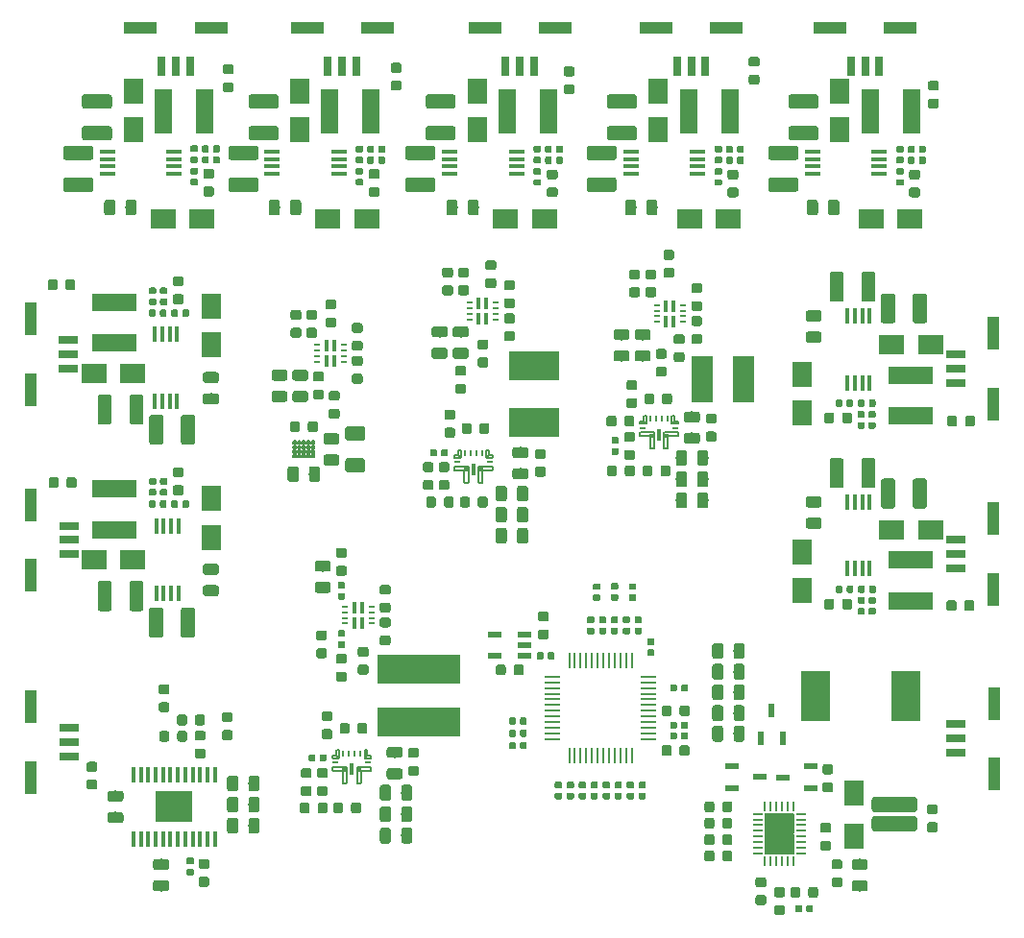
<source format=gbr>
G04 #@! TF.GenerationSoftware,KiCad,Pcbnew,(5.0.1-3-g963ef8bb5)*
G04 #@! TF.CreationDate,2021-05-26T22:53:26+02:00*
G04 #@! TF.ProjectId,EPS_v3_NanoSatLab,4550535F76335F4E616E6F5361744C61,rev?*
G04 #@! TF.SameCoordinates,Original*
G04 #@! TF.FileFunction,Paste,Top*
G04 #@! TF.FilePolarity,Positive*
%FSLAX46Y46*%
G04 Gerber Fmt 4.6, Leading zero omitted, Abs format (unit mm)*
G04 Created by KiCad (PCBNEW (5.0.1-3-g963ef8bb5)) date 2021 May 26, Wednesday 22:53:26*
%MOMM*%
%LPD*%
G01*
G04 APERTURE LIST*
%ADD10C,0.152400*%
%ADD11C,0.250000*%
%ADD12C,0.100000*%
%ADD13C,0.875000*%
%ADD14C,0.975000*%
%ADD15R,1.676400X2.173999*%
%ADD16R,1.309599X0.508000*%
%ADD17R,0.568000X1.258799*%
%ADD18R,1.258799X0.568000*%
%ADD19R,1.701800X0.660400*%
%ADD20R,1.092200X2.895600*%
%ADD21R,0.660400X1.701800*%
%ADD22R,2.895600X1.092200*%
%ADD23C,0.590000*%
%ADD24R,0.599999X0.200000*%
%ADD25R,0.399999X1.050000*%
%ADD26R,7.289800X2.641600*%
%ADD27R,2.173999X1.651000*%
%ADD28R,3.987800X1.498600*%
%ADD29R,0.354800X1.404099*%
%ADD30R,1.404099X0.354800*%
%ADD31C,1.250000*%
%ADD32R,1.651000X2.173999*%
%ADD33R,1.498600X3.987800*%
%ADD34C,1.350000*%
%ADD35R,0.279400X1.461999*%
%ADD36R,1.461999X0.279400*%
%ADD37R,0.249999X0.549999*%
%ADD38C,0.240764*%
%ADD39R,0.549999X0.249999*%
%ADD40C,0.370142*%
%ADD41R,0.399999X1.000001*%
%ADD42R,3.251200X2.743200*%
%ADD43R,0.354800X1.461999*%
%ADD44R,2.641600X3.657600*%
%ADD45R,0.254800X0.807999*%
%ADD46R,0.807999X0.254800*%
%ADD47R,4.495800X2.514600*%
%ADD48R,1.850000X4.100000*%
%ADD49R,2.590800X4.495800*%
G04 APERTURE END LIST*
D10*
G04 #@! TO.C,U308*
X126129777Y-87288652D02*
X126079777Y-87288652D01*
X126129777Y-87438652D02*
X126129777Y-87288652D01*
X126079777Y-87438652D02*
X126129777Y-87438652D01*
X126079777Y-87288652D02*
X126079777Y-87438652D01*
X126279777Y-87288652D02*
X126279777Y-87238652D01*
X126129777Y-87288652D02*
X126279777Y-87288652D01*
X126129777Y-87238652D02*
X126129777Y-87288652D01*
X126279777Y-87238652D02*
X126129777Y-87238652D01*
X126279777Y-87438652D02*
X126329777Y-87438652D01*
X126279777Y-87288652D02*
X126279777Y-87438652D01*
X126329777Y-87288652D02*
X126279777Y-87288652D01*
X126329777Y-87438652D02*
X126329777Y-87288652D01*
X126129777Y-87438652D02*
X126129777Y-87488652D01*
X126279777Y-87438652D02*
X126129777Y-87438652D01*
X126279777Y-87488652D02*
X126279777Y-87438652D01*
X126129777Y-87488652D02*
X126279777Y-87488652D01*
X126279780Y-87438655D02*
X126279780Y-87288652D01*
X126129777Y-87438655D02*
X126279780Y-87438655D01*
X126129777Y-87288652D02*
X126129777Y-87438655D01*
X126279780Y-87288652D02*
X126129777Y-87288652D01*
X126129777Y-86888651D02*
X126079777Y-86888651D01*
X126129777Y-87038650D02*
X126129777Y-86888651D01*
X126079777Y-87038650D02*
X126129777Y-87038650D01*
X126079777Y-86888651D02*
X126079777Y-87038650D01*
X126279777Y-86888651D02*
X126279777Y-86838651D01*
X126129777Y-86888651D02*
X126279777Y-86888651D01*
X126129777Y-86838651D02*
X126129777Y-86888651D01*
X126279777Y-86838651D02*
X126129777Y-86838651D01*
X126279777Y-87038650D02*
X126329777Y-87038650D01*
X126279777Y-86888651D02*
X126279777Y-87038650D01*
X126329777Y-86888651D02*
X126279777Y-86888651D01*
X126329777Y-87038650D02*
X126329777Y-86888651D01*
X126129777Y-87038650D02*
X126129777Y-87088650D01*
X126279777Y-87038650D02*
X126129777Y-87038650D01*
X126279777Y-87088650D02*
X126279777Y-87038650D01*
X126129777Y-87088650D02*
X126279777Y-87088650D01*
X126279780Y-87038653D02*
X126279780Y-86888651D01*
X126129777Y-87038653D02*
X126279780Y-87038653D01*
X126129777Y-86888651D02*
X126129777Y-87038653D01*
X126279780Y-86888651D02*
X126129777Y-86888651D01*
X126129777Y-86488651D02*
X126079777Y-86488651D01*
X126129777Y-86638651D02*
X126129777Y-86488651D01*
X126079777Y-86638651D02*
X126129777Y-86638651D01*
X126079777Y-86488651D02*
X126079777Y-86638651D01*
X126279777Y-86488651D02*
X126279777Y-86438652D01*
X126129777Y-86488651D02*
X126279777Y-86488651D01*
X126129777Y-86438652D02*
X126129777Y-86488651D01*
X126279777Y-86438652D02*
X126129777Y-86438652D01*
X126279777Y-86638651D02*
X126329777Y-86638651D01*
X126279777Y-86488651D02*
X126279777Y-86638651D01*
X126329777Y-86488651D02*
X126279777Y-86488651D01*
X126329777Y-86638651D02*
X126329777Y-86488651D01*
X126129777Y-86638651D02*
X126129777Y-86688651D01*
X126279777Y-86638651D02*
X126129777Y-86638651D01*
X126279777Y-86688651D02*
X126279777Y-86638651D01*
X126129777Y-86688651D02*
X126279777Y-86688651D01*
X126279780Y-86638654D02*
X126279780Y-86488651D01*
X126129777Y-86638654D02*
X126279780Y-86638654D01*
X126129777Y-86488651D02*
X126129777Y-86638654D01*
X126279780Y-86488651D02*
X126129777Y-86488651D01*
X126279780Y-86238652D02*
X126279780Y-86088650D01*
X126129777Y-86238652D02*
X126279780Y-86238652D01*
X126129777Y-86088650D02*
X126129777Y-86238652D01*
X126279780Y-86088650D02*
X126129777Y-86088650D01*
X126129777Y-86238649D02*
X126129777Y-86288649D01*
X126279777Y-86238649D02*
X126129777Y-86238649D01*
X126279777Y-86288649D02*
X126279777Y-86238649D01*
X126129777Y-86288649D02*
X126279777Y-86288649D01*
X126279777Y-86238649D02*
X126329777Y-86238649D01*
X126279777Y-86088650D02*
X126279777Y-86238649D01*
X126329777Y-86088650D02*
X126279777Y-86088650D01*
X126329777Y-86238649D02*
X126329777Y-86088650D01*
X126279777Y-86088650D02*
X126279777Y-86038650D01*
X126129777Y-86088650D02*
X126279777Y-86088650D01*
X126129777Y-86038650D02*
X126129777Y-86088650D01*
X126279777Y-86038650D02*
X126129777Y-86038650D01*
X126129777Y-86088650D02*
X126079777Y-86088650D01*
X126129777Y-86238649D02*
X126129777Y-86088650D01*
X126079777Y-86238649D02*
X126129777Y-86238649D01*
X126079777Y-86088650D02*
X126079777Y-86238649D01*
X125729778Y-87288652D02*
X125679778Y-87288652D01*
X125729778Y-87438652D02*
X125729778Y-87288652D01*
X125679778Y-87438652D02*
X125729778Y-87438652D01*
X125679778Y-87288652D02*
X125679778Y-87438652D01*
X125879778Y-87288652D02*
X125879778Y-87238652D01*
X125729778Y-87288652D02*
X125879778Y-87288652D01*
X125729778Y-87238652D02*
X125729778Y-87288652D01*
X125879778Y-87238652D02*
X125729778Y-87238652D01*
X125879778Y-87438652D02*
X125929778Y-87438652D01*
X125879778Y-87288652D02*
X125879778Y-87438652D01*
X125929778Y-87288652D02*
X125879778Y-87288652D01*
X125929778Y-87438652D02*
X125929778Y-87288652D01*
X125729778Y-87438652D02*
X125729778Y-87488652D01*
X125879778Y-87438652D02*
X125729778Y-87438652D01*
X125879778Y-87488652D02*
X125879778Y-87438652D01*
X125729778Y-87488652D02*
X125879778Y-87488652D01*
X125879780Y-87438655D02*
X125879780Y-87288652D01*
X125729778Y-87438655D02*
X125879780Y-87438655D01*
X125729778Y-87288652D02*
X125729778Y-87438655D01*
X125879780Y-87288652D02*
X125729778Y-87288652D01*
X125729778Y-86888651D02*
X125679778Y-86888651D01*
X125729778Y-87038650D02*
X125729778Y-86888651D01*
X125679778Y-87038650D02*
X125729778Y-87038650D01*
X125679778Y-86888651D02*
X125679778Y-87038650D01*
X125879778Y-86888651D02*
X125879778Y-86838651D01*
X125729778Y-86888651D02*
X125879778Y-86888651D01*
X125729778Y-86838651D02*
X125729778Y-86888651D01*
X125879778Y-86838651D02*
X125729778Y-86838651D01*
X125879778Y-87038650D02*
X125929778Y-87038650D01*
X125879778Y-86888651D02*
X125879778Y-87038650D01*
X125929778Y-86888651D02*
X125879778Y-86888651D01*
X125929778Y-87038650D02*
X125929778Y-86888651D01*
X125729778Y-87038650D02*
X125729778Y-87088650D01*
X125879778Y-87038650D02*
X125729778Y-87038650D01*
X125879778Y-87088650D02*
X125879778Y-87038650D01*
X125729778Y-87088650D02*
X125879778Y-87088650D01*
X125879780Y-87038653D02*
X125879780Y-86888651D01*
X125729778Y-87038653D02*
X125879780Y-87038653D01*
X125729778Y-86888651D02*
X125729778Y-87038653D01*
X125879780Y-86888651D02*
X125729778Y-86888651D01*
X125729778Y-86488651D02*
X125679778Y-86488651D01*
X125729778Y-86638651D02*
X125729778Y-86488651D01*
X125679778Y-86638651D02*
X125729778Y-86638651D01*
X125679778Y-86488651D02*
X125679778Y-86638651D01*
X125879778Y-86488651D02*
X125879778Y-86438652D01*
X125729778Y-86488651D02*
X125879778Y-86488651D01*
X125729778Y-86438652D02*
X125729778Y-86488651D01*
X125879778Y-86438652D02*
X125729778Y-86438652D01*
X125879778Y-86638651D02*
X125929778Y-86638651D01*
X125879778Y-86488651D02*
X125879778Y-86638651D01*
X125929778Y-86488651D02*
X125879778Y-86488651D01*
X125929778Y-86638651D02*
X125929778Y-86488651D01*
X125729778Y-86638651D02*
X125729778Y-86688651D01*
X125879778Y-86638651D02*
X125729778Y-86638651D01*
X125879778Y-86688651D02*
X125879778Y-86638651D01*
X125729778Y-86688651D02*
X125879778Y-86688651D01*
X125879780Y-86638654D02*
X125879780Y-86488651D01*
X125729778Y-86638654D02*
X125879780Y-86638654D01*
X125729778Y-86488651D02*
X125729778Y-86638654D01*
X125879780Y-86488651D02*
X125729778Y-86488651D01*
X125879780Y-86238652D02*
X125879780Y-86088650D01*
X125729778Y-86238652D02*
X125879780Y-86238652D01*
X125729778Y-86088650D02*
X125729778Y-86238652D01*
X125879780Y-86088650D02*
X125729778Y-86088650D01*
X125729778Y-86238649D02*
X125729778Y-86288649D01*
X125879778Y-86238649D02*
X125729778Y-86238649D01*
X125879778Y-86288649D02*
X125879778Y-86238649D01*
X125729778Y-86288649D02*
X125879778Y-86288649D01*
X125879778Y-86238649D02*
X125929778Y-86238649D01*
X125879778Y-86088650D02*
X125879778Y-86238649D01*
X125929778Y-86088650D02*
X125879778Y-86088650D01*
X125929778Y-86238649D02*
X125929778Y-86088650D01*
X125879778Y-86088650D02*
X125879778Y-86038650D01*
X125729778Y-86088650D02*
X125879778Y-86088650D01*
X125729778Y-86038650D02*
X125729778Y-86088650D01*
X125879778Y-86038650D02*
X125729778Y-86038650D01*
X125729778Y-86088650D02*
X125679778Y-86088650D01*
X125729778Y-86238649D02*
X125729778Y-86088650D01*
X125679778Y-86238649D02*
X125729778Y-86238649D01*
X125679778Y-86088650D02*
X125679778Y-86238649D01*
X125329776Y-87288652D02*
X125279777Y-87288652D01*
X125329776Y-87438652D02*
X125329776Y-87288652D01*
X125279777Y-87438652D02*
X125329776Y-87438652D01*
X125279777Y-87288652D02*
X125279777Y-87438652D01*
X125479776Y-87288652D02*
X125479776Y-87238652D01*
X125329776Y-87288652D02*
X125479776Y-87288652D01*
X125329776Y-87238652D02*
X125329776Y-87288652D01*
X125479776Y-87238652D02*
X125329776Y-87238652D01*
X125479776Y-87438652D02*
X125529776Y-87438652D01*
X125479776Y-87288652D02*
X125479776Y-87438652D01*
X125529776Y-87288652D02*
X125479776Y-87288652D01*
X125529776Y-87438652D02*
X125529776Y-87288652D01*
X125329776Y-87438652D02*
X125329776Y-87488652D01*
X125479776Y-87438652D02*
X125329776Y-87438652D01*
X125479776Y-87488652D02*
X125479776Y-87438652D01*
X125329776Y-87488652D02*
X125479776Y-87488652D01*
X125479779Y-87438655D02*
X125479779Y-87288652D01*
X125329776Y-87438655D02*
X125479779Y-87438655D01*
X125329776Y-87288652D02*
X125329776Y-87438655D01*
X125479779Y-87288652D02*
X125329776Y-87288652D01*
X125329776Y-86888651D02*
X125279777Y-86888651D01*
X125329776Y-87038650D02*
X125329776Y-86888651D01*
X125279777Y-87038650D02*
X125329776Y-87038650D01*
X125279777Y-86888651D02*
X125279777Y-87038650D01*
X125479776Y-86888651D02*
X125479776Y-86838651D01*
X125329776Y-86888651D02*
X125479776Y-86888651D01*
X125329776Y-86838651D02*
X125329776Y-86888651D01*
X125479776Y-86838651D02*
X125329776Y-86838651D01*
X125479776Y-87038650D02*
X125529776Y-87038650D01*
X125479776Y-86888651D02*
X125479776Y-87038650D01*
X125529776Y-86888651D02*
X125479776Y-86888651D01*
X125529776Y-87038650D02*
X125529776Y-86888651D01*
X125329776Y-87038650D02*
X125329776Y-87088650D01*
X125479776Y-87038650D02*
X125329776Y-87038650D01*
X125479776Y-87088650D02*
X125479776Y-87038650D01*
X125329776Y-87088650D02*
X125479776Y-87088650D01*
X125479779Y-87038653D02*
X125479779Y-86888651D01*
X125329776Y-87038653D02*
X125479779Y-87038653D01*
X125329776Y-86888651D02*
X125329776Y-87038653D01*
X125479779Y-86888651D02*
X125329776Y-86888651D01*
X125329776Y-86488651D02*
X125279777Y-86488651D01*
X125329776Y-86638651D02*
X125329776Y-86488651D01*
X125279777Y-86638651D02*
X125329776Y-86638651D01*
X125279777Y-86488651D02*
X125279777Y-86638651D01*
X125479776Y-86488651D02*
X125479776Y-86438652D01*
X125329776Y-86488651D02*
X125479776Y-86488651D01*
X125329776Y-86438652D02*
X125329776Y-86488651D01*
X125479776Y-86438652D02*
X125329776Y-86438652D01*
X125479776Y-86638651D02*
X125529776Y-86638651D01*
X125479776Y-86488651D02*
X125479776Y-86638651D01*
X125529776Y-86488651D02*
X125479776Y-86488651D01*
X125529776Y-86638651D02*
X125529776Y-86488651D01*
X125329776Y-86638651D02*
X125329776Y-86688651D01*
X125479776Y-86638651D02*
X125329776Y-86638651D01*
X125479776Y-86688651D02*
X125479776Y-86638651D01*
X125329776Y-86688651D02*
X125479776Y-86688651D01*
X125479779Y-86638654D02*
X125479779Y-86488651D01*
X125329776Y-86638654D02*
X125479779Y-86638654D01*
X125329776Y-86488651D02*
X125329776Y-86638654D01*
X125479779Y-86488651D02*
X125329776Y-86488651D01*
X125479779Y-86238652D02*
X125479779Y-86088650D01*
X125329776Y-86238652D02*
X125479779Y-86238652D01*
X125329776Y-86088650D02*
X125329776Y-86238652D01*
X125479779Y-86088650D02*
X125329776Y-86088650D01*
X125329776Y-86238649D02*
X125329776Y-86288649D01*
X125479776Y-86238649D02*
X125329776Y-86238649D01*
X125479776Y-86288649D02*
X125479776Y-86238649D01*
X125329776Y-86288649D02*
X125479776Y-86288649D01*
X125479776Y-86238649D02*
X125529776Y-86238649D01*
X125479776Y-86088650D02*
X125479776Y-86238649D01*
X125529776Y-86088650D02*
X125479776Y-86088650D01*
X125529776Y-86238649D02*
X125529776Y-86088650D01*
X125479776Y-86088650D02*
X125479776Y-86038650D01*
X125329776Y-86088650D02*
X125479776Y-86088650D01*
X125329776Y-86038650D02*
X125329776Y-86088650D01*
X125479776Y-86038650D02*
X125329776Y-86038650D01*
X125329776Y-86088650D02*
X125279777Y-86088650D01*
X125329776Y-86238649D02*
X125329776Y-86088650D01*
X125279777Y-86238649D02*
X125329776Y-86238649D01*
X125279777Y-86088650D02*
X125279777Y-86238649D01*
X124929777Y-87288652D02*
X124879777Y-87288652D01*
X124929777Y-87438652D02*
X124929777Y-87288652D01*
X124879777Y-87438652D02*
X124929777Y-87438652D01*
X124879777Y-87288652D02*
X124879777Y-87438652D01*
X125079777Y-87288652D02*
X125079777Y-87238652D01*
X124929777Y-87288652D02*
X125079777Y-87288652D01*
X124929777Y-87238652D02*
X124929777Y-87288652D01*
X125079777Y-87238652D02*
X124929777Y-87238652D01*
X125079777Y-87438652D02*
X125129777Y-87438652D01*
X125079777Y-87288652D02*
X125079777Y-87438652D01*
X125129777Y-87288652D02*
X125079777Y-87288652D01*
X125129777Y-87438652D02*
X125129777Y-87288652D01*
X124929777Y-87438652D02*
X124929777Y-87488652D01*
X125079777Y-87438652D02*
X124929777Y-87438652D01*
X125079777Y-87488652D02*
X125079777Y-87438652D01*
X124929777Y-87488652D02*
X125079777Y-87488652D01*
X125079779Y-87438655D02*
X125079779Y-87288652D01*
X124929777Y-87438655D02*
X125079779Y-87438655D01*
X124929777Y-87288652D02*
X124929777Y-87438655D01*
X125079779Y-87288652D02*
X124929777Y-87288652D01*
X124929777Y-86888651D02*
X124879777Y-86888651D01*
X124929777Y-87038650D02*
X124929777Y-86888651D01*
X124879777Y-87038650D02*
X124929777Y-87038650D01*
X124879777Y-86888651D02*
X124879777Y-87038650D01*
X125079777Y-86888651D02*
X125079777Y-86838651D01*
X124929777Y-86888651D02*
X125079777Y-86888651D01*
X124929777Y-86838651D02*
X124929777Y-86888651D01*
X125079777Y-86838651D02*
X124929777Y-86838651D01*
X125079777Y-87038650D02*
X125129777Y-87038650D01*
X125079777Y-86888651D02*
X125079777Y-87038650D01*
X125129777Y-86888651D02*
X125079777Y-86888651D01*
X125129777Y-87038650D02*
X125129777Y-86888651D01*
X124929777Y-87038650D02*
X124929777Y-87088650D01*
X125079777Y-87038650D02*
X124929777Y-87038650D01*
X125079777Y-87088650D02*
X125079777Y-87038650D01*
X124929777Y-87088650D02*
X125079777Y-87088650D01*
X125079779Y-87038653D02*
X125079779Y-86888651D01*
X124929777Y-87038653D02*
X125079779Y-87038653D01*
X124929777Y-86888651D02*
X124929777Y-87038653D01*
X125079779Y-86888651D02*
X124929777Y-86888651D01*
X124929777Y-86488651D02*
X124879777Y-86488651D01*
X124929777Y-86638651D02*
X124929777Y-86488651D01*
X124879777Y-86638651D02*
X124929777Y-86638651D01*
X124879777Y-86488651D02*
X124879777Y-86638651D01*
X125079777Y-86488651D02*
X125079777Y-86438652D01*
X124929777Y-86488651D02*
X125079777Y-86488651D01*
X124929777Y-86438652D02*
X124929777Y-86488651D01*
X125079777Y-86438652D02*
X124929777Y-86438652D01*
X125079777Y-86638651D02*
X125129777Y-86638651D01*
X125079777Y-86488651D02*
X125079777Y-86638651D01*
X125129777Y-86488651D02*
X125079777Y-86488651D01*
X125129777Y-86638651D02*
X125129777Y-86488651D01*
X124929777Y-86638651D02*
X124929777Y-86688651D01*
X125079777Y-86638651D02*
X124929777Y-86638651D01*
X125079777Y-86688651D02*
X125079777Y-86638651D01*
X124929777Y-86688651D02*
X125079777Y-86688651D01*
X125079779Y-86638654D02*
X125079779Y-86488651D01*
X124929777Y-86638654D02*
X125079779Y-86638654D01*
X124929777Y-86488651D02*
X124929777Y-86638654D01*
X125079779Y-86488651D02*
X124929777Y-86488651D01*
X125079779Y-86238652D02*
X125079779Y-86088650D01*
X124929777Y-86238652D02*
X125079779Y-86238652D01*
X124929777Y-86088650D02*
X124929777Y-86238652D01*
X125079779Y-86088650D02*
X124929777Y-86088650D01*
X124929777Y-86238649D02*
X124929777Y-86288649D01*
X125079777Y-86238649D02*
X124929777Y-86238649D01*
X125079777Y-86288649D02*
X125079777Y-86238649D01*
X124929777Y-86288649D02*
X125079777Y-86288649D01*
X125079777Y-86238649D02*
X125129777Y-86238649D01*
X125079777Y-86088650D02*
X125079777Y-86238649D01*
X125129777Y-86088650D02*
X125079777Y-86088650D01*
X125129777Y-86238649D02*
X125129777Y-86088650D01*
X125079777Y-86088650D02*
X125079777Y-86038650D01*
X124929777Y-86088650D02*
X125079777Y-86088650D01*
X124929777Y-86038650D02*
X124929777Y-86088650D01*
X125079777Y-86038650D02*
X124929777Y-86038650D01*
X124929777Y-86088650D02*
X124879777Y-86088650D01*
X124929777Y-86238649D02*
X124929777Y-86088650D01*
X124879777Y-86238649D02*
X124929777Y-86238649D01*
X124879777Y-86088650D02*
X124879777Y-86238649D01*
X124529778Y-87288652D02*
X124479778Y-87288652D01*
X124529778Y-87438652D02*
X124529778Y-87288652D01*
X124479778Y-87438652D02*
X124529778Y-87438652D01*
X124479778Y-87288652D02*
X124479778Y-87438652D01*
X124679778Y-87288652D02*
X124679778Y-87238652D01*
X124529778Y-87288652D02*
X124679778Y-87288652D01*
X124529778Y-87238652D02*
X124529778Y-87288652D01*
X124679778Y-87238652D02*
X124529778Y-87238652D01*
X124679778Y-87438652D02*
X124729778Y-87438652D01*
X124679778Y-87288652D02*
X124679778Y-87438652D01*
X124729778Y-87288652D02*
X124679778Y-87288652D01*
X124729778Y-87438652D02*
X124729778Y-87288652D01*
X124529778Y-87438652D02*
X124529778Y-87488652D01*
X124679778Y-87438652D02*
X124529778Y-87438652D01*
X124679778Y-87488652D02*
X124679778Y-87438652D01*
X124529778Y-87488652D02*
X124679778Y-87488652D01*
X124679780Y-87438655D02*
X124679780Y-87288652D01*
X124529778Y-87438655D02*
X124679780Y-87438655D01*
X124529778Y-87288652D02*
X124529778Y-87438655D01*
X124679780Y-87288652D02*
X124529778Y-87288652D01*
X124529778Y-86888651D02*
X124479778Y-86888651D01*
X124529778Y-87038650D02*
X124529778Y-86888651D01*
X124479778Y-87038650D02*
X124529778Y-87038650D01*
X124479778Y-86888651D02*
X124479778Y-87038650D01*
X124679778Y-86888651D02*
X124679778Y-86838651D01*
X124529778Y-86888651D02*
X124679778Y-86888651D01*
X124529778Y-86838651D02*
X124529778Y-86888651D01*
X124679778Y-86838651D02*
X124529778Y-86838651D01*
X124679778Y-87038650D02*
X124729778Y-87038650D01*
X124679778Y-86888651D02*
X124679778Y-87038650D01*
X124729778Y-86888651D02*
X124679778Y-86888651D01*
X124729778Y-87038650D02*
X124729778Y-86888651D01*
X124529778Y-87038650D02*
X124529778Y-87088650D01*
X124679778Y-87038650D02*
X124529778Y-87038650D01*
X124679778Y-87088650D02*
X124679778Y-87038650D01*
X124529778Y-87088650D02*
X124679778Y-87088650D01*
X124679780Y-87038653D02*
X124679780Y-86888651D01*
X124529778Y-87038653D02*
X124679780Y-87038653D01*
X124529778Y-86888651D02*
X124529778Y-87038653D01*
X124679780Y-86888651D02*
X124529778Y-86888651D01*
X124529778Y-86488651D02*
X124479778Y-86488651D01*
X124529778Y-86638651D02*
X124529778Y-86488651D01*
X124479778Y-86638651D02*
X124529778Y-86638651D01*
X124479778Y-86488651D02*
X124479778Y-86638651D01*
X124679778Y-86488651D02*
X124679778Y-86438652D01*
X124529778Y-86488651D02*
X124679778Y-86488651D01*
X124529778Y-86438652D02*
X124529778Y-86488651D01*
X124679778Y-86438652D02*
X124529778Y-86438652D01*
X124679778Y-86638651D02*
X124729778Y-86638651D01*
X124679778Y-86488651D02*
X124679778Y-86638651D01*
X124729778Y-86488651D02*
X124679778Y-86488651D01*
X124729778Y-86638651D02*
X124729778Y-86488651D01*
X124529778Y-86638651D02*
X124529778Y-86688651D01*
X124679778Y-86638651D02*
X124529778Y-86638651D01*
X124679778Y-86688651D02*
X124679778Y-86638651D01*
X124529778Y-86688651D02*
X124679778Y-86688651D01*
X124679780Y-86638654D02*
X124679780Y-86488651D01*
X124529778Y-86638654D02*
X124679780Y-86638654D01*
X124529778Y-86488651D02*
X124529778Y-86638654D01*
X124679780Y-86488651D02*
X124529778Y-86488651D01*
X124679780Y-86238652D02*
X124679780Y-86088650D01*
X124529778Y-86238652D02*
X124679780Y-86238652D01*
X124529778Y-86088650D02*
X124529778Y-86238652D01*
X124679780Y-86088650D02*
X124529778Y-86088650D01*
X124529778Y-86238649D02*
X124529778Y-86288649D01*
X124679778Y-86238649D02*
X124529778Y-86238649D01*
X124679778Y-86288649D02*
X124679778Y-86238649D01*
X124529778Y-86288649D02*
X124679778Y-86288649D01*
X124679778Y-86238649D02*
X124729778Y-86238649D01*
X124679778Y-86088650D02*
X124679778Y-86238649D01*
X124729778Y-86088650D02*
X124679778Y-86088650D01*
X124729778Y-86238649D02*
X124729778Y-86088650D01*
X124679778Y-86088650D02*
X124679778Y-86038650D01*
X124529778Y-86088650D02*
X124679778Y-86088650D01*
X124529778Y-86038650D02*
X124529778Y-86088650D01*
X124679778Y-86038650D02*
X124529778Y-86038650D01*
X124529778Y-86088650D02*
X124479778Y-86088650D01*
X124529778Y-86238649D02*
X124529778Y-86088650D01*
X124479778Y-86238649D02*
X124529778Y-86238649D01*
X124479778Y-86088650D02*
X124479778Y-86238649D01*
G04 #@! TO.C,U304*
X139000775Y-87283641D02*
X139000775Y-86883642D01*
X139000775Y-86883642D02*
X139050775Y-86833642D01*
X139050775Y-86833642D02*
X139175776Y-86833642D01*
X139175776Y-86833642D02*
X139225773Y-86883642D01*
X139225773Y-86883642D02*
X139225776Y-87483641D01*
X139225776Y-87483641D02*
X139175774Y-87533641D01*
X139175774Y-87533641D02*
X138700776Y-87533644D01*
X138700776Y-87533644D02*
X138650776Y-87483641D01*
X138650776Y-87483641D02*
X138650776Y-87333644D01*
X138650776Y-87333644D02*
X138700776Y-87283641D01*
X138700776Y-87283641D02*
X139000775Y-87283641D01*
X141700775Y-87283641D02*
X142000774Y-87283641D01*
X142000774Y-87283641D02*
X142050774Y-87333641D01*
X142050774Y-87333641D02*
X142050774Y-87483641D01*
X142050774Y-87483641D02*
X142000774Y-87533641D01*
X142000774Y-87533641D02*
X141525774Y-87533644D01*
X141525774Y-87533644D02*
X141475774Y-87483641D01*
X141475774Y-87483641D02*
X141475777Y-86883642D01*
X141475777Y-86883642D02*
X141525774Y-86833642D01*
X141525774Y-86833642D02*
X141650775Y-86833642D01*
X141650775Y-86833642D02*
X141700775Y-86883642D01*
X141700775Y-86883642D02*
X141700775Y-87283641D01*
X141150776Y-88633641D02*
X141150776Y-89683642D01*
X141150776Y-89683642D02*
X141100776Y-89733642D01*
X141100776Y-89733642D02*
X140850777Y-89733642D01*
X140850777Y-89733642D02*
X140800774Y-89683642D01*
X140800774Y-89683642D02*
X140800774Y-88333642D01*
X140800774Y-88333642D02*
X140850774Y-88283642D01*
X140850774Y-88283642D02*
X142000774Y-88283642D01*
X142000774Y-88283642D02*
X142050774Y-88333642D01*
X142050774Y-88333642D02*
X142050777Y-88583641D01*
X142050777Y-88583641D02*
X142000774Y-88633641D01*
X142000774Y-88633641D02*
X141150776Y-88633641D01*
X139550774Y-88633641D02*
X139550774Y-89683642D01*
X139550774Y-89683642D02*
X139600774Y-89733642D01*
X139600774Y-89733642D02*
X139850773Y-89733642D01*
X139850773Y-89733642D02*
X139900776Y-89683642D01*
X139900776Y-89683642D02*
X139900776Y-88333642D01*
X139900776Y-88333642D02*
X139850776Y-88283642D01*
X139850776Y-88283642D02*
X138700776Y-88283642D01*
X138700776Y-88283642D02*
X138650776Y-88333642D01*
X138650776Y-88333642D02*
X138650773Y-88583641D01*
X138650773Y-88583641D02*
X138700776Y-88633641D01*
X138700776Y-88633641D02*
X139550774Y-88633641D01*
G04 #@! TO.C,U305*
X128280775Y-113763641D02*
X128280775Y-113363642D01*
X128280775Y-113363642D02*
X128330775Y-113313642D01*
X128330775Y-113313642D02*
X128455776Y-113313642D01*
X128455776Y-113313642D02*
X128505773Y-113363642D01*
X128505773Y-113363642D02*
X128505776Y-113963641D01*
X128505776Y-113963641D02*
X128455774Y-114013641D01*
X128455774Y-114013641D02*
X127980776Y-114013644D01*
X127980776Y-114013644D02*
X127930776Y-113963641D01*
X127930776Y-113963641D02*
X127930776Y-113813644D01*
X127930776Y-113813644D02*
X127980776Y-113763641D01*
X127980776Y-113763641D02*
X128280775Y-113763641D01*
X130980775Y-113763641D02*
X131280774Y-113763641D01*
X131280774Y-113763641D02*
X131330774Y-113813641D01*
X131330774Y-113813641D02*
X131330774Y-113963641D01*
X131330774Y-113963641D02*
X131280774Y-114013641D01*
X131280774Y-114013641D02*
X130805774Y-114013644D01*
X130805774Y-114013644D02*
X130755774Y-113963641D01*
X130755774Y-113963641D02*
X130755777Y-113363642D01*
X130755777Y-113363642D02*
X130805774Y-113313642D01*
X130805774Y-113313642D02*
X130930775Y-113313642D01*
X130930775Y-113313642D02*
X130980775Y-113363642D01*
X130980775Y-113363642D02*
X130980775Y-113763641D01*
X130430776Y-115113641D02*
X130430776Y-116163642D01*
X130430776Y-116163642D02*
X130380776Y-116213642D01*
X130380776Y-116213642D02*
X130130777Y-116213642D01*
X130130777Y-116213642D02*
X130080774Y-116163642D01*
X130080774Y-116163642D02*
X130080774Y-114813642D01*
X130080774Y-114813642D02*
X130130774Y-114763642D01*
X130130774Y-114763642D02*
X131280774Y-114763642D01*
X131280774Y-114763642D02*
X131330774Y-114813642D01*
X131330774Y-114813642D02*
X131330777Y-115063641D01*
X131330777Y-115063641D02*
X131280774Y-115113641D01*
X131280774Y-115113641D02*
X130430776Y-115113641D01*
X128830774Y-115113641D02*
X128830774Y-116163642D01*
X128830774Y-116163642D02*
X128880774Y-116213642D01*
X128880774Y-116213642D02*
X129130773Y-116213642D01*
X129130773Y-116213642D02*
X129180776Y-116163642D01*
X129180776Y-116163642D02*
X129180776Y-114813642D01*
X129180776Y-114813642D02*
X129130776Y-114763642D01*
X129130776Y-114763642D02*
X127980776Y-114763642D01*
X127980776Y-114763642D02*
X127930776Y-114813642D01*
X127930776Y-114813642D02*
X127930773Y-115063641D01*
X127930773Y-115063641D02*
X127980776Y-115113641D01*
X127980776Y-115113641D02*
X128830774Y-115113641D01*
G04 #@! TO.C,U307*
X155354775Y-84283641D02*
X155354775Y-83883642D01*
X155354775Y-83883642D02*
X155404775Y-83833642D01*
X155404775Y-83833642D02*
X155529776Y-83833642D01*
X155529776Y-83833642D02*
X155579773Y-83883642D01*
X155579773Y-83883642D02*
X155579776Y-84483641D01*
X155579776Y-84483641D02*
X155529774Y-84533641D01*
X155529774Y-84533641D02*
X155054776Y-84533644D01*
X155054776Y-84533644D02*
X155004776Y-84483641D01*
X155004776Y-84483641D02*
X155004776Y-84333644D01*
X155004776Y-84333644D02*
X155054776Y-84283641D01*
X155054776Y-84283641D02*
X155354775Y-84283641D01*
X158054775Y-84283641D02*
X158354774Y-84283641D01*
X158354774Y-84283641D02*
X158404774Y-84333641D01*
X158404774Y-84333641D02*
X158404774Y-84483641D01*
X158404774Y-84483641D02*
X158354774Y-84533641D01*
X158354774Y-84533641D02*
X157879774Y-84533644D01*
X157879774Y-84533644D02*
X157829774Y-84483641D01*
X157829774Y-84483641D02*
X157829777Y-83883642D01*
X157829777Y-83883642D02*
X157879774Y-83833642D01*
X157879774Y-83833642D02*
X158004775Y-83833642D01*
X158004775Y-83833642D02*
X158054775Y-83883642D01*
X158054775Y-83883642D02*
X158054775Y-84283641D01*
X157504776Y-85633641D02*
X157504776Y-86683642D01*
X157504776Y-86683642D02*
X157454776Y-86733642D01*
X157454776Y-86733642D02*
X157204777Y-86733642D01*
X157204777Y-86733642D02*
X157154774Y-86683642D01*
X157154774Y-86683642D02*
X157154774Y-85333642D01*
X157154774Y-85333642D02*
X157204774Y-85283642D01*
X157204774Y-85283642D02*
X158354774Y-85283642D01*
X158354774Y-85283642D02*
X158404774Y-85333642D01*
X158404774Y-85333642D02*
X158404777Y-85583641D01*
X158404777Y-85583641D02*
X158354774Y-85633641D01*
X158354774Y-85633641D02*
X157504776Y-85633641D01*
X155904774Y-85633641D02*
X155904774Y-86683642D01*
X155904774Y-86683642D02*
X155954774Y-86733642D01*
X155954774Y-86733642D02*
X156204773Y-86733642D01*
X156204773Y-86733642D02*
X156254776Y-86683642D01*
X156254776Y-86683642D02*
X156254776Y-85333642D01*
X156254776Y-85333642D02*
X156204776Y-85283642D01*
X156204776Y-85283642D02*
X155054776Y-85283642D01*
X155054776Y-85283642D02*
X155004776Y-85333642D01*
X155004776Y-85333642D02*
X155004773Y-85583641D01*
X155004773Y-85583641D02*
X155054776Y-85633641D01*
X155054776Y-85633641D02*
X155904774Y-85633641D01*
G04 #@! TO.C,U401*
X112449282Y-119580297D02*
X113874882Y-119580297D01*
X113874882Y-119580297D02*
X113874882Y-118408697D01*
X113874882Y-118408697D02*
X112449282Y-118408697D01*
X112449282Y-118408697D02*
X112449282Y-119580297D01*
X114074882Y-119580297D02*
X115500482Y-119580297D01*
X115500482Y-119580297D02*
X115500482Y-118408697D01*
X115500482Y-118408697D02*
X114074882Y-118408697D01*
X114074882Y-118408697D02*
X114074882Y-119580297D01*
X112449282Y-118208697D02*
X113874882Y-118208697D01*
X113874882Y-118208697D02*
X113874882Y-117037097D01*
X113874882Y-117037097D02*
X112449282Y-117037097D01*
X112449282Y-117037097D02*
X112449282Y-118208697D01*
X114074882Y-118208697D02*
X115500482Y-118208697D01*
X115500482Y-118208697D02*
X115500482Y-117037097D01*
X115500482Y-117037097D02*
X114074882Y-117037097D01*
X114074882Y-117037097D02*
X114074882Y-118208697D01*
G04 #@! TO.C,U501*
X166087473Y-118940693D02*
X166087473Y-120569493D01*
X166087473Y-120569493D02*
X167208273Y-120569493D01*
X167208273Y-120569493D02*
X167208273Y-118940693D01*
X167208273Y-118940693D02*
X166087473Y-118940693D01*
X166087473Y-120769493D02*
X166087473Y-122398293D01*
X166087473Y-122398293D02*
X167208273Y-122398293D01*
X167208273Y-122398293D02*
X167208273Y-120769493D01*
X167208273Y-120769493D02*
X166087473Y-120769493D01*
X167408273Y-118940693D02*
X167408273Y-120569493D01*
X167408273Y-120569493D02*
X168529073Y-120569493D01*
X168529073Y-120569493D02*
X168529073Y-118940693D01*
X168529073Y-118940693D02*
X167408273Y-118940693D01*
X167408273Y-120769493D02*
X167408273Y-122398293D01*
X167408273Y-122398293D02*
X168529073Y-122398293D01*
X168529073Y-122398293D02*
X168529073Y-120769493D01*
X168529073Y-120769493D02*
X167408273Y-120769493D01*
G04 #@! TD*
D11*
G04 #@! TO.C,U308*
X124604777Y-87363643D03*
X124604777Y-86963644D03*
X124604777Y-86563645D03*
X124604777Y-86163643D03*
X125004776Y-87363643D03*
X125004776Y-86963644D03*
X125004776Y-86563645D03*
X125004776Y-86163643D03*
X125404775Y-87363643D03*
X125404775Y-86963644D03*
X125404775Y-86563645D03*
X125404775Y-86163643D03*
X125804774Y-87363643D03*
X125804774Y-86963644D03*
X125804774Y-86563645D03*
X125804774Y-86163643D03*
X126204776Y-87363643D03*
X126204776Y-86963644D03*
X126204776Y-86563645D03*
X126204776Y-86163643D03*
G04 #@! TD*
D12*
G04 #@! TO.C,R633*
G36*
X147578466Y-62102195D02*
X147599701Y-62105345D01*
X147620525Y-62110561D01*
X147640737Y-62117793D01*
X147660143Y-62126972D01*
X147678556Y-62138008D01*
X147695799Y-62150796D01*
X147711705Y-62165212D01*
X147726121Y-62181118D01*
X147738909Y-62198361D01*
X147749945Y-62216774D01*
X147759124Y-62236180D01*
X147766356Y-62256392D01*
X147771572Y-62277216D01*
X147774722Y-62298451D01*
X147775775Y-62319892D01*
X147775775Y-62757392D01*
X147774722Y-62778833D01*
X147771572Y-62800068D01*
X147766356Y-62820892D01*
X147759124Y-62841104D01*
X147749945Y-62860510D01*
X147738909Y-62878923D01*
X147726121Y-62896166D01*
X147711705Y-62912072D01*
X147695799Y-62926488D01*
X147678556Y-62939276D01*
X147660143Y-62950312D01*
X147640737Y-62959491D01*
X147620525Y-62966723D01*
X147599701Y-62971939D01*
X147578466Y-62975089D01*
X147557025Y-62976142D01*
X147044525Y-62976142D01*
X147023084Y-62975089D01*
X147001849Y-62971939D01*
X146981025Y-62966723D01*
X146960813Y-62959491D01*
X146941407Y-62950312D01*
X146922994Y-62939276D01*
X146905751Y-62926488D01*
X146889845Y-62912072D01*
X146875429Y-62896166D01*
X146862641Y-62878923D01*
X146851605Y-62860510D01*
X146842426Y-62841104D01*
X146835194Y-62820892D01*
X146829978Y-62800068D01*
X146826828Y-62778833D01*
X146825775Y-62757392D01*
X146825775Y-62319892D01*
X146826828Y-62298451D01*
X146829978Y-62277216D01*
X146835194Y-62256392D01*
X146842426Y-62236180D01*
X146851605Y-62216774D01*
X146862641Y-62198361D01*
X146875429Y-62181118D01*
X146889845Y-62165212D01*
X146905751Y-62150796D01*
X146922994Y-62138008D01*
X146941407Y-62126972D01*
X146960813Y-62117793D01*
X146981025Y-62110561D01*
X147001849Y-62105345D01*
X147023084Y-62102195D01*
X147044525Y-62101142D01*
X147557025Y-62101142D01*
X147578466Y-62102195D01*
X147578466Y-62102195D01*
G37*
D13*
X147300775Y-62538642D03*
D12*
G36*
X147578466Y-63677195D02*
X147599701Y-63680345D01*
X147620525Y-63685561D01*
X147640737Y-63692793D01*
X147660143Y-63701972D01*
X147678556Y-63713008D01*
X147695799Y-63725796D01*
X147711705Y-63740212D01*
X147726121Y-63756118D01*
X147738909Y-63773361D01*
X147749945Y-63791774D01*
X147759124Y-63811180D01*
X147766356Y-63831392D01*
X147771572Y-63852216D01*
X147774722Y-63873451D01*
X147775775Y-63894892D01*
X147775775Y-64332392D01*
X147774722Y-64353833D01*
X147771572Y-64375068D01*
X147766356Y-64395892D01*
X147759124Y-64416104D01*
X147749945Y-64435510D01*
X147738909Y-64453923D01*
X147726121Y-64471166D01*
X147711705Y-64487072D01*
X147695799Y-64501488D01*
X147678556Y-64514276D01*
X147660143Y-64525312D01*
X147640737Y-64534491D01*
X147620525Y-64541723D01*
X147599701Y-64546939D01*
X147578466Y-64550089D01*
X147557025Y-64551142D01*
X147044525Y-64551142D01*
X147023084Y-64550089D01*
X147001849Y-64546939D01*
X146981025Y-64541723D01*
X146960813Y-64534491D01*
X146941407Y-64525312D01*
X146922994Y-64514276D01*
X146905751Y-64501488D01*
X146889845Y-64487072D01*
X146875429Y-64471166D01*
X146862641Y-64453923D01*
X146851605Y-64435510D01*
X146842426Y-64416104D01*
X146835194Y-64395892D01*
X146829978Y-64375068D01*
X146826828Y-64353833D01*
X146825775Y-64332392D01*
X146825775Y-63894892D01*
X146826828Y-63873451D01*
X146829978Y-63852216D01*
X146835194Y-63831392D01*
X146842426Y-63811180D01*
X146851605Y-63791774D01*
X146862641Y-63773361D01*
X146875429Y-63756118D01*
X146889845Y-63740212D01*
X146905751Y-63725796D01*
X146922994Y-63713008D01*
X146941407Y-63701972D01*
X146960813Y-63692793D01*
X146981025Y-63685561D01*
X147001849Y-63680345D01*
X147023084Y-63677195D01*
X147044525Y-63676142D01*
X147557025Y-63676142D01*
X147578466Y-63677195D01*
X147578466Y-63677195D01*
G37*
D13*
X147300775Y-64113642D03*
G04 #@! TD*
D12*
G04 #@! TO.C,C304*
G36*
X133880142Y-114901174D02*
X133903803Y-114904684D01*
X133927007Y-114910496D01*
X133949529Y-114918554D01*
X133971153Y-114928782D01*
X133991670Y-114941079D01*
X134010883Y-114955329D01*
X134028607Y-114971393D01*
X134044671Y-114989117D01*
X134058921Y-115008330D01*
X134071218Y-115028847D01*
X134081446Y-115050471D01*
X134089504Y-115072993D01*
X134095316Y-115096197D01*
X134098826Y-115119858D01*
X134100000Y-115143750D01*
X134100000Y-115631250D01*
X134098826Y-115655142D01*
X134095316Y-115678803D01*
X134089504Y-115702007D01*
X134081446Y-115724529D01*
X134071218Y-115746153D01*
X134058921Y-115766670D01*
X134044671Y-115785883D01*
X134028607Y-115803607D01*
X134010883Y-115819671D01*
X133991670Y-115833921D01*
X133971153Y-115846218D01*
X133949529Y-115856446D01*
X133927007Y-115864504D01*
X133903803Y-115870316D01*
X133880142Y-115873826D01*
X133856250Y-115875000D01*
X132943750Y-115875000D01*
X132919858Y-115873826D01*
X132896197Y-115870316D01*
X132872993Y-115864504D01*
X132850471Y-115856446D01*
X132828847Y-115846218D01*
X132808330Y-115833921D01*
X132789117Y-115819671D01*
X132771393Y-115803607D01*
X132755329Y-115785883D01*
X132741079Y-115766670D01*
X132728782Y-115746153D01*
X132718554Y-115724529D01*
X132710496Y-115702007D01*
X132704684Y-115678803D01*
X132701174Y-115655142D01*
X132700000Y-115631250D01*
X132700000Y-115143750D01*
X132701174Y-115119858D01*
X132704684Y-115096197D01*
X132710496Y-115072993D01*
X132718554Y-115050471D01*
X132728782Y-115028847D01*
X132741079Y-115008330D01*
X132755329Y-114989117D01*
X132771393Y-114971393D01*
X132789117Y-114955329D01*
X132808330Y-114941079D01*
X132828847Y-114928782D01*
X132850471Y-114918554D01*
X132872993Y-114910496D01*
X132896197Y-114904684D01*
X132919858Y-114901174D01*
X132943750Y-114900000D01*
X133856250Y-114900000D01*
X133880142Y-114901174D01*
X133880142Y-114901174D01*
G37*
D14*
X133400000Y-115387500D03*
D12*
G36*
X133880142Y-113026174D02*
X133903803Y-113029684D01*
X133927007Y-113035496D01*
X133949529Y-113043554D01*
X133971153Y-113053782D01*
X133991670Y-113066079D01*
X134010883Y-113080329D01*
X134028607Y-113096393D01*
X134044671Y-113114117D01*
X134058921Y-113133330D01*
X134071218Y-113153847D01*
X134081446Y-113175471D01*
X134089504Y-113197993D01*
X134095316Y-113221197D01*
X134098826Y-113244858D01*
X134100000Y-113268750D01*
X134100000Y-113756250D01*
X134098826Y-113780142D01*
X134095316Y-113803803D01*
X134089504Y-113827007D01*
X134081446Y-113849529D01*
X134071218Y-113871153D01*
X134058921Y-113891670D01*
X134044671Y-113910883D01*
X134028607Y-113928607D01*
X134010883Y-113944671D01*
X133991670Y-113958921D01*
X133971153Y-113971218D01*
X133949529Y-113981446D01*
X133927007Y-113989504D01*
X133903803Y-113995316D01*
X133880142Y-113998826D01*
X133856250Y-114000000D01*
X132943750Y-114000000D01*
X132919858Y-113998826D01*
X132896197Y-113995316D01*
X132872993Y-113989504D01*
X132850471Y-113981446D01*
X132828847Y-113971218D01*
X132808330Y-113958921D01*
X132789117Y-113944671D01*
X132771393Y-113928607D01*
X132755329Y-113910883D01*
X132741079Y-113891670D01*
X132728782Y-113871153D01*
X132718554Y-113849529D01*
X132710496Y-113827007D01*
X132704684Y-113803803D01*
X132701174Y-113780142D01*
X132700000Y-113756250D01*
X132700000Y-113268750D01*
X132701174Y-113244858D01*
X132704684Y-113221197D01*
X132710496Y-113197993D01*
X132718554Y-113175471D01*
X132728782Y-113153847D01*
X132741079Y-113133330D01*
X132755329Y-113114117D01*
X132771393Y-113096393D01*
X132789117Y-113080329D01*
X132808330Y-113066079D01*
X132828847Y-113053782D01*
X132850471Y-113043554D01*
X132872993Y-113035496D01*
X132896197Y-113029684D01*
X132919858Y-113026174D01*
X132943750Y-113025000D01*
X133856250Y-113025000D01*
X133880142Y-113026174D01*
X133880142Y-113026174D01*
G37*
D14*
X133400000Y-113512500D03*
G04 #@! TD*
D15*
G04 #@! TO.C,D501*
X173868273Y-117076293D03*
X173868273Y-120942693D03*
G04 #@! TD*
D16*
G04 #@! TO.C,U202*
X142259375Y-104993642D03*
X142259375Y-103093640D03*
X144850175Y-103093640D03*
X144850175Y-104043641D03*
X144850175Y-104993642D03*
G04 #@! TD*
D17*
G04 #@! TO.C,Q503*
X166650775Y-109804442D03*
X167600776Y-112242842D03*
X165700774Y-112242842D03*
G04 #@! TD*
D18*
G04 #@! TO.C,Q502*
X167609073Y-115699493D03*
X170047473Y-114749492D03*
X170047473Y-116649494D03*
G04 #@! TD*
G04 #@! TO.C,Q501*
X165597473Y-115689493D03*
X163159073Y-116639494D03*
X163159073Y-114739492D03*
G04 #@! TD*
D19*
G04 #@! TO.C,J101*
X104680775Y-96013642D03*
X104680775Y-94763642D03*
X104680775Y-93513642D03*
D20*
X101330769Y-97863641D03*
X101330769Y-91663643D03*
G04 #@! TD*
D19*
G04 #@! TO.C,J102*
X104670775Y-79648642D03*
X104670775Y-78398642D03*
X104670775Y-77148642D03*
D20*
X101320769Y-81498641D03*
X101320769Y-75298643D03*
G04 #@! TD*
D21*
G04 #@! TO.C,J103*
X112860775Y-52993642D03*
X114110775Y-52993642D03*
X115360775Y-52993642D03*
D22*
X111010776Y-49643636D03*
X117210774Y-49643636D03*
G04 #@! TD*
D21*
G04 #@! TO.C,J104*
X127525775Y-52983642D03*
X128775775Y-52983642D03*
X130025775Y-52983642D03*
D22*
X125675776Y-49633636D03*
X131875774Y-49633636D03*
G04 #@! TD*
D21*
G04 #@! TO.C,J105*
X143190775Y-52983642D03*
X144440775Y-52983642D03*
X145690775Y-52983642D03*
D22*
X141340776Y-49633636D03*
X147540774Y-49633636D03*
G04 #@! TD*
D21*
G04 #@! TO.C,J106*
X158307025Y-52983642D03*
X159557025Y-52983642D03*
X160807025Y-52983642D03*
D22*
X156457026Y-49633636D03*
X162657024Y-49633636D03*
G04 #@! TD*
D21*
G04 #@! TO.C,J107*
X173621675Y-52983642D03*
X174871675Y-52983642D03*
X176121675Y-52983642D03*
D22*
X171771676Y-49633636D03*
X177971674Y-49633636D03*
G04 #@! TD*
D19*
G04 #@! TO.C,J108*
X182850151Y-78419497D03*
X182850151Y-79669497D03*
X182850151Y-80919497D03*
D20*
X186200157Y-76569498D03*
X186200157Y-82769496D03*
G04 #@! TD*
D19*
G04 #@! TO.C,J109*
X182850151Y-94760747D03*
X182850151Y-96010747D03*
X182850151Y-97260747D03*
D20*
X186200157Y-92910748D03*
X186200157Y-99110746D03*
G04 #@! TD*
D19*
G04 #@! TO.C,J111*
X182870775Y-111033642D03*
X182870775Y-112283642D03*
X182870775Y-113533642D03*
D20*
X186220781Y-109183643D03*
X186220781Y-115383641D03*
G04 #@! TD*
D19*
G04 #@! TO.C,J112*
X104720775Y-113845742D03*
X104720775Y-112595742D03*
X104720775Y-111345742D03*
D20*
X101370769Y-115695741D03*
X101370769Y-109495743D03*
G04 #@! TD*
D12*
G04 #@! TO.C,C504*
G36*
X169185231Y-126960203D02*
X169199549Y-126962327D01*
X169213590Y-126965844D01*
X169227219Y-126970721D01*
X169240304Y-126976910D01*
X169252720Y-126984351D01*
X169264346Y-126992974D01*
X169275071Y-127002695D01*
X169284792Y-127013420D01*
X169293415Y-127025046D01*
X169300856Y-127037462D01*
X169307045Y-127050547D01*
X169311922Y-127064176D01*
X169315439Y-127078217D01*
X169317563Y-127092535D01*
X169318273Y-127106993D01*
X169318273Y-127451993D01*
X169317563Y-127466451D01*
X169315439Y-127480769D01*
X169311922Y-127494810D01*
X169307045Y-127508439D01*
X169300856Y-127521524D01*
X169293415Y-127533940D01*
X169284792Y-127545566D01*
X169275071Y-127556291D01*
X169264346Y-127566012D01*
X169252720Y-127574635D01*
X169240304Y-127582076D01*
X169227219Y-127588265D01*
X169213590Y-127593142D01*
X169199549Y-127596659D01*
X169185231Y-127598783D01*
X169170773Y-127599493D01*
X168875773Y-127599493D01*
X168861315Y-127598783D01*
X168846997Y-127596659D01*
X168832956Y-127593142D01*
X168819327Y-127588265D01*
X168806242Y-127582076D01*
X168793826Y-127574635D01*
X168782200Y-127566012D01*
X168771475Y-127556291D01*
X168761754Y-127545566D01*
X168753131Y-127533940D01*
X168745690Y-127521524D01*
X168739501Y-127508439D01*
X168734624Y-127494810D01*
X168731107Y-127480769D01*
X168728983Y-127466451D01*
X168728273Y-127451993D01*
X168728273Y-127106993D01*
X168728983Y-127092535D01*
X168731107Y-127078217D01*
X168734624Y-127064176D01*
X168739501Y-127050547D01*
X168745690Y-127037462D01*
X168753131Y-127025046D01*
X168761754Y-127013420D01*
X168771475Y-127002695D01*
X168782200Y-126992974D01*
X168793826Y-126984351D01*
X168806242Y-126976910D01*
X168819327Y-126970721D01*
X168832956Y-126965844D01*
X168846997Y-126962327D01*
X168861315Y-126960203D01*
X168875773Y-126959493D01*
X169170773Y-126959493D01*
X169185231Y-126960203D01*
X169185231Y-126960203D01*
G37*
D23*
X169023273Y-127279493D03*
D12*
G36*
X170155231Y-126960203D02*
X170169549Y-126962327D01*
X170183590Y-126965844D01*
X170197219Y-126970721D01*
X170210304Y-126976910D01*
X170222720Y-126984351D01*
X170234346Y-126992974D01*
X170245071Y-127002695D01*
X170254792Y-127013420D01*
X170263415Y-127025046D01*
X170270856Y-127037462D01*
X170277045Y-127050547D01*
X170281922Y-127064176D01*
X170285439Y-127078217D01*
X170287563Y-127092535D01*
X170288273Y-127106993D01*
X170288273Y-127451993D01*
X170287563Y-127466451D01*
X170285439Y-127480769D01*
X170281922Y-127494810D01*
X170277045Y-127508439D01*
X170270856Y-127521524D01*
X170263415Y-127533940D01*
X170254792Y-127545566D01*
X170245071Y-127556291D01*
X170234346Y-127566012D01*
X170222720Y-127574635D01*
X170210304Y-127582076D01*
X170197219Y-127588265D01*
X170183590Y-127593142D01*
X170169549Y-127596659D01*
X170155231Y-127598783D01*
X170140773Y-127599493D01*
X169845773Y-127599493D01*
X169831315Y-127598783D01*
X169816997Y-127596659D01*
X169802956Y-127593142D01*
X169789327Y-127588265D01*
X169776242Y-127582076D01*
X169763826Y-127574635D01*
X169752200Y-127566012D01*
X169741475Y-127556291D01*
X169731754Y-127545566D01*
X169723131Y-127533940D01*
X169715690Y-127521524D01*
X169709501Y-127508439D01*
X169704624Y-127494810D01*
X169701107Y-127480769D01*
X169698983Y-127466451D01*
X169698273Y-127451993D01*
X169698273Y-127106993D01*
X169698983Y-127092535D01*
X169701107Y-127078217D01*
X169704624Y-127064176D01*
X169709501Y-127050547D01*
X169715690Y-127037462D01*
X169723131Y-127025046D01*
X169731754Y-127013420D01*
X169741475Y-127002695D01*
X169752200Y-126992974D01*
X169763826Y-126984351D01*
X169776242Y-126976910D01*
X169789327Y-126970721D01*
X169802956Y-126965844D01*
X169816997Y-126962327D01*
X169831315Y-126960203D01*
X169845773Y-126959493D01*
X170140773Y-126959493D01*
X170155231Y-126960203D01*
X170155231Y-126960203D01*
G37*
D23*
X169993273Y-127279493D03*
G04 #@! TD*
D24*
G04 #@! TO.C,U303*
X158804773Y-74053641D03*
X158804773Y-74553642D03*
X158804773Y-75053642D03*
X158804773Y-75553643D03*
D25*
X157979773Y-75478642D03*
X157279774Y-75478642D03*
D24*
X156504775Y-75553643D03*
X156504775Y-75053642D03*
X156504775Y-74553642D03*
X156504775Y-74053641D03*
D25*
X157279774Y-74128642D03*
X157979773Y-74128642D03*
G04 #@! TD*
D12*
G04 #@! TO.C,R318*
G36*
X153884917Y-76179816D02*
X153908578Y-76183326D01*
X153931782Y-76189138D01*
X153954304Y-76197196D01*
X153975928Y-76207424D01*
X153996445Y-76219721D01*
X154015658Y-76233971D01*
X154033382Y-76250035D01*
X154049446Y-76267759D01*
X154063696Y-76286972D01*
X154075993Y-76307489D01*
X154086221Y-76329113D01*
X154094279Y-76351635D01*
X154100091Y-76374839D01*
X154103601Y-76398500D01*
X154104775Y-76422392D01*
X154104775Y-76909892D01*
X154103601Y-76933784D01*
X154100091Y-76957445D01*
X154094279Y-76980649D01*
X154086221Y-77003171D01*
X154075993Y-77024795D01*
X154063696Y-77045312D01*
X154049446Y-77064525D01*
X154033382Y-77082249D01*
X154015658Y-77098313D01*
X153996445Y-77112563D01*
X153975928Y-77124860D01*
X153954304Y-77135088D01*
X153931782Y-77143146D01*
X153908578Y-77148958D01*
X153884917Y-77152468D01*
X153861025Y-77153642D01*
X152948525Y-77153642D01*
X152924633Y-77152468D01*
X152900972Y-77148958D01*
X152877768Y-77143146D01*
X152855246Y-77135088D01*
X152833622Y-77124860D01*
X152813105Y-77112563D01*
X152793892Y-77098313D01*
X152776168Y-77082249D01*
X152760104Y-77064525D01*
X152745854Y-77045312D01*
X152733557Y-77024795D01*
X152723329Y-77003171D01*
X152715271Y-76980649D01*
X152709459Y-76957445D01*
X152705949Y-76933784D01*
X152704775Y-76909892D01*
X152704775Y-76422392D01*
X152705949Y-76398500D01*
X152709459Y-76374839D01*
X152715271Y-76351635D01*
X152723329Y-76329113D01*
X152733557Y-76307489D01*
X152745854Y-76286972D01*
X152760104Y-76267759D01*
X152776168Y-76250035D01*
X152793892Y-76233971D01*
X152813105Y-76219721D01*
X152833622Y-76207424D01*
X152855246Y-76197196D01*
X152877768Y-76189138D01*
X152900972Y-76183326D01*
X152924633Y-76179816D01*
X152948525Y-76178642D01*
X153861025Y-76178642D01*
X153884917Y-76179816D01*
X153884917Y-76179816D01*
G37*
D14*
X153404775Y-76666142D03*
D12*
G36*
X153884917Y-78054816D02*
X153908578Y-78058326D01*
X153931782Y-78064138D01*
X153954304Y-78072196D01*
X153975928Y-78082424D01*
X153996445Y-78094721D01*
X154015658Y-78108971D01*
X154033382Y-78125035D01*
X154049446Y-78142759D01*
X154063696Y-78161972D01*
X154075993Y-78182489D01*
X154086221Y-78204113D01*
X154094279Y-78226635D01*
X154100091Y-78249839D01*
X154103601Y-78273500D01*
X154104775Y-78297392D01*
X154104775Y-78784892D01*
X154103601Y-78808784D01*
X154100091Y-78832445D01*
X154094279Y-78855649D01*
X154086221Y-78878171D01*
X154075993Y-78899795D01*
X154063696Y-78920312D01*
X154049446Y-78939525D01*
X154033382Y-78957249D01*
X154015658Y-78973313D01*
X153996445Y-78987563D01*
X153975928Y-78999860D01*
X153954304Y-79010088D01*
X153931782Y-79018146D01*
X153908578Y-79023958D01*
X153884917Y-79027468D01*
X153861025Y-79028642D01*
X152948525Y-79028642D01*
X152924633Y-79027468D01*
X152900972Y-79023958D01*
X152877768Y-79018146D01*
X152855246Y-79010088D01*
X152833622Y-78999860D01*
X152813105Y-78987563D01*
X152793892Y-78973313D01*
X152776168Y-78957249D01*
X152760104Y-78939525D01*
X152745854Y-78920312D01*
X152733557Y-78899795D01*
X152723329Y-78878171D01*
X152715271Y-78855649D01*
X152709459Y-78832445D01*
X152705949Y-78808784D01*
X152704775Y-78784892D01*
X152704775Y-78297392D01*
X152705949Y-78273500D01*
X152709459Y-78249839D01*
X152715271Y-78226635D01*
X152723329Y-78204113D01*
X152733557Y-78182489D01*
X152745854Y-78161972D01*
X152760104Y-78142759D01*
X152776168Y-78125035D01*
X152793892Y-78108971D01*
X152813105Y-78094721D01*
X152833622Y-78082424D01*
X152855246Y-78072196D01*
X152877768Y-78064138D01*
X152900972Y-78058326D01*
X152924633Y-78054816D01*
X152948525Y-78053642D01*
X153861025Y-78053642D01*
X153884917Y-78054816D01*
X153884917Y-78054816D01*
G37*
D14*
X153404775Y-78541142D03*
G04 #@! TD*
D12*
G04 #@! TO.C,R317*
G36*
X155754917Y-76179816D02*
X155778578Y-76183326D01*
X155801782Y-76189138D01*
X155824304Y-76197196D01*
X155845928Y-76207424D01*
X155866445Y-76219721D01*
X155885658Y-76233971D01*
X155903382Y-76250035D01*
X155919446Y-76267759D01*
X155933696Y-76286972D01*
X155945993Y-76307489D01*
X155956221Y-76329113D01*
X155964279Y-76351635D01*
X155970091Y-76374839D01*
X155973601Y-76398500D01*
X155974775Y-76422392D01*
X155974775Y-76909892D01*
X155973601Y-76933784D01*
X155970091Y-76957445D01*
X155964279Y-76980649D01*
X155956221Y-77003171D01*
X155945993Y-77024795D01*
X155933696Y-77045312D01*
X155919446Y-77064525D01*
X155903382Y-77082249D01*
X155885658Y-77098313D01*
X155866445Y-77112563D01*
X155845928Y-77124860D01*
X155824304Y-77135088D01*
X155801782Y-77143146D01*
X155778578Y-77148958D01*
X155754917Y-77152468D01*
X155731025Y-77153642D01*
X154818525Y-77153642D01*
X154794633Y-77152468D01*
X154770972Y-77148958D01*
X154747768Y-77143146D01*
X154725246Y-77135088D01*
X154703622Y-77124860D01*
X154683105Y-77112563D01*
X154663892Y-77098313D01*
X154646168Y-77082249D01*
X154630104Y-77064525D01*
X154615854Y-77045312D01*
X154603557Y-77024795D01*
X154593329Y-77003171D01*
X154585271Y-76980649D01*
X154579459Y-76957445D01*
X154575949Y-76933784D01*
X154574775Y-76909892D01*
X154574775Y-76422392D01*
X154575949Y-76398500D01*
X154579459Y-76374839D01*
X154585271Y-76351635D01*
X154593329Y-76329113D01*
X154603557Y-76307489D01*
X154615854Y-76286972D01*
X154630104Y-76267759D01*
X154646168Y-76250035D01*
X154663892Y-76233971D01*
X154683105Y-76219721D01*
X154703622Y-76207424D01*
X154725246Y-76197196D01*
X154747768Y-76189138D01*
X154770972Y-76183326D01*
X154794633Y-76179816D01*
X154818525Y-76178642D01*
X155731025Y-76178642D01*
X155754917Y-76179816D01*
X155754917Y-76179816D01*
G37*
D14*
X155274775Y-76666142D03*
D12*
G36*
X155754917Y-78054816D02*
X155778578Y-78058326D01*
X155801782Y-78064138D01*
X155824304Y-78072196D01*
X155845928Y-78082424D01*
X155866445Y-78094721D01*
X155885658Y-78108971D01*
X155903382Y-78125035D01*
X155919446Y-78142759D01*
X155933696Y-78161972D01*
X155945993Y-78182489D01*
X155956221Y-78204113D01*
X155964279Y-78226635D01*
X155970091Y-78249839D01*
X155973601Y-78273500D01*
X155974775Y-78297392D01*
X155974775Y-78784892D01*
X155973601Y-78808784D01*
X155970091Y-78832445D01*
X155964279Y-78855649D01*
X155956221Y-78878171D01*
X155945993Y-78899795D01*
X155933696Y-78920312D01*
X155919446Y-78939525D01*
X155903382Y-78957249D01*
X155885658Y-78973313D01*
X155866445Y-78987563D01*
X155845928Y-78999860D01*
X155824304Y-79010088D01*
X155801782Y-79018146D01*
X155778578Y-79023958D01*
X155754917Y-79027468D01*
X155731025Y-79028642D01*
X154818525Y-79028642D01*
X154794633Y-79027468D01*
X154770972Y-79023958D01*
X154747768Y-79018146D01*
X154725246Y-79010088D01*
X154703622Y-78999860D01*
X154683105Y-78987563D01*
X154663892Y-78973313D01*
X154646168Y-78957249D01*
X154630104Y-78939525D01*
X154615854Y-78920312D01*
X154603557Y-78899795D01*
X154593329Y-78878171D01*
X154585271Y-78855649D01*
X154579459Y-78832445D01*
X154575949Y-78808784D01*
X154574775Y-78784892D01*
X154574775Y-78297392D01*
X154575949Y-78273500D01*
X154579459Y-78249839D01*
X154585271Y-78226635D01*
X154593329Y-78204113D01*
X154603557Y-78182489D01*
X154615854Y-78161972D01*
X154630104Y-78142759D01*
X154646168Y-78125035D01*
X154663892Y-78108971D01*
X154683105Y-78094721D01*
X154703622Y-78082424D01*
X154725246Y-78072196D01*
X154747768Y-78064138D01*
X154770972Y-78058326D01*
X154794633Y-78054816D01*
X154818525Y-78053642D01*
X155731025Y-78053642D01*
X155754917Y-78054816D01*
X155754917Y-78054816D01*
G37*
D14*
X155274775Y-78541142D03*
G04 #@! TD*
D12*
G04 #@! TO.C,C614*
G36*
X146157733Y-60004238D02*
X146172051Y-60006362D01*
X146186092Y-60009879D01*
X146199721Y-60014756D01*
X146212806Y-60020945D01*
X146225222Y-60028386D01*
X146236848Y-60037009D01*
X146247573Y-60046730D01*
X146257294Y-60057455D01*
X146265917Y-60069081D01*
X146273358Y-60081497D01*
X146279547Y-60094582D01*
X146284424Y-60108211D01*
X146287941Y-60122252D01*
X146290065Y-60136570D01*
X146290775Y-60151028D01*
X146290775Y-60446028D01*
X146290065Y-60460486D01*
X146287941Y-60474804D01*
X146284424Y-60488845D01*
X146279547Y-60502474D01*
X146273358Y-60515559D01*
X146265917Y-60527975D01*
X146257294Y-60539601D01*
X146247573Y-60550326D01*
X146236848Y-60560047D01*
X146225222Y-60568670D01*
X146212806Y-60576111D01*
X146199721Y-60582300D01*
X146186092Y-60587177D01*
X146172051Y-60590694D01*
X146157733Y-60592818D01*
X146143275Y-60593528D01*
X145798275Y-60593528D01*
X145783817Y-60592818D01*
X145769499Y-60590694D01*
X145755458Y-60587177D01*
X145741829Y-60582300D01*
X145728744Y-60576111D01*
X145716328Y-60568670D01*
X145704702Y-60560047D01*
X145693977Y-60550326D01*
X145684256Y-60539601D01*
X145675633Y-60527975D01*
X145668192Y-60515559D01*
X145662003Y-60502474D01*
X145657126Y-60488845D01*
X145653609Y-60474804D01*
X145651485Y-60460486D01*
X145650775Y-60446028D01*
X145650775Y-60151028D01*
X145651485Y-60136570D01*
X145653609Y-60122252D01*
X145657126Y-60108211D01*
X145662003Y-60094582D01*
X145668192Y-60081497D01*
X145675633Y-60069081D01*
X145684256Y-60057455D01*
X145693977Y-60046730D01*
X145704702Y-60037009D01*
X145716328Y-60028386D01*
X145728744Y-60020945D01*
X145741829Y-60014756D01*
X145755458Y-60009879D01*
X145769499Y-60006362D01*
X145783817Y-60004238D01*
X145798275Y-60003528D01*
X146143275Y-60003528D01*
X146157733Y-60004238D01*
X146157733Y-60004238D01*
G37*
D23*
X145970775Y-60298528D03*
D12*
G36*
X146157733Y-60974238D02*
X146172051Y-60976362D01*
X146186092Y-60979879D01*
X146199721Y-60984756D01*
X146212806Y-60990945D01*
X146225222Y-60998386D01*
X146236848Y-61007009D01*
X146247573Y-61016730D01*
X146257294Y-61027455D01*
X146265917Y-61039081D01*
X146273358Y-61051497D01*
X146279547Y-61064582D01*
X146284424Y-61078211D01*
X146287941Y-61092252D01*
X146290065Y-61106570D01*
X146290775Y-61121028D01*
X146290775Y-61416028D01*
X146290065Y-61430486D01*
X146287941Y-61444804D01*
X146284424Y-61458845D01*
X146279547Y-61472474D01*
X146273358Y-61485559D01*
X146265917Y-61497975D01*
X146257294Y-61509601D01*
X146247573Y-61520326D01*
X146236848Y-61530047D01*
X146225222Y-61538670D01*
X146212806Y-61546111D01*
X146199721Y-61552300D01*
X146186092Y-61557177D01*
X146172051Y-61560694D01*
X146157733Y-61562818D01*
X146143275Y-61563528D01*
X145798275Y-61563528D01*
X145783817Y-61562818D01*
X145769499Y-61560694D01*
X145755458Y-61557177D01*
X145741829Y-61552300D01*
X145728744Y-61546111D01*
X145716328Y-61538670D01*
X145704702Y-61530047D01*
X145693977Y-61520326D01*
X145684256Y-61509601D01*
X145675633Y-61497975D01*
X145668192Y-61485559D01*
X145662003Y-61472474D01*
X145657126Y-61458845D01*
X145653609Y-61444804D01*
X145651485Y-61430486D01*
X145650775Y-61416028D01*
X145650775Y-61121028D01*
X145651485Y-61106570D01*
X145653609Y-61092252D01*
X145657126Y-61078211D01*
X145662003Y-61064582D01*
X145668192Y-61051497D01*
X145675633Y-61039081D01*
X145684256Y-61027455D01*
X145693977Y-61016730D01*
X145704702Y-61007009D01*
X145716328Y-60998386D01*
X145728744Y-60990945D01*
X145741829Y-60984756D01*
X145755458Y-60979879D01*
X145769499Y-60976362D01*
X145783817Y-60974238D01*
X145798275Y-60973528D01*
X146143275Y-60973528D01*
X146157733Y-60974238D01*
X146157733Y-60974238D01*
G37*
D23*
X145970775Y-61268528D03*
G04 #@! TD*
D12*
G04 #@! TO.C,R625*
G36*
X148097733Y-60974238D02*
X148112051Y-60976362D01*
X148126092Y-60979879D01*
X148139721Y-60984756D01*
X148152806Y-60990945D01*
X148165222Y-60998386D01*
X148176848Y-61007009D01*
X148187573Y-61016730D01*
X148197294Y-61027455D01*
X148205917Y-61039081D01*
X148213358Y-61051497D01*
X148219547Y-61064582D01*
X148224424Y-61078211D01*
X148227941Y-61092252D01*
X148230065Y-61106570D01*
X148230775Y-61121028D01*
X148230775Y-61466028D01*
X148230065Y-61480486D01*
X148227941Y-61494804D01*
X148224424Y-61508845D01*
X148219547Y-61522474D01*
X148213358Y-61535559D01*
X148205917Y-61547975D01*
X148197294Y-61559601D01*
X148187573Y-61570326D01*
X148176848Y-61580047D01*
X148165222Y-61588670D01*
X148152806Y-61596111D01*
X148139721Y-61602300D01*
X148126092Y-61607177D01*
X148112051Y-61610694D01*
X148097733Y-61612818D01*
X148083275Y-61613528D01*
X147788275Y-61613528D01*
X147773817Y-61612818D01*
X147759499Y-61610694D01*
X147745458Y-61607177D01*
X147731829Y-61602300D01*
X147718744Y-61596111D01*
X147706328Y-61588670D01*
X147694702Y-61580047D01*
X147683977Y-61570326D01*
X147674256Y-61559601D01*
X147665633Y-61547975D01*
X147658192Y-61535559D01*
X147652003Y-61522474D01*
X147647126Y-61508845D01*
X147643609Y-61494804D01*
X147641485Y-61480486D01*
X147640775Y-61466028D01*
X147640775Y-61121028D01*
X147641485Y-61106570D01*
X147643609Y-61092252D01*
X147647126Y-61078211D01*
X147652003Y-61064582D01*
X147658192Y-61051497D01*
X147665633Y-61039081D01*
X147674256Y-61027455D01*
X147683977Y-61016730D01*
X147694702Y-61007009D01*
X147706328Y-60998386D01*
X147718744Y-60990945D01*
X147731829Y-60984756D01*
X147745458Y-60979879D01*
X147759499Y-60976362D01*
X147773817Y-60974238D01*
X147788275Y-60973528D01*
X148083275Y-60973528D01*
X148097733Y-60974238D01*
X148097733Y-60974238D01*
G37*
D23*
X147935775Y-61293528D03*
D12*
G36*
X147127733Y-60974238D02*
X147142051Y-60976362D01*
X147156092Y-60979879D01*
X147169721Y-60984756D01*
X147182806Y-60990945D01*
X147195222Y-60998386D01*
X147206848Y-61007009D01*
X147217573Y-61016730D01*
X147227294Y-61027455D01*
X147235917Y-61039081D01*
X147243358Y-61051497D01*
X147249547Y-61064582D01*
X147254424Y-61078211D01*
X147257941Y-61092252D01*
X147260065Y-61106570D01*
X147260775Y-61121028D01*
X147260775Y-61466028D01*
X147260065Y-61480486D01*
X147257941Y-61494804D01*
X147254424Y-61508845D01*
X147249547Y-61522474D01*
X147243358Y-61535559D01*
X147235917Y-61547975D01*
X147227294Y-61559601D01*
X147217573Y-61570326D01*
X147206848Y-61580047D01*
X147195222Y-61588670D01*
X147182806Y-61596111D01*
X147169721Y-61602300D01*
X147156092Y-61607177D01*
X147142051Y-61610694D01*
X147127733Y-61612818D01*
X147113275Y-61613528D01*
X146818275Y-61613528D01*
X146803817Y-61612818D01*
X146789499Y-61610694D01*
X146775458Y-61607177D01*
X146761829Y-61602300D01*
X146748744Y-61596111D01*
X146736328Y-61588670D01*
X146724702Y-61580047D01*
X146713977Y-61570326D01*
X146704256Y-61559601D01*
X146695633Y-61547975D01*
X146688192Y-61535559D01*
X146682003Y-61522474D01*
X146677126Y-61508845D01*
X146673609Y-61494804D01*
X146671485Y-61480486D01*
X146670775Y-61466028D01*
X146670775Y-61121028D01*
X146671485Y-61106570D01*
X146673609Y-61092252D01*
X146677126Y-61078211D01*
X146682003Y-61064582D01*
X146688192Y-61051497D01*
X146695633Y-61039081D01*
X146704256Y-61027455D01*
X146713977Y-61016730D01*
X146724702Y-61007009D01*
X146736328Y-60998386D01*
X146748744Y-60990945D01*
X146761829Y-60984756D01*
X146775458Y-60979879D01*
X146789499Y-60976362D01*
X146803817Y-60974238D01*
X146818275Y-60973528D01*
X147113275Y-60973528D01*
X147127733Y-60974238D01*
X147127733Y-60974238D01*
G37*
D23*
X146965775Y-61293528D03*
G04 #@! TD*
D12*
G04 #@! TO.C,R624*
G36*
X148097733Y-60004238D02*
X148112051Y-60006362D01*
X148126092Y-60009879D01*
X148139721Y-60014756D01*
X148152806Y-60020945D01*
X148165222Y-60028386D01*
X148176848Y-60037009D01*
X148187573Y-60046730D01*
X148197294Y-60057455D01*
X148205917Y-60069081D01*
X148213358Y-60081497D01*
X148219547Y-60094582D01*
X148224424Y-60108211D01*
X148227941Y-60122252D01*
X148230065Y-60136570D01*
X148230775Y-60151028D01*
X148230775Y-60496028D01*
X148230065Y-60510486D01*
X148227941Y-60524804D01*
X148224424Y-60538845D01*
X148219547Y-60552474D01*
X148213358Y-60565559D01*
X148205917Y-60577975D01*
X148197294Y-60589601D01*
X148187573Y-60600326D01*
X148176848Y-60610047D01*
X148165222Y-60618670D01*
X148152806Y-60626111D01*
X148139721Y-60632300D01*
X148126092Y-60637177D01*
X148112051Y-60640694D01*
X148097733Y-60642818D01*
X148083275Y-60643528D01*
X147788275Y-60643528D01*
X147773817Y-60642818D01*
X147759499Y-60640694D01*
X147745458Y-60637177D01*
X147731829Y-60632300D01*
X147718744Y-60626111D01*
X147706328Y-60618670D01*
X147694702Y-60610047D01*
X147683977Y-60600326D01*
X147674256Y-60589601D01*
X147665633Y-60577975D01*
X147658192Y-60565559D01*
X147652003Y-60552474D01*
X147647126Y-60538845D01*
X147643609Y-60524804D01*
X147641485Y-60510486D01*
X147640775Y-60496028D01*
X147640775Y-60151028D01*
X147641485Y-60136570D01*
X147643609Y-60122252D01*
X147647126Y-60108211D01*
X147652003Y-60094582D01*
X147658192Y-60081497D01*
X147665633Y-60069081D01*
X147674256Y-60057455D01*
X147683977Y-60046730D01*
X147694702Y-60037009D01*
X147706328Y-60028386D01*
X147718744Y-60020945D01*
X147731829Y-60014756D01*
X147745458Y-60009879D01*
X147759499Y-60006362D01*
X147773817Y-60004238D01*
X147788275Y-60003528D01*
X148083275Y-60003528D01*
X148097733Y-60004238D01*
X148097733Y-60004238D01*
G37*
D23*
X147935775Y-60323528D03*
D12*
G36*
X147127733Y-60004238D02*
X147142051Y-60006362D01*
X147156092Y-60009879D01*
X147169721Y-60014756D01*
X147182806Y-60020945D01*
X147195222Y-60028386D01*
X147206848Y-60037009D01*
X147217573Y-60046730D01*
X147227294Y-60057455D01*
X147235917Y-60069081D01*
X147243358Y-60081497D01*
X147249547Y-60094582D01*
X147254424Y-60108211D01*
X147257941Y-60122252D01*
X147260065Y-60136570D01*
X147260775Y-60151028D01*
X147260775Y-60496028D01*
X147260065Y-60510486D01*
X147257941Y-60524804D01*
X147254424Y-60538845D01*
X147249547Y-60552474D01*
X147243358Y-60565559D01*
X147235917Y-60577975D01*
X147227294Y-60589601D01*
X147217573Y-60600326D01*
X147206848Y-60610047D01*
X147195222Y-60618670D01*
X147182806Y-60626111D01*
X147169721Y-60632300D01*
X147156092Y-60637177D01*
X147142051Y-60640694D01*
X147127733Y-60642818D01*
X147113275Y-60643528D01*
X146818275Y-60643528D01*
X146803817Y-60642818D01*
X146789499Y-60640694D01*
X146775458Y-60637177D01*
X146761829Y-60632300D01*
X146748744Y-60626111D01*
X146736328Y-60618670D01*
X146724702Y-60610047D01*
X146713977Y-60600326D01*
X146704256Y-60589601D01*
X146695633Y-60577975D01*
X146688192Y-60565559D01*
X146682003Y-60552474D01*
X146677126Y-60538845D01*
X146673609Y-60524804D01*
X146671485Y-60510486D01*
X146670775Y-60496028D01*
X146670775Y-60151028D01*
X146671485Y-60136570D01*
X146673609Y-60122252D01*
X146677126Y-60108211D01*
X146682003Y-60094582D01*
X146688192Y-60081497D01*
X146695633Y-60069081D01*
X146704256Y-60057455D01*
X146713977Y-60046730D01*
X146724702Y-60037009D01*
X146736328Y-60028386D01*
X146748744Y-60020945D01*
X146761829Y-60014756D01*
X146775458Y-60009879D01*
X146789499Y-60006362D01*
X146803817Y-60004238D01*
X146818275Y-60003528D01*
X147113275Y-60003528D01*
X147127733Y-60004238D01*
X147127733Y-60004238D01*
G37*
D23*
X146965775Y-60323528D03*
G04 #@! TD*
D12*
G04 #@! TO.C,R634*
G36*
X146157733Y-61979238D02*
X146172051Y-61981362D01*
X146186092Y-61984879D01*
X146199721Y-61989756D01*
X146212806Y-61995945D01*
X146225222Y-62003386D01*
X146236848Y-62012009D01*
X146247573Y-62021730D01*
X146257294Y-62032455D01*
X146265917Y-62044081D01*
X146273358Y-62056497D01*
X146279547Y-62069582D01*
X146284424Y-62083211D01*
X146287941Y-62097252D01*
X146290065Y-62111570D01*
X146290775Y-62126028D01*
X146290775Y-62421028D01*
X146290065Y-62435486D01*
X146287941Y-62449804D01*
X146284424Y-62463845D01*
X146279547Y-62477474D01*
X146273358Y-62490559D01*
X146265917Y-62502975D01*
X146257294Y-62514601D01*
X146247573Y-62525326D01*
X146236848Y-62535047D01*
X146225222Y-62543670D01*
X146212806Y-62551111D01*
X146199721Y-62557300D01*
X146186092Y-62562177D01*
X146172051Y-62565694D01*
X146157733Y-62567818D01*
X146143275Y-62568528D01*
X145798275Y-62568528D01*
X145783817Y-62567818D01*
X145769499Y-62565694D01*
X145755458Y-62562177D01*
X145741829Y-62557300D01*
X145728744Y-62551111D01*
X145716328Y-62543670D01*
X145704702Y-62535047D01*
X145693977Y-62525326D01*
X145684256Y-62514601D01*
X145675633Y-62502975D01*
X145668192Y-62490559D01*
X145662003Y-62477474D01*
X145657126Y-62463845D01*
X145653609Y-62449804D01*
X145651485Y-62435486D01*
X145650775Y-62421028D01*
X145650775Y-62126028D01*
X145651485Y-62111570D01*
X145653609Y-62097252D01*
X145657126Y-62083211D01*
X145662003Y-62069582D01*
X145668192Y-62056497D01*
X145675633Y-62044081D01*
X145684256Y-62032455D01*
X145693977Y-62021730D01*
X145704702Y-62012009D01*
X145716328Y-62003386D01*
X145728744Y-61995945D01*
X145741829Y-61989756D01*
X145755458Y-61984879D01*
X145769499Y-61981362D01*
X145783817Y-61979238D01*
X145798275Y-61978528D01*
X146143275Y-61978528D01*
X146157733Y-61979238D01*
X146157733Y-61979238D01*
G37*
D23*
X145970775Y-62273528D03*
D12*
G36*
X146157733Y-62949238D02*
X146172051Y-62951362D01*
X146186092Y-62954879D01*
X146199721Y-62959756D01*
X146212806Y-62965945D01*
X146225222Y-62973386D01*
X146236848Y-62982009D01*
X146247573Y-62991730D01*
X146257294Y-63002455D01*
X146265917Y-63014081D01*
X146273358Y-63026497D01*
X146279547Y-63039582D01*
X146284424Y-63053211D01*
X146287941Y-63067252D01*
X146290065Y-63081570D01*
X146290775Y-63096028D01*
X146290775Y-63391028D01*
X146290065Y-63405486D01*
X146287941Y-63419804D01*
X146284424Y-63433845D01*
X146279547Y-63447474D01*
X146273358Y-63460559D01*
X146265917Y-63472975D01*
X146257294Y-63484601D01*
X146247573Y-63495326D01*
X146236848Y-63505047D01*
X146225222Y-63513670D01*
X146212806Y-63521111D01*
X146199721Y-63527300D01*
X146186092Y-63532177D01*
X146172051Y-63535694D01*
X146157733Y-63537818D01*
X146143275Y-63538528D01*
X145798275Y-63538528D01*
X145783817Y-63537818D01*
X145769499Y-63535694D01*
X145755458Y-63532177D01*
X145741829Y-63527300D01*
X145728744Y-63521111D01*
X145716328Y-63513670D01*
X145704702Y-63505047D01*
X145693977Y-63495326D01*
X145684256Y-63484601D01*
X145675633Y-63472975D01*
X145668192Y-63460559D01*
X145662003Y-63447474D01*
X145657126Y-63433845D01*
X145653609Y-63419804D01*
X145651485Y-63405486D01*
X145650775Y-63391028D01*
X145650775Y-63096028D01*
X145651485Y-63081570D01*
X145653609Y-63067252D01*
X145657126Y-63053211D01*
X145662003Y-63039582D01*
X145668192Y-63026497D01*
X145675633Y-63014081D01*
X145684256Y-63002455D01*
X145693977Y-62991730D01*
X145704702Y-62982009D01*
X145716328Y-62973386D01*
X145728744Y-62965945D01*
X145741829Y-62959756D01*
X145755458Y-62954879D01*
X145769499Y-62951362D01*
X145783817Y-62949238D01*
X145798275Y-62948528D01*
X146143275Y-62948528D01*
X146157733Y-62949238D01*
X146157733Y-62949238D01*
G37*
D23*
X145970775Y-63243528D03*
G04 #@! TD*
D26*
G04 #@! TO.C,L302*
X135530775Y-110857742D03*
X135530775Y-106209542D03*
G04 #@! TD*
D12*
G04 #@! TO.C,C604*
G36*
X113177619Y-91292446D02*
X113191937Y-91294570D01*
X113205978Y-91298087D01*
X113219607Y-91302964D01*
X113232692Y-91309153D01*
X113245108Y-91316594D01*
X113256734Y-91325217D01*
X113267459Y-91334938D01*
X113277180Y-91345663D01*
X113285803Y-91357289D01*
X113293244Y-91369705D01*
X113299433Y-91382790D01*
X113304310Y-91396419D01*
X113307827Y-91410460D01*
X113309951Y-91424778D01*
X113310661Y-91439236D01*
X113310661Y-91784236D01*
X113309951Y-91798694D01*
X113307827Y-91813012D01*
X113304310Y-91827053D01*
X113299433Y-91840682D01*
X113293244Y-91853767D01*
X113285803Y-91866183D01*
X113277180Y-91877809D01*
X113267459Y-91888534D01*
X113256734Y-91898255D01*
X113245108Y-91906878D01*
X113232692Y-91914319D01*
X113219607Y-91920508D01*
X113205978Y-91925385D01*
X113191937Y-91928902D01*
X113177619Y-91931026D01*
X113163161Y-91931736D01*
X112868161Y-91931736D01*
X112853703Y-91931026D01*
X112839385Y-91928902D01*
X112825344Y-91925385D01*
X112811715Y-91920508D01*
X112798630Y-91914319D01*
X112786214Y-91906878D01*
X112774588Y-91898255D01*
X112763863Y-91888534D01*
X112754142Y-91877809D01*
X112745519Y-91866183D01*
X112738078Y-91853767D01*
X112731889Y-91840682D01*
X112727012Y-91827053D01*
X112723495Y-91813012D01*
X112721371Y-91798694D01*
X112720661Y-91784236D01*
X112720661Y-91439236D01*
X112721371Y-91424778D01*
X112723495Y-91410460D01*
X112727012Y-91396419D01*
X112731889Y-91382790D01*
X112738078Y-91369705D01*
X112745519Y-91357289D01*
X112754142Y-91345663D01*
X112763863Y-91334938D01*
X112774588Y-91325217D01*
X112786214Y-91316594D01*
X112798630Y-91309153D01*
X112811715Y-91302964D01*
X112825344Y-91298087D01*
X112839385Y-91294570D01*
X112853703Y-91292446D01*
X112868161Y-91291736D01*
X113163161Y-91291736D01*
X113177619Y-91292446D01*
X113177619Y-91292446D01*
G37*
D23*
X113015661Y-91611736D03*
D12*
G36*
X112207619Y-91292446D02*
X112221937Y-91294570D01*
X112235978Y-91298087D01*
X112249607Y-91302964D01*
X112262692Y-91309153D01*
X112275108Y-91316594D01*
X112286734Y-91325217D01*
X112297459Y-91334938D01*
X112307180Y-91345663D01*
X112315803Y-91357289D01*
X112323244Y-91369705D01*
X112329433Y-91382790D01*
X112334310Y-91396419D01*
X112337827Y-91410460D01*
X112339951Y-91424778D01*
X112340661Y-91439236D01*
X112340661Y-91784236D01*
X112339951Y-91798694D01*
X112337827Y-91813012D01*
X112334310Y-91827053D01*
X112329433Y-91840682D01*
X112323244Y-91853767D01*
X112315803Y-91866183D01*
X112307180Y-91877809D01*
X112297459Y-91888534D01*
X112286734Y-91898255D01*
X112275108Y-91906878D01*
X112262692Y-91914319D01*
X112249607Y-91920508D01*
X112235978Y-91925385D01*
X112221937Y-91928902D01*
X112207619Y-91931026D01*
X112193161Y-91931736D01*
X111898161Y-91931736D01*
X111883703Y-91931026D01*
X111869385Y-91928902D01*
X111855344Y-91925385D01*
X111841715Y-91920508D01*
X111828630Y-91914319D01*
X111816214Y-91906878D01*
X111804588Y-91898255D01*
X111793863Y-91888534D01*
X111784142Y-91877809D01*
X111775519Y-91866183D01*
X111768078Y-91853767D01*
X111761889Y-91840682D01*
X111757012Y-91827053D01*
X111753495Y-91813012D01*
X111751371Y-91798694D01*
X111750661Y-91784236D01*
X111750661Y-91439236D01*
X111751371Y-91424778D01*
X111753495Y-91410460D01*
X111757012Y-91396419D01*
X111761889Y-91382790D01*
X111768078Y-91369705D01*
X111775519Y-91357289D01*
X111784142Y-91345663D01*
X111793863Y-91334938D01*
X111804588Y-91325217D01*
X111816214Y-91316594D01*
X111828630Y-91309153D01*
X111841715Y-91302964D01*
X111855344Y-91298087D01*
X111869385Y-91294570D01*
X111883703Y-91292446D01*
X111898161Y-91291736D01*
X112193161Y-91291736D01*
X112207619Y-91292446D01*
X112207619Y-91292446D01*
G37*
D23*
X112045661Y-91611736D03*
G04 #@! TD*
D27*
G04 #@! TO.C,D601*
X106905075Y-96483642D03*
X110314275Y-96483642D03*
G04 #@! TD*
D28*
G04 #@! TO.C,L601*
X108690775Y-93887042D03*
X108690775Y-90280242D03*
G04 #@! TD*
D12*
G04 #@! TO.C,R604*
G36*
X112257619Y-90282446D02*
X112271937Y-90284570D01*
X112285978Y-90288087D01*
X112299607Y-90292964D01*
X112312692Y-90299153D01*
X112325108Y-90306594D01*
X112336734Y-90315217D01*
X112347459Y-90324938D01*
X112357180Y-90335663D01*
X112365803Y-90347289D01*
X112373244Y-90359705D01*
X112379433Y-90372790D01*
X112384310Y-90386419D01*
X112387827Y-90400460D01*
X112389951Y-90414778D01*
X112390661Y-90429236D01*
X112390661Y-90724236D01*
X112389951Y-90738694D01*
X112387827Y-90753012D01*
X112384310Y-90767053D01*
X112379433Y-90780682D01*
X112373244Y-90793767D01*
X112365803Y-90806183D01*
X112357180Y-90817809D01*
X112347459Y-90828534D01*
X112336734Y-90838255D01*
X112325108Y-90846878D01*
X112312692Y-90854319D01*
X112299607Y-90860508D01*
X112285978Y-90865385D01*
X112271937Y-90868902D01*
X112257619Y-90871026D01*
X112243161Y-90871736D01*
X111898161Y-90871736D01*
X111883703Y-90871026D01*
X111869385Y-90868902D01*
X111855344Y-90865385D01*
X111841715Y-90860508D01*
X111828630Y-90854319D01*
X111816214Y-90846878D01*
X111804588Y-90838255D01*
X111793863Y-90828534D01*
X111784142Y-90817809D01*
X111775519Y-90806183D01*
X111768078Y-90793767D01*
X111761889Y-90780682D01*
X111757012Y-90767053D01*
X111753495Y-90753012D01*
X111751371Y-90738694D01*
X111750661Y-90724236D01*
X111750661Y-90429236D01*
X111751371Y-90414778D01*
X111753495Y-90400460D01*
X111757012Y-90386419D01*
X111761889Y-90372790D01*
X111768078Y-90359705D01*
X111775519Y-90347289D01*
X111784142Y-90335663D01*
X111793863Y-90324938D01*
X111804588Y-90315217D01*
X111816214Y-90306594D01*
X111828630Y-90299153D01*
X111841715Y-90292964D01*
X111855344Y-90288087D01*
X111869385Y-90284570D01*
X111883703Y-90282446D01*
X111898161Y-90281736D01*
X112243161Y-90281736D01*
X112257619Y-90282446D01*
X112257619Y-90282446D01*
G37*
D23*
X112070661Y-90576736D03*
D12*
G36*
X112257619Y-89312446D02*
X112271937Y-89314570D01*
X112285978Y-89318087D01*
X112299607Y-89322964D01*
X112312692Y-89329153D01*
X112325108Y-89336594D01*
X112336734Y-89345217D01*
X112347459Y-89354938D01*
X112357180Y-89365663D01*
X112365803Y-89377289D01*
X112373244Y-89389705D01*
X112379433Y-89402790D01*
X112384310Y-89416419D01*
X112387827Y-89430460D01*
X112389951Y-89444778D01*
X112390661Y-89459236D01*
X112390661Y-89754236D01*
X112389951Y-89768694D01*
X112387827Y-89783012D01*
X112384310Y-89797053D01*
X112379433Y-89810682D01*
X112373244Y-89823767D01*
X112365803Y-89836183D01*
X112357180Y-89847809D01*
X112347459Y-89858534D01*
X112336734Y-89868255D01*
X112325108Y-89876878D01*
X112312692Y-89884319D01*
X112299607Y-89890508D01*
X112285978Y-89895385D01*
X112271937Y-89898902D01*
X112257619Y-89901026D01*
X112243161Y-89901736D01*
X111898161Y-89901736D01*
X111883703Y-89901026D01*
X111869385Y-89898902D01*
X111855344Y-89895385D01*
X111841715Y-89890508D01*
X111828630Y-89884319D01*
X111816214Y-89876878D01*
X111804588Y-89868255D01*
X111793863Y-89858534D01*
X111784142Y-89847809D01*
X111775519Y-89836183D01*
X111768078Y-89823767D01*
X111761889Y-89810682D01*
X111757012Y-89797053D01*
X111753495Y-89783012D01*
X111751371Y-89768694D01*
X111750661Y-89754236D01*
X111750661Y-89459236D01*
X111751371Y-89444778D01*
X111753495Y-89430460D01*
X111757012Y-89416419D01*
X111761889Y-89402790D01*
X111768078Y-89389705D01*
X111775519Y-89377289D01*
X111784142Y-89365663D01*
X111793863Y-89354938D01*
X111804588Y-89345217D01*
X111816214Y-89336594D01*
X111828630Y-89329153D01*
X111841715Y-89322964D01*
X111855344Y-89318087D01*
X111869385Y-89314570D01*
X111883703Y-89312446D01*
X111898161Y-89311736D01*
X112243161Y-89311736D01*
X112257619Y-89312446D01*
X112257619Y-89312446D01*
G37*
D23*
X112070661Y-89606736D03*
G04 #@! TD*
D12*
G04 #@! TO.C,R605*
G36*
X113227619Y-90287446D02*
X113241937Y-90289570D01*
X113255978Y-90293087D01*
X113269607Y-90297964D01*
X113282692Y-90304153D01*
X113295108Y-90311594D01*
X113306734Y-90320217D01*
X113317459Y-90329938D01*
X113327180Y-90340663D01*
X113335803Y-90352289D01*
X113343244Y-90364705D01*
X113349433Y-90377790D01*
X113354310Y-90391419D01*
X113357827Y-90405460D01*
X113359951Y-90419778D01*
X113360661Y-90434236D01*
X113360661Y-90729236D01*
X113359951Y-90743694D01*
X113357827Y-90758012D01*
X113354310Y-90772053D01*
X113349433Y-90785682D01*
X113343244Y-90798767D01*
X113335803Y-90811183D01*
X113327180Y-90822809D01*
X113317459Y-90833534D01*
X113306734Y-90843255D01*
X113295108Y-90851878D01*
X113282692Y-90859319D01*
X113269607Y-90865508D01*
X113255978Y-90870385D01*
X113241937Y-90873902D01*
X113227619Y-90876026D01*
X113213161Y-90876736D01*
X112868161Y-90876736D01*
X112853703Y-90876026D01*
X112839385Y-90873902D01*
X112825344Y-90870385D01*
X112811715Y-90865508D01*
X112798630Y-90859319D01*
X112786214Y-90851878D01*
X112774588Y-90843255D01*
X112763863Y-90833534D01*
X112754142Y-90822809D01*
X112745519Y-90811183D01*
X112738078Y-90798767D01*
X112731889Y-90785682D01*
X112727012Y-90772053D01*
X112723495Y-90758012D01*
X112721371Y-90743694D01*
X112720661Y-90729236D01*
X112720661Y-90434236D01*
X112721371Y-90419778D01*
X112723495Y-90405460D01*
X112727012Y-90391419D01*
X112731889Y-90377790D01*
X112738078Y-90364705D01*
X112745519Y-90352289D01*
X112754142Y-90340663D01*
X112763863Y-90329938D01*
X112774588Y-90320217D01*
X112786214Y-90311594D01*
X112798630Y-90304153D01*
X112811715Y-90297964D01*
X112825344Y-90293087D01*
X112839385Y-90289570D01*
X112853703Y-90287446D01*
X112868161Y-90286736D01*
X113213161Y-90286736D01*
X113227619Y-90287446D01*
X113227619Y-90287446D01*
G37*
D23*
X113040661Y-90581736D03*
D12*
G36*
X113227619Y-89317446D02*
X113241937Y-89319570D01*
X113255978Y-89323087D01*
X113269607Y-89327964D01*
X113282692Y-89334153D01*
X113295108Y-89341594D01*
X113306734Y-89350217D01*
X113317459Y-89359938D01*
X113327180Y-89370663D01*
X113335803Y-89382289D01*
X113343244Y-89394705D01*
X113349433Y-89407790D01*
X113354310Y-89421419D01*
X113357827Y-89435460D01*
X113359951Y-89449778D01*
X113360661Y-89464236D01*
X113360661Y-89759236D01*
X113359951Y-89773694D01*
X113357827Y-89788012D01*
X113354310Y-89802053D01*
X113349433Y-89815682D01*
X113343244Y-89828767D01*
X113335803Y-89841183D01*
X113327180Y-89852809D01*
X113317459Y-89863534D01*
X113306734Y-89873255D01*
X113295108Y-89881878D01*
X113282692Y-89889319D01*
X113269607Y-89895508D01*
X113255978Y-89900385D01*
X113241937Y-89903902D01*
X113227619Y-89906026D01*
X113213161Y-89906736D01*
X112868161Y-89906736D01*
X112853703Y-89906026D01*
X112839385Y-89903902D01*
X112825344Y-89900385D01*
X112811715Y-89895508D01*
X112798630Y-89889319D01*
X112786214Y-89881878D01*
X112774588Y-89873255D01*
X112763863Y-89863534D01*
X112754142Y-89852809D01*
X112745519Y-89841183D01*
X112738078Y-89828767D01*
X112731889Y-89815682D01*
X112727012Y-89802053D01*
X112723495Y-89788012D01*
X112721371Y-89773694D01*
X112720661Y-89759236D01*
X112720661Y-89464236D01*
X112721371Y-89449778D01*
X112723495Y-89435460D01*
X112727012Y-89421419D01*
X112731889Y-89407790D01*
X112738078Y-89394705D01*
X112745519Y-89382289D01*
X112754142Y-89370663D01*
X112763863Y-89359938D01*
X112774588Y-89350217D01*
X112786214Y-89341594D01*
X112798630Y-89334153D01*
X112811715Y-89327964D01*
X112825344Y-89323087D01*
X112839385Y-89319570D01*
X112853703Y-89317446D01*
X112868161Y-89316736D01*
X113213161Y-89316736D01*
X113227619Y-89317446D01*
X113227619Y-89317446D01*
G37*
D23*
X113040661Y-89611736D03*
G04 #@! TD*
D29*
G04 #@! TO.C,U601*
X112405776Y-93553694D03*
X113055774Y-93553694D03*
X113705776Y-93553694D03*
X114355774Y-93553694D03*
X114355774Y-99453590D03*
X113705776Y-99453590D03*
X113055774Y-99453590D03*
X112405776Y-99453590D03*
G04 #@! TD*
G04 #@! TO.C,U602*
X112285662Y-76633694D03*
X112935660Y-76633694D03*
X113585662Y-76633694D03*
X114235660Y-76633694D03*
X114235660Y-82533590D03*
X113585662Y-82533590D03*
X112935660Y-82533590D03*
X112285662Y-82533590D03*
G04 #@! TD*
D30*
G04 #@! TO.C,U603*
X113980723Y-60538529D03*
X113980723Y-61188527D03*
X113980723Y-61838529D03*
X113980723Y-62488527D03*
X108080827Y-62488527D03*
X108080827Y-61838529D03*
X108080827Y-61188527D03*
X108080827Y-60538529D03*
G04 #@! TD*
G04 #@! TO.C,U604*
X128490723Y-60538643D03*
X128490723Y-61188641D03*
X128490723Y-61838643D03*
X128490723Y-62488641D03*
X122590827Y-62488641D03*
X122590827Y-61838643D03*
X122590827Y-61188641D03*
X122590827Y-60538643D03*
G04 #@! TD*
G04 #@! TO.C,U605*
X144150723Y-60538643D03*
X144150723Y-61188641D03*
X144150723Y-61838643D03*
X144150723Y-62488641D03*
X138250827Y-62488641D03*
X138250827Y-61838643D03*
X138250827Y-61188641D03*
X138250827Y-60538643D03*
G04 #@! TD*
G04 #@! TO.C,U606*
X160110723Y-60538643D03*
X160110723Y-61188641D03*
X160110723Y-61838643D03*
X160110723Y-62488641D03*
X154210827Y-62488641D03*
X154210827Y-61838643D03*
X154210827Y-61188641D03*
X154210827Y-60538643D03*
G04 #@! TD*
G04 #@! TO.C,U607*
X176130723Y-60538643D03*
X176130723Y-61188641D03*
X176130723Y-61838643D03*
X176130723Y-62488641D03*
X170230827Y-62488641D03*
X170230827Y-61838643D03*
X170230827Y-61188641D03*
X170230827Y-60538643D03*
G04 #@! TD*
D29*
G04 #@! TO.C,U608*
X175265150Y-80910695D03*
X174615152Y-80910695D03*
X173965150Y-80910695D03*
X173315152Y-80910695D03*
X173315152Y-75010799D03*
X173965150Y-75010799D03*
X174615152Y-75010799D03*
X175265150Y-75010799D03*
G04 #@! TD*
G04 #@! TO.C,U609*
X175265150Y-97320695D03*
X174615152Y-97320695D03*
X173965150Y-97320695D03*
X173315152Y-97320695D03*
X173315152Y-91420799D03*
X173965150Y-91420799D03*
X174615152Y-91420799D03*
X175265150Y-91420799D03*
G04 #@! TD*
D12*
G04 #@! TO.C,C201*
G36*
X144582466Y-105769695D02*
X144603701Y-105772845D01*
X144624525Y-105778061D01*
X144644737Y-105785293D01*
X144664143Y-105794472D01*
X144682556Y-105805508D01*
X144699799Y-105818296D01*
X144715705Y-105832712D01*
X144730121Y-105848618D01*
X144742909Y-105865861D01*
X144753945Y-105884274D01*
X144763124Y-105903680D01*
X144770356Y-105923892D01*
X144775572Y-105944716D01*
X144778722Y-105965951D01*
X144779775Y-105987392D01*
X144779775Y-106499892D01*
X144778722Y-106521333D01*
X144775572Y-106542568D01*
X144770356Y-106563392D01*
X144763124Y-106583604D01*
X144753945Y-106603010D01*
X144742909Y-106621423D01*
X144730121Y-106638666D01*
X144715705Y-106654572D01*
X144699799Y-106668988D01*
X144682556Y-106681776D01*
X144664143Y-106692812D01*
X144644737Y-106701991D01*
X144624525Y-106709223D01*
X144603701Y-106714439D01*
X144582466Y-106717589D01*
X144561025Y-106718642D01*
X144123525Y-106718642D01*
X144102084Y-106717589D01*
X144080849Y-106714439D01*
X144060025Y-106709223D01*
X144039813Y-106701991D01*
X144020407Y-106692812D01*
X144001994Y-106681776D01*
X143984751Y-106668988D01*
X143968845Y-106654572D01*
X143954429Y-106638666D01*
X143941641Y-106621423D01*
X143930605Y-106603010D01*
X143921426Y-106583604D01*
X143914194Y-106563392D01*
X143908978Y-106542568D01*
X143905828Y-106521333D01*
X143904775Y-106499892D01*
X143904775Y-105987392D01*
X143905828Y-105965951D01*
X143908978Y-105944716D01*
X143914194Y-105923892D01*
X143921426Y-105903680D01*
X143930605Y-105884274D01*
X143941641Y-105865861D01*
X143954429Y-105848618D01*
X143968845Y-105832712D01*
X143984751Y-105818296D01*
X144001994Y-105805508D01*
X144020407Y-105794472D01*
X144039813Y-105785293D01*
X144060025Y-105778061D01*
X144080849Y-105772845D01*
X144102084Y-105769695D01*
X144123525Y-105768642D01*
X144561025Y-105768642D01*
X144582466Y-105769695D01*
X144582466Y-105769695D01*
G37*
D13*
X144342275Y-106243642D03*
D12*
G36*
X143007466Y-105769695D02*
X143028701Y-105772845D01*
X143049525Y-105778061D01*
X143069737Y-105785293D01*
X143089143Y-105794472D01*
X143107556Y-105805508D01*
X143124799Y-105818296D01*
X143140705Y-105832712D01*
X143155121Y-105848618D01*
X143167909Y-105865861D01*
X143178945Y-105884274D01*
X143188124Y-105903680D01*
X143195356Y-105923892D01*
X143200572Y-105944716D01*
X143203722Y-105965951D01*
X143204775Y-105987392D01*
X143204775Y-106499892D01*
X143203722Y-106521333D01*
X143200572Y-106542568D01*
X143195356Y-106563392D01*
X143188124Y-106583604D01*
X143178945Y-106603010D01*
X143167909Y-106621423D01*
X143155121Y-106638666D01*
X143140705Y-106654572D01*
X143124799Y-106668988D01*
X143107556Y-106681776D01*
X143089143Y-106692812D01*
X143069737Y-106701991D01*
X143049525Y-106709223D01*
X143028701Y-106714439D01*
X143007466Y-106717589D01*
X142986025Y-106718642D01*
X142548525Y-106718642D01*
X142527084Y-106717589D01*
X142505849Y-106714439D01*
X142485025Y-106709223D01*
X142464813Y-106701991D01*
X142445407Y-106692812D01*
X142426994Y-106681776D01*
X142409751Y-106668988D01*
X142393845Y-106654572D01*
X142379429Y-106638666D01*
X142366641Y-106621423D01*
X142355605Y-106603010D01*
X142346426Y-106583604D01*
X142339194Y-106563392D01*
X142333978Y-106542568D01*
X142330828Y-106521333D01*
X142329775Y-106499892D01*
X142329775Y-105987392D01*
X142330828Y-105965951D01*
X142333978Y-105944716D01*
X142339194Y-105923892D01*
X142346426Y-105903680D01*
X142355605Y-105884274D01*
X142366641Y-105865861D01*
X142379429Y-105848618D01*
X142393845Y-105832712D01*
X142409751Y-105818296D01*
X142426994Y-105805508D01*
X142445407Y-105794472D01*
X142464813Y-105785293D01*
X142485025Y-105778061D01*
X142505849Y-105772845D01*
X142527084Y-105769695D01*
X142548525Y-105768642D01*
X142986025Y-105768642D01*
X143007466Y-105769695D01*
X143007466Y-105769695D01*
G37*
D13*
X142767275Y-106243642D03*
G04 #@! TD*
D12*
G04 #@! TO.C,C301*
G36*
X132852466Y-100294695D02*
X132873701Y-100297845D01*
X132894525Y-100303061D01*
X132914737Y-100310293D01*
X132934143Y-100319472D01*
X132952556Y-100330508D01*
X132969799Y-100343296D01*
X132985705Y-100357712D01*
X133000121Y-100373618D01*
X133012909Y-100390861D01*
X133023945Y-100409274D01*
X133033124Y-100428680D01*
X133040356Y-100448892D01*
X133045572Y-100469716D01*
X133048722Y-100490951D01*
X133049775Y-100512392D01*
X133049775Y-100949892D01*
X133048722Y-100971333D01*
X133045572Y-100992568D01*
X133040356Y-101013392D01*
X133033124Y-101033604D01*
X133023945Y-101053010D01*
X133012909Y-101071423D01*
X133000121Y-101088666D01*
X132985705Y-101104572D01*
X132969799Y-101118988D01*
X132952556Y-101131776D01*
X132934143Y-101142812D01*
X132914737Y-101151991D01*
X132894525Y-101159223D01*
X132873701Y-101164439D01*
X132852466Y-101167589D01*
X132831025Y-101168642D01*
X132318525Y-101168642D01*
X132297084Y-101167589D01*
X132275849Y-101164439D01*
X132255025Y-101159223D01*
X132234813Y-101151991D01*
X132215407Y-101142812D01*
X132196994Y-101131776D01*
X132179751Y-101118988D01*
X132163845Y-101104572D01*
X132149429Y-101088666D01*
X132136641Y-101071423D01*
X132125605Y-101053010D01*
X132116426Y-101033604D01*
X132109194Y-101013392D01*
X132103978Y-100992568D01*
X132100828Y-100971333D01*
X132099775Y-100949892D01*
X132099775Y-100512392D01*
X132100828Y-100490951D01*
X132103978Y-100469716D01*
X132109194Y-100448892D01*
X132116426Y-100428680D01*
X132125605Y-100409274D01*
X132136641Y-100390861D01*
X132149429Y-100373618D01*
X132163845Y-100357712D01*
X132179751Y-100343296D01*
X132196994Y-100330508D01*
X132215407Y-100319472D01*
X132234813Y-100310293D01*
X132255025Y-100303061D01*
X132275849Y-100297845D01*
X132297084Y-100294695D01*
X132318525Y-100293642D01*
X132831025Y-100293642D01*
X132852466Y-100294695D01*
X132852466Y-100294695D01*
G37*
D13*
X132574775Y-100731142D03*
D12*
G36*
X132852466Y-98719695D02*
X132873701Y-98722845D01*
X132894525Y-98728061D01*
X132914737Y-98735293D01*
X132934143Y-98744472D01*
X132952556Y-98755508D01*
X132969799Y-98768296D01*
X132985705Y-98782712D01*
X133000121Y-98798618D01*
X133012909Y-98815861D01*
X133023945Y-98834274D01*
X133033124Y-98853680D01*
X133040356Y-98873892D01*
X133045572Y-98894716D01*
X133048722Y-98915951D01*
X133049775Y-98937392D01*
X133049775Y-99374892D01*
X133048722Y-99396333D01*
X133045572Y-99417568D01*
X133040356Y-99438392D01*
X133033124Y-99458604D01*
X133023945Y-99478010D01*
X133012909Y-99496423D01*
X133000121Y-99513666D01*
X132985705Y-99529572D01*
X132969799Y-99543988D01*
X132952556Y-99556776D01*
X132934143Y-99567812D01*
X132914737Y-99576991D01*
X132894525Y-99584223D01*
X132873701Y-99589439D01*
X132852466Y-99592589D01*
X132831025Y-99593642D01*
X132318525Y-99593642D01*
X132297084Y-99592589D01*
X132275849Y-99589439D01*
X132255025Y-99584223D01*
X132234813Y-99576991D01*
X132215407Y-99567812D01*
X132196994Y-99556776D01*
X132179751Y-99543988D01*
X132163845Y-99529572D01*
X132149429Y-99513666D01*
X132136641Y-99496423D01*
X132125605Y-99478010D01*
X132116426Y-99458604D01*
X132109194Y-99438392D01*
X132103978Y-99417568D01*
X132100828Y-99396333D01*
X132099775Y-99374892D01*
X132099775Y-98937392D01*
X132100828Y-98915951D01*
X132103978Y-98894716D01*
X132109194Y-98873892D01*
X132116426Y-98853680D01*
X132125605Y-98834274D01*
X132136641Y-98815861D01*
X132149429Y-98798618D01*
X132163845Y-98782712D01*
X132179751Y-98768296D01*
X132196994Y-98755508D01*
X132215407Y-98744472D01*
X132234813Y-98735293D01*
X132255025Y-98728061D01*
X132275849Y-98722845D01*
X132297084Y-98719695D01*
X132318525Y-98718642D01*
X132831025Y-98718642D01*
X132852466Y-98719695D01*
X132852466Y-98719695D01*
G37*
D13*
X132574775Y-99156142D03*
G04 #@! TD*
D12*
G04 #@! TO.C,C302*
G36*
X143802466Y-73464695D02*
X143823701Y-73467845D01*
X143844525Y-73473061D01*
X143864737Y-73480293D01*
X143884143Y-73489472D01*
X143902556Y-73500508D01*
X143919799Y-73513296D01*
X143935705Y-73527712D01*
X143950121Y-73543618D01*
X143962909Y-73560861D01*
X143973945Y-73579274D01*
X143983124Y-73598680D01*
X143990356Y-73618892D01*
X143995572Y-73639716D01*
X143998722Y-73660951D01*
X143999775Y-73682392D01*
X143999775Y-74119892D01*
X143998722Y-74141333D01*
X143995572Y-74162568D01*
X143990356Y-74183392D01*
X143983124Y-74203604D01*
X143973945Y-74223010D01*
X143962909Y-74241423D01*
X143950121Y-74258666D01*
X143935705Y-74274572D01*
X143919799Y-74288988D01*
X143902556Y-74301776D01*
X143884143Y-74312812D01*
X143864737Y-74321991D01*
X143844525Y-74329223D01*
X143823701Y-74334439D01*
X143802466Y-74337589D01*
X143781025Y-74338642D01*
X143268525Y-74338642D01*
X143247084Y-74337589D01*
X143225849Y-74334439D01*
X143205025Y-74329223D01*
X143184813Y-74321991D01*
X143165407Y-74312812D01*
X143146994Y-74301776D01*
X143129751Y-74288988D01*
X143113845Y-74274572D01*
X143099429Y-74258666D01*
X143086641Y-74241423D01*
X143075605Y-74223010D01*
X143066426Y-74203604D01*
X143059194Y-74183392D01*
X143053978Y-74162568D01*
X143050828Y-74141333D01*
X143049775Y-74119892D01*
X143049775Y-73682392D01*
X143050828Y-73660951D01*
X143053978Y-73639716D01*
X143059194Y-73618892D01*
X143066426Y-73598680D01*
X143075605Y-73579274D01*
X143086641Y-73560861D01*
X143099429Y-73543618D01*
X143113845Y-73527712D01*
X143129751Y-73513296D01*
X143146994Y-73500508D01*
X143165407Y-73489472D01*
X143184813Y-73480293D01*
X143205025Y-73473061D01*
X143225849Y-73467845D01*
X143247084Y-73464695D01*
X143268525Y-73463642D01*
X143781025Y-73463642D01*
X143802466Y-73464695D01*
X143802466Y-73464695D01*
G37*
D13*
X143524775Y-73901142D03*
D12*
G36*
X143802466Y-71889695D02*
X143823701Y-71892845D01*
X143844525Y-71898061D01*
X143864737Y-71905293D01*
X143884143Y-71914472D01*
X143902556Y-71925508D01*
X143919799Y-71938296D01*
X143935705Y-71952712D01*
X143950121Y-71968618D01*
X143962909Y-71985861D01*
X143973945Y-72004274D01*
X143983124Y-72023680D01*
X143990356Y-72043892D01*
X143995572Y-72064716D01*
X143998722Y-72085951D01*
X143999775Y-72107392D01*
X143999775Y-72544892D01*
X143998722Y-72566333D01*
X143995572Y-72587568D01*
X143990356Y-72608392D01*
X143983124Y-72628604D01*
X143973945Y-72648010D01*
X143962909Y-72666423D01*
X143950121Y-72683666D01*
X143935705Y-72699572D01*
X143919799Y-72713988D01*
X143902556Y-72726776D01*
X143884143Y-72737812D01*
X143864737Y-72746991D01*
X143844525Y-72754223D01*
X143823701Y-72759439D01*
X143802466Y-72762589D01*
X143781025Y-72763642D01*
X143268525Y-72763642D01*
X143247084Y-72762589D01*
X143225849Y-72759439D01*
X143205025Y-72754223D01*
X143184813Y-72746991D01*
X143165407Y-72737812D01*
X143146994Y-72726776D01*
X143129751Y-72713988D01*
X143113845Y-72699572D01*
X143099429Y-72683666D01*
X143086641Y-72666423D01*
X143075605Y-72648010D01*
X143066426Y-72628604D01*
X143059194Y-72608392D01*
X143053978Y-72587568D01*
X143050828Y-72566333D01*
X143049775Y-72544892D01*
X143049775Y-72107392D01*
X143050828Y-72085951D01*
X143053978Y-72064716D01*
X143059194Y-72043892D01*
X143066426Y-72023680D01*
X143075605Y-72004274D01*
X143086641Y-71985861D01*
X143099429Y-71968618D01*
X143113845Y-71952712D01*
X143129751Y-71938296D01*
X143146994Y-71925508D01*
X143165407Y-71914472D01*
X143184813Y-71905293D01*
X143205025Y-71898061D01*
X143225849Y-71892845D01*
X143247084Y-71889695D01*
X143268525Y-71888642D01*
X143781025Y-71888642D01*
X143802466Y-71889695D01*
X143802466Y-71889695D01*
G37*
D13*
X143524775Y-72326142D03*
G04 #@! TD*
D12*
G04 #@! TO.C,C303*
G36*
X144960142Y-88451174D02*
X144983803Y-88454684D01*
X145007007Y-88460496D01*
X145029529Y-88468554D01*
X145051153Y-88478782D01*
X145071670Y-88491079D01*
X145090883Y-88505329D01*
X145108607Y-88521393D01*
X145124671Y-88539117D01*
X145138921Y-88558330D01*
X145151218Y-88578847D01*
X145161446Y-88600471D01*
X145169504Y-88622993D01*
X145175316Y-88646197D01*
X145178826Y-88669858D01*
X145180000Y-88693750D01*
X145180000Y-89181250D01*
X145178826Y-89205142D01*
X145175316Y-89228803D01*
X145169504Y-89252007D01*
X145161446Y-89274529D01*
X145151218Y-89296153D01*
X145138921Y-89316670D01*
X145124671Y-89335883D01*
X145108607Y-89353607D01*
X145090883Y-89369671D01*
X145071670Y-89383921D01*
X145051153Y-89396218D01*
X145029529Y-89406446D01*
X145007007Y-89414504D01*
X144983803Y-89420316D01*
X144960142Y-89423826D01*
X144936250Y-89425000D01*
X144023750Y-89425000D01*
X143999858Y-89423826D01*
X143976197Y-89420316D01*
X143952993Y-89414504D01*
X143930471Y-89406446D01*
X143908847Y-89396218D01*
X143888330Y-89383921D01*
X143869117Y-89369671D01*
X143851393Y-89353607D01*
X143835329Y-89335883D01*
X143821079Y-89316670D01*
X143808782Y-89296153D01*
X143798554Y-89274529D01*
X143790496Y-89252007D01*
X143784684Y-89228803D01*
X143781174Y-89205142D01*
X143780000Y-89181250D01*
X143780000Y-88693750D01*
X143781174Y-88669858D01*
X143784684Y-88646197D01*
X143790496Y-88622993D01*
X143798554Y-88600471D01*
X143808782Y-88578847D01*
X143821079Y-88558330D01*
X143835329Y-88539117D01*
X143851393Y-88521393D01*
X143869117Y-88505329D01*
X143888330Y-88491079D01*
X143908847Y-88478782D01*
X143930471Y-88468554D01*
X143952993Y-88460496D01*
X143976197Y-88454684D01*
X143999858Y-88451174D01*
X144023750Y-88450000D01*
X144936250Y-88450000D01*
X144960142Y-88451174D01*
X144960142Y-88451174D01*
G37*
D14*
X144480000Y-88937500D03*
D12*
G36*
X144960142Y-86576174D02*
X144983803Y-86579684D01*
X145007007Y-86585496D01*
X145029529Y-86593554D01*
X145051153Y-86603782D01*
X145071670Y-86616079D01*
X145090883Y-86630329D01*
X145108607Y-86646393D01*
X145124671Y-86664117D01*
X145138921Y-86683330D01*
X145151218Y-86703847D01*
X145161446Y-86725471D01*
X145169504Y-86747993D01*
X145175316Y-86771197D01*
X145178826Y-86794858D01*
X145180000Y-86818750D01*
X145180000Y-87306250D01*
X145178826Y-87330142D01*
X145175316Y-87353803D01*
X145169504Y-87377007D01*
X145161446Y-87399529D01*
X145151218Y-87421153D01*
X145138921Y-87441670D01*
X145124671Y-87460883D01*
X145108607Y-87478607D01*
X145090883Y-87494671D01*
X145071670Y-87508921D01*
X145051153Y-87521218D01*
X145029529Y-87531446D01*
X145007007Y-87539504D01*
X144983803Y-87545316D01*
X144960142Y-87548826D01*
X144936250Y-87550000D01*
X144023750Y-87550000D01*
X143999858Y-87548826D01*
X143976197Y-87545316D01*
X143952993Y-87539504D01*
X143930471Y-87531446D01*
X143908847Y-87521218D01*
X143888330Y-87508921D01*
X143869117Y-87494671D01*
X143851393Y-87478607D01*
X143835329Y-87460883D01*
X143821079Y-87441670D01*
X143808782Y-87421153D01*
X143798554Y-87399529D01*
X143790496Y-87377007D01*
X143784684Y-87353803D01*
X143781174Y-87330142D01*
X143780000Y-87306250D01*
X143780000Y-86818750D01*
X143781174Y-86794858D01*
X143784684Y-86771197D01*
X143790496Y-86747993D01*
X143798554Y-86725471D01*
X143808782Y-86703847D01*
X143821079Y-86683330D01*
X143835329Y-86664117D01*
X143851393Y-86646393D01*
X143869117Y-86630329D01*
X143888330Y-86616079D01*
X143908847Y-86603782D01*
X143930471Y-86593554D01*
X143952993Y-86585496D01*
X143976197Y-86579684D01*
X143999858Y-86576174D01*
X144023750Y-86575000D01*
X144936250Y-86575000D01*
X144960142Y-86576174D01*
X144960142Y-86576174D01*
G37*
D14*
X144480000Y-87062500D03*
G04 #@! TD*
D12*
G04 #@! TO.C,C305*
G36*
X146527691Y-88324695D02*
X146548926Y-88327845D01*
X146569750Y-88333061D01*
X146589962Y-88340293D01*
X146609368Y-88349472D01*
X146627781Y-88360508D01*
X146645024Y-88373296D01*
X146660930Y-88387712D01*
X146675346Y-88403618D01*
X146688134Y-88420861D01*
X146699170Y-88439274D01*
X146708349Y-88458680D01*
X146715581Y-88478892D01*
X146720797Y-88499716D01*
X146723947Y-88520951D01*
X146725000Y-88542392D01*
X146725000Y-88979892D01*
X146723947Y-89001333D01*
X146720797Y-89022568D01*
X146715581Y-89043392D01*
X146708349Y-89063604D01*
X146699170Y-89083010D01*
X146688134Y-89101423D01*
X146675346Y-89118666D01*
X146660930Y-89134572D01*
X146645024Y-89148988D01*
X146627781Y-89161776D01*
X146609368Y-89172812D01*
X146589962Y-89181991D01*
X146569750Y-89189223D01*
X146548926Y-89194439D01*
X146527691Y-89197589D01*
X146506250Y-89198642D01*
X145993750Y-89198642D01*
X145972309Y-89197589D01*
X145951074Y-89194439D01*
X145930250Y-89189223D01*
X145910038Y-89181991D01*
X145890632Y-89172812D01*
X145872219Y-89161776D01*
X145854976Y-89148988D01*
X145839070Y-89134572D01*
X145824654Y-89118666D01*
X145811866Y-89101423D01*
X145800830Y-89083010D01*
X145791651Y-89063604D01*
X145784419Y-89043392D01*
X145779203Y-89022568D01*
X145776053Y-89001333D01*
X145775000Y-88979892D01*
X145775000Y-88542392D01*
X145776053Y-88520951D01*
X145779203Y-88499716D01*
X145784419Y-88478892D01*
X145791651Y-88458680D01*
X145800830Y-88439274D01*
X145811866Y-88420861D01*
X145824654Y-88403618D01*
X145839070Y-88387712D01*
X145854976Y-88373296D01*
X145872219Y-88360508D01*
X145890632Y-88349472D01*
X145910038Y-88340293D01*
X145930250Y-88333061D01*
X145951074Y-88327845D01*
X145972309Y-88324695D01*
X145993750Y-88323642D01*
X146506250Y-88323642D01*
X146527691Y-88324695D01*
X146527691Y-88324695D01*
G37*
D13*
X146250000Y-88761142D03*
D12*
G36*
X146527691Y-86749695D02*
X146548926Y-86752845D01*
X146569750Y-86758061D01*
X146589962Y-86765293D01*
X146609368Y-86774472D01*
X146627781Y-86785508D01*
X146645024Y-86798296D01*
X146660930Y-86812712D01*
X146675346Y-86828618D01*
X146688134Y-86845861D01*
X146699170Y-86864274D01*
X146708349Y-86883680D01*
X146715581Y-86903892D01*
X146720797Y-86924716D01*
X146723947Y-86945951D01*
X146725000Y-86967392D01*
X146725000Y-87404892D01*
X146723947Y-87426333D01*
X146720797Y-87447568D01*
X146715581Y-87468392D01*
X146708349Y-87488604D01*
X146699170Y-87508010D01*
X146688134Y-87526423D01*
X146675346Y-87543666D01*
X146660930Y-87559572D01*
X146645024Y-87573988D01*
X146627781Y-87586776D01*
X146609368Y-87597812D01*
X146589962Y-87606991D01*
X146569750Y-87614223D01*
X146548926Y-87619439D01*
X146527691Y-87622589D01*
X146506250Y-87623642D01*
X145993750Y-87623642D01*
X145972309Y-87622589D01*
X145951074Y-87619439D01*
X145930250Y-87614223D01*
X145910038Y-87606991D01*
X145890632Y-87597812D01*
X145872219Y-87586776D01*
X145854976Y-87573988D01*
X145839070Y-87559572D01*
X145824654Y-87543666D01*
X145811866Y-87526423D01*
X145800830Y-87508010D01*
X145791651Y-87488604D01*
X145784419Y-87468392D01*
X145779203Y-87447568D01*
X145776053Y-87426333D01*
X145775000Y-87404892D01*
X145775000Y-86967392D01*
X145776053Y-86945951D01*
X145779203Y-86924716D01*
X145784419Y-86903892D01*
X145791651Y-86883680D01*
X145800830Y-86864274D01*
X145811866Y-86845861D01*
X145824654Y-86828618D01*
X145839070Y-86812712D01*
X145854976Y-86798296D01*
X145872219Y-86785508D01*
X145890632Y-86774472D01*
X145910038Y-86765293D01*
X145930250Y-86758061D01*
X145951074Y-86752845D01*
X145972309Y-86749695D01*
X145993750Y-86748642D01*
X146506250Y-86748642D01*
X146527691Y-86749695D01*
X146527691Y-86749695D01*
G37*
D13*
X146250000Y-87186142D03*
G04 #@! TD*
D12*
G04 #@! TO.C,C306*
G36*
X135347691Y-114691053D02*
X135368926Y-114694203D01*
X135389750Y-114699419D01*
X135409962Y-114706651D01*
X135429368Y-114715830D01*
X135447781Y-114726866D01*
X135465024Y-114739654D01*
X135480930Y-114754070D01*
X135495346Y-114769976D01*
X135508134Y-114787219D01*
X135519170Y-114805632D01*
X135528349Y-114825038D01*
X135535581Y-114845250D01*
X135540797Y-114866074D01*
X135543947Y-114887309D01*
X135545000Y-114908750D01*
X135545000Y-115346250D01*
X135543947Y-115367691D01*
X135540797Y-115388926D01*
X135535581Y-115409750D01*
X135528349Y-115429962D01*
X135519170Y-115449368D01*
X135508134Y-115467781D01*
X135495346Y-115485024D01*
X135480930Y-115500930D01*
X135465024Y-115515346D01*
X135447781Y-115528134D01*
X135429368Y-115539170D01*
X135409962Y-115548349D01*
X135389750Y-115555581D01*
X135368926Y-115560797D01*
X135347691Y-115563947D01*
X135326250Y-115565000D01*
X134813750Y-115565000D01*
X134792309Y-115563947D01*
X134771074Y-115560797D01*
X134750250Y-115555581D01*
X134730038Y-115548349D01*
X134710632Y-115539170D01*
X134692219Y-115528134D01*
X134674976Y-115515346D01*
X134659070Y-115500930D01*
X134644654Y-115485024D01*
X134631866Y-115467781D01*
X134620830Y-115449368D01*
X134611651Y-115429962D01*
X134604419Y-115409750D01*
X134599203Y-115388926D01*
X134596053Y-115367691D01*
X134595000Y-115346250D01*
X134595000Y-114908750D01*
X134596053Y-114887309D01*
X134599203Y-114866074D01*
X134604419Y-114845250D01*
X134611651Y-114825038D01*
X134620830Y-114805632D01*
X134631866Y-114787219D01*
X134644654Y-114769976D01*
X134659070Y-114754070D01*
X134674976Y-114739654D01*
X134692219Y-114726866D01*
X134710632Y-114715830D01*
X134730038Y-114706651D01*
X134750250Y-114699419D01*
X134771074Y-114694203D01*
X134792309Y-114691053D01*
X134813750Y-114690000D01*
X135326250Y-114690000D01*
X135347691Y-114691053D01*
X135347691Y-114691053D01*
G37*
D13*
X135070000Y-115127500D03*
D12*
G36*
X135347691Y-113116053D02*
X135368926Y-113119203D01*
X135389750Y-113124419D01*
X135409962Y-113131651D01*
X135429368Y-113140830D01*
X135447781Y-113151866D01*
X135465024Y-113164654D01*
X135480930Y-113179070D01*
X135495346Y-113194976D01*
X135508134Y-113212219D01*
X135519170Y-113230632D01*
X135528349Y-113250038D01*
X135535581Y-113270250D01*
X135540797Y-113291074D01*
X135543947Y-113312309D01*
X135545000Y-113333750D01*
X135545000Y-113771250D01*
X135543947Y-113792691D01*
X135540797Y-113813926D01*
X135535581Y-113834750D01*
X135528349Y-113854962D01*
X135519170Y-113874368D01*
X135508134Y-113892781D01*
X135495346Y-113910024D01*
X135480930Y-113925930D01*
X135465024Y-113940346D01*
X135447781Y-113953134D01*
X135429368Y-113964170D01*
X135409962Y-113973349D01*
X135389750Y-113980581D01*
X135368926Y-113985797D01*
X135347691Y-113988947D01*
X135326250Y-113990000D01*
X134813750Y-113990000D01*
X134792309Y-113988947D01*
X134771074Y-113985797D01*
X134750250Y-113980581D01*
X134730038Y-113973349D01*
X134710632Y-113964170D01*
X134692219Y-113953134D01*
X134674976Y-113940346D01*
X134659070Y-113925930D01*
X134644654Y-113910024D01*
X134631866Y-113892781D01*
X134620830Y-113874368D01*
X134611651Y-113854962D01*
X134604419Y-113834750D01*
X134599203Y-113813926D01*
X134596053Y-113792691D01*
X134595000Y-113771250D01*
X134595000Y-113333750D01*
X134596053Y-113312309D01*
X134599203Y-113291074D01*
X134604419Y-113270250D01*
X134611651Y-113250038D01*
X134620830Y-113230632D01*
X134631866Y-113212219D01*
X134644654Y-113194976D01*
X134659070Y-113179070D01*
X134674976Y-113164654D01*
X134692219Y-113151866D01*
X134710632Y-113140830D01*
X134730038Y-113131651D01*
X134750250Y-113124419D01*
X134771074Y-113119203D01*
X134792309Y-113116053D01*
X134813750Y-113115000D01*
X135326250Y-113115000D01*
X135347691Y-113116053D01*
X135347691Y-113116053D01*
G37*
D13*
X135070000Y-113552500D03*
G04 #@! TD*
D12*
G04 #@! TO.C,C307*
G36*
X160312466Y-73707195D02*
X160333701Y-73710345D01*
X160354525Y-73715561D01*
X160374737Y-73722793D01*
X160394143Y-73731972D01*
X160412556Y-73743008D01*
X160429799Y-73755796D01*
X160445705Y-73770212D01*
X160460121Y-73786118D01*
X160472909Y-73803361D01*
X160483945Y-73821774D01*
X160493124Y-73841180D01*
X160500356Y-73861392D01*
X160505572Y-73882216D01*
X160508722Y-73903451D01*
X160509775Y-73924892D01*
X160509775Y-74362392D01*
X160508722Y-74383833D01*
X160505572Y-74405068D01*
X160500356Y-74425892D01*
X160493124Y-74446104D01*
X160483945Y-74465510D01*
X160472909Y-74483923D01*
X160460121Y-74501166D01*
X160445705Y-74517072D01*
X160429799Y-74531488D01*
X160412556Y-74544276D01*
X160394143Y-74555312D01*
X160374737Y-74564491D01*
X160354525Y-74571723D01*
X160333701Y-74576939D01*
X160312466Y-74580089D01*
X160291025Y-74581142D01*
X159778525Y-74581142D01*
X159757084Y-74580089D01*
X159735849Y-74576939D01*
X159715025Y-74571723D01*
X159694813Y-74564491D01*
X159675407Y-74555312D01*
X159656994Y-74544276D01*
X159639751Y-74531488D01*
X159623845Y-74517072D01*
X159609429Y-74501166D01*
X159596641Y-74483923D01*
X159585605Y-74465510D01*
X159576426Y-74446104D01*
X159569194Y-74425892D01*
X159563978Y-74405068D01*
X159560828Y-74383833D01*
X159559775Y-74362392D01*
X159559775Y-73924892D01*
X159560828Y-73903451D01*
X159563978Y-73882216D01*
X159569194Y-73861392D01*
X159576426Y-73841180D01*
X159585605Y-73821774D01*
X159596641Y-73803361D01*
X159609429Y-73786118D01*
X159623845Y-73770212D01*
X159639751Y-73755796D01*
X159656994Y-73743008D01*
X159675407Y-73731972D01*
X159694813Y-73722793D01*
X159715025Y-73715561D01*
X159735849Y-73710345D01*
X159757084Y-73707195D01*
X159778525Y-73706142D01*
X160291025Y-73706142D01*
X160312466Y-73707195D01*
X160312466Y-73707195D01*
G37*
D13*
X160034775Y-74143642D03*
D12*
G36*
X160312466Y-72132195D02*
X160333701Y-72135345D01*
X160354525Y-72140561D01*
X160374737Y-72147793D01*
X160394143Y-72156972D01*
X160412556Y-72168008D01*
X160429799Y-72180796D01*
X160445705Y-72195212D01*
X160460121Y-72211118D01*
X160472909Y-72228361D01*
X160483945Y-72246774D01*
X160493124Y-72266180D01*
X160500356Y-72286392D01*
X160505572Y-72307216D01*
X160508722Y-72328451D01*
X160509775Y-72349892D01*
X160509775Y-72787392D01*
X160508722Y-72808833D01*
X160505572Y-72830068D01*
X160500356Y-72850892D01*
X160493124Y-72871104D01*
X160483945Y-72890510D01*
X160472909Y-72908923D01*
X160460121Y-72926166D01*
X160445705Y-72942072D01*
X160429799Y-72956488D01*
X160412556Y-72969276D01*
X160394143Y-72980312D01*
X160374737Y-72989491D01*
X160354525Y-72996723D01*
X160333701Y-73001939D01*
X160312466Y-73005089D01*
X160291025Y-73006142D01*
X159778525Y-73006142D01*
X159757084Y-73005089D01*
X159735849Y-73001939D01*
X159715025Y-72996723D01*
X159694813Y-72989491D01*
X159675407Y-72980312D01*
X159656994Y-72969276D01*
X159639751Y-72956488D01*
X159623845Y-72942072D01*
X159609429Y-72926166D01*
X159596641Y-72908923D01*
X159585605Y-72890510D01*
X159576426Y-72871104D01*
X159569194Y-72850892D01*
X159563978Y-72830068D01*
X159560828Y-72808833D01*
X159559775Y-72787392D01*
X159559775Y-72349892D01*
X159560828Y-72328451D01*
X159563978Y-72307216D01*
X159569194Y-72286392D01*
X159576426Y-72266180D01*
X159585605Y-72246774D01*
X159596641Y-72228361D01*
X159609429Y-72211118D01*
X159623845Y-72195212D01*
X159639751Y-72180796D01*
X159656994Y-72168008D01*
X159675407Y-72156972D01*
X159694813Y-72147793D01*
X159715025Y-72140561D01*
X159735849Y-72135345D01*
X159757084Y-72132195D01*
X159778525Y-72131142D01*
X160291025Y-72131142D01*
X160312466Y-72132195D01*
X160312466Y-72132195D01*
G37*
D13*
X160034775Y-72568642D03*
G04 #@! TD*
D12*
G04 #@! TO.C,C308*
G36*
X141560966Y-84469695D02*
X141582201Y-84472845D01*
X141603025Y-84478061D01*
X141623237Y-84485293D01*
X141642643Y-84494472D01*
X141661056Y-84505508D01*
X141678299Y-84518296D01*
X141694205Y-84532712D01*
X141708621Y-84548618D01*
X141721409Y-84565861D01*
X141732445Y-84584274D01*
X141741624Y-84603680D01*
X141748856Y-84623892D01*
X141754072Y-84644716D01*
X141757222Y-84665951D01*
X141758275Y-84687392D01*
X141758275Y-85199892D01*
X141757222Y-85221333D01*
X141754072Y-85242568D01*
X141748856Y-85263392D01*
X141741624Y-85283604D01*
X141732445Y-85303010D01*
X141721409Y-85321423D01*
X141708621Y-85338666D01*
X141694205Y-85354572D01*
X141678299Y-85368988D01*
X141661056Y-85381776D01*
X141642643Y-85392812D01*
X141623237Y-85401991D01*
X141603025Y-85409223D01*
X141582201Y-85414439D01*
X141560966Y-85417589D01*
X141539525Y-85418642D01*
X141102025Y-85418642D01*
X141080584Y-85417589D01*
X141059349Y-85414439D01*
X141038525Y-85409223D01*
X141018313Y-85401991D01*
X140998907Y-85392812D01*
X140980494Y-85381776D01*
X140963251Y-85368988D01*
X140947345Y-85354572D01*
X140932929Y-85338666D01*
X140920141Y-85321423D01*
X140909105Y-85303010D01*
X140899926Y-85283604D01*
X140892694Y-85263392D01*
X140887478Y-85242568D01*
X140884328Y-85221333D01*
X140883275Y-85199892D01*
X140883275Y-84687392D01*
X140884328Y-84665951D01*
X140887478Y-84644716D01*
X140892694Y-84623892D01*
X140899926Y-84603680D01*
X140909105Y-84584274D01*
X140920141Y-84565861D01*
X140932929Y-84548618D01*
X140947345Y-84532712D01*
X140963251Y-84518296D01*
X140980494Y-84505508D01*
X140998907Y-84494472D01*
X141018313Y-84485293D01*
X141038525Y-84478061D01*
X141059349Y-84472845D01*
X141080584Y-84469695D01*
X141102025Y-84468642D01*
X141539525Y-84468642D01*
X141560966Y-84469695D01*
X141560966Y-84469695D01*
G37*
D13*
X141320775Y-84943642D03*
D12*
G36*
X139985966Y-84469695D02*
X140007201Y-84472845D01*
X140028025Y-84478061D01*
X140048237Y-84485293D01*
X140067643Y-84494472D01*
X140086056Y-84505508D01*
X140103299Y-84518296D01*
X140119205Y-84532712D01*
X140133621Y-84548618D01*
X140146409Y-84565861D01*
X140157445Y-84584274D01*
X140166624Y-84603680D01*
X140173856Y-84623892D01*
X140179072Y-84644716D01*
X140182222Y-84665951D01*
X140183275Y-84687392D01*
X140183275Y-85199892D01*
X140182222Y-85221333D01*
X140179072Y-85242568D01*
X140173856Y-85263392D01*
X140166624Y-85283604D01*
X140157445Y-85303010D01*
X140146409Y-85321423D01*
X140133621Y-85338666D01*
X140119205Y-85354572D01*
X140103299Y-85368988D01*
X140086056Y-85381776D01*
X140067643Y-85392812D01*
X140048237Y-85401991D01*
X140028025Y-85409223D01*
X140007201Y-85414439D01*
X139985966Y-85417589D01*
X139964525Y-85418642D01*
X139527025Y-85418642D01*
X139505584Y-85417589D01*
X139484349Y-85414439D01*
X139463525Y-85409223D01*
X139443313Y-85401991D01*
X139423907Y-85392812D01*
X139405494Y-85381776D01*
X139388251Y-85368988D01*
X139372345Y-85354572D01*
X139357929Y-85338666D01*
X139345141Y-85321423D01*
X139334105Y-85303010D01*
X139324926Y-85283604D01*
X139317694Y-85263392D01*
X139312478Y-85242568D01*
X139309328Y-85221333D01*
X139308275Y-85199892D01*
X139308275Y-84687392D01*
X139309328Y-84665951D01*
X139312478Y-84644716D01*
X139317694Y-84623892D01*
X139324926Y-84603680D01*
X139334105Y-84584274D01*
X139345141Y-84565861D01*
X139357929Y-84548618D01*
X139372345Y-84532712D01*
X139388251Y-84518296D01*
X139405494Y-84505508D01*
X139423907Y-84494472D01*
X139443313Y-84485293D01*
X139463525Y-84478061D01*
X139484349Y-84472845D01*
X139505584Y-84469695D01*
X139527025Y-84468642D01*
X139964525Y-84468642D01*
X139985966Y-84469695D01*
X139985966Y-84469695D01*
G37*
D13*
X139745775Y-84943642D03*
G04 #@! TD*
D12*
G04 #@! TO.C,C309*
G36*
X130808466Y-110919695D02*
X130829701Y-110922845D01*
X130850525Y-110928061D01*
X130870737Y-110935293D01*
X130890143Y-110944472D01*
X130908556Y-110955508D01*
X130925799Y-110968296D01*
X130941705Y-110982712D01*
X130956121Y-110998618D01*
X130968909Y-111015861D01*
X130979945Y-111034274D01*
X130989124Y-111053680D01*
X130996356Y-111073892D01*
X131001572Y-111094716D01*
X131004722Y-111115951D01*
X131005775Y-111137392D01*
X131005775Y-111649892D01*
X131004722Y-111671333D01*
X131001572Y-111692568D01*
X130996356Y-111713392D01*
X130989124Y-111733604D01*
X130979945Y-111753010D01*
X130968909Y-111771423D01*
X130956121Y-111788666D01*
X130941705Y-111804572D01*
X130925799Y-111818988D01*
X130908556Y-111831776D01*
X130890143Y-111842812D01*
X130870737Y-111851991D01*
X130850525Y-111859223D01*
X130829701Y-111864439D01*
X130808466Y-111867589D01*
X130787025Y-111868642D01*
X130349525Y-111868642D01*
X130328084Y-111867589D01*
X130306849Y-111864439D01*
X130286025Y-111859223D01*
X130265813Y-111851991D01*
X130246407Y-111842812D01*
X130227994Y-111831776D01*
X130210751Y-111818988D01*
X130194845Y-111804572D01*
X130180429Y-111788666D01*
X130167641Y-111771423D01*
X130156605Y-111753010D01*
X130147426Y-111733604D01*
X130140194Y-111713392D01*
X130134978Y-111692568D01*
X130131828Y-111671333D01*
X130130775Y-111649892D01*
X130130775Y-111137392D01*
X130131828Y-111115951D01*
X130134978Y-111094716D01*
X130140194Y-111073892D01*
X130147426Y-111053680D01*
X130156605Y-111034274D01*
X130167641Y-111015861D01*
X130180429Y-110998618D01*
X130194845Y-110982712D01*
X130210751Y-110968296D01*
X130227994Y-110955508D01*
X130246407Y-110944472D01*
X130265813Y-110935293D01*
X130286025Y-110928061D01*
X130306849Y-110922845D01*
X130328084Y-110919695D01*
X130349525Y-110918642D01*
X130787025Y-110918642D01*
X130808466Y-110919695D01*
X130808466Y-110919695D01*
G37*
D13*
X130568275Y-111393642D03*
D12*
G36*
X129233466Y-110919695D02*
X129254701Y-110922845D01*
X129275525Y-110928061D01*
X129295737Y-110935293D01*
X129315143Y-110944472D01*
X129333556Y-110955508D01*
X129350799Y-110968296D01*
X129366705Y-110982712D01*
X129381121Y-110998618D01*
X129393909Y-111015861D01*
X129404945Y-111034274D01*
X129414124Y-111053680D01*
X129421356Y-111073892D01*
X129426572Y-111094716D01*
X129429722Y-111115951D01*
X129430775Y-111137392D01*
X129430775Y-111649892D01*
X129429722Y-111671333D01*
X129426572Y-111692568D01*
X129421356Y-111713392D01*
X129414124Y-111733604D01*
X129404945Y-111753010D01*
X129393909Y-111771423D01*
X129381121Y-111788666D01*
X129366705Y-111804572D01*
X129350799Y-111818988D01*
X129333556Y-111831776D01*
X129315143Y-111842812D01*
X129295737Y-111851991D01*
X129275525Y-111859223D01*
X129254701Y-111864439D01*
X129233466Y-111867589D01*
X129212025Y-111868642D01*
X128774525Y-111868642D01*
X128753084Y-111867589D01*
X128731849Y-111864439D01*
X128711025Y-111859223D01*
X128690813Y-111851991D01*
X128671407Y-111842812D01*
X128652994Y-111831776D01*
X128635751Y-111818988D01*
X128619845Y-111804572D01*
X128605429Y-111788666D01*
X128592641Y-111771423D01*
X128581605Y-111753010D01*
X128572426Y-111733604D01*
X128565194Y-111713392D01*
X128559978Y-111692568D01*
X128556828Y-111671333D01*
X128555775Y-111649892D01*
X128555775Y-111137392D01*
X128556828Y-111115951D01*
X128559978Y-111094716D01*
X128565194Y-111073892D01*
X128572426Y-111053680D01*
X128581605Y-111034274D01*
X128592641Y-111015861D01*
X128605429Y-110998618D01*
X128619845Y-110982712D01*
X128635751Y-110968296D01*
X128652994Y-110955508D01*
X128671407Y-110944472D01*
X128690813Y-110935293D01*
X128711025Y-110928061D01*
X128731849Y-110922845D01*
X128753084Y-110919695D01*
X128774525Y-110918642D01*
X129212025Y-110918642D01*
X129233466Y-110919695D01*
X129233466Y-110919695D01*
G37*
D13*
X128993275Y-111393642D03*
G04 #@! TD*
D12*
G04 #@! TO.C,C312*
G36*
X160094917Y-85314816D02*
X160118578Y-85318326D01*
X160141782Y-85324138D01*
X160164304Y-85332196D01*
X160185928Y-85342424D01*
X160206445Y-85354721D01*
X160225658Y-85368971D01*
X160243382Y-85385035D01*
X160259446Y-85402759D01*
X160273696Y-85421972D01*
X160285993Y-85442489D01*
X160296221Y-85464113D01*
X160304279Y-85486635D01*
X160310091Y-85509839D01*
X160313601Y-85533500D01*
X160314775Y-85557392D01*
X160314775Y-86044892D01*
X160313601Y-86068784D01*
X160310091Y-86092445D01*
X160304279Y-86115649D01*
X160296221Y-86138171D01*
X160285993Y-86159795D01*
X160273696Y-86180312D01*
X160259446Y-86199525D01*
X160243382Y-86217249D01*
X160225658Y-86233313D01*
X160206445Y-86247563D01*
X160185928Y-86259860D01*
X160164304Y-86270088D01*
X160141782Y-86278146D01*
X160118578Y-86283958D01*
X160094917Y-86287468D01*
X160071025Y-86288642D01*
X159158525Y-86288642D01*
X159134633Y-86287468D01*
X159110972Y-86283958D01*
X159087768Y-86278146D01*
X159065246Y-86270088D01*
X159043622Y-86259860D01*
X159023105Y-86247563D01*
X159003892Y-86233313D01*
X158986168Y-86217249D01*
X158970104Y-86199525D01*
X158955854Y-86180312D01*
X158943557Y-86159795D01*
X158933329Y-86138171D01*
X158925271Y-86115649D01*
X158919459Y-86092445D01*
X158915949Y-86068784D01*
X158914775Y-86044892D01*
X158914775Y-85557392D01*
X158915949Y-85533500D01*
X158919459Y-85509839D01*
X158925271Y-85486635D01*
X158933329Y-85464113D01*
X158943557Y-85442489D01*
X158955854Y-85421972D01*
X158970104Y-85402759D01*
X158986168Y-85385035D01*
X159003892Y-85368971D01*
X159023105Y-85354721D01*
X159043622Y-85342424D01*
X159065246Y-85332196D01*
X159087768Y-85324138D01*
X159110972Y-85318326D01*
X159134633Y-85314816D01*
X159158525Y-85313642D01*
X160071025Y-85313642D01*
X160094917Y-85314816D01*
X160094917Y-85314816D01*
G37*
D14*
X159614775Y-85801142D03*
D12*
G36*
X160094917Y-83439816D02*
X160118578Y-83443326D01*
X160141782Y-83449138D01*
X160164304Y-83457196D01*
X160185928Y-83467424D01*
X160206445Y-83479721D01*
X160225658Y-83493971D01*
X160243382Y-83510035D01*
X160259446Y-83527759D01*
X160273696Y-83546972D01*
X160285993Y-83567489D01*
X160296221Y-83589113D01*
X160304279Y-83611635D01*
X160310091Y-83634839D01*
X160313601Y-83658500D01*
X160314775Y-83682392D01*
X160314775Y-84169892D01*
X160313601Y-84193784D01*
X160310091Y-84217445D01*
X160304279Y-84240649D01*
X160296221Y-84263171D01*
X160285993Y-84284795D01*
X160273696Y-84305312D01*
X160259446Y-84324525D01*
X160243382Y-84342249D01*
X160225658Y-84358313D01*
X160206445Y-84372563D01*
X160185928Y-84384860D01*
X160164304Y-84395088D01*
X160141782Y-84403146D01*
X160118578Y-84408958D01*
X160094917Y-84412468D01*
X160071025Y-84413642D01*
X159158525Y-84413642D01*
X159134633Y-84412468D01*
X159110972Y-84408958D01*
X159087768Y-84403146D01*
X159065246Y-84395088D01*
X159043622Y-84384860D01*
X159023105Y-84372563D01*
X159003892Y-84358313D01*
X158986168Y-84342249D01*
X158970104Y-84324525D01*
X158955854Y-84305312D01*
X158943557Y-84284795D01*
X158933329Y-84263171D01*
X158925271Y-84240649D01*
X158919459Y-84217445D01*
X158915949Y-84193784D01*
X158914775Y-84169892D01*
X158914775Y-83682392D01*
X158915949Y-83658500D01*
X158919459Y-83634839D01*
X158925271Y-83611635D01*
X158933329Y-83589113D01*
X158943557Y-83567489D01*
X158955854Y-83546972D01*
X158970104Y-83527759D01*
X158986168Y-83510035D01*
X159003892Y-83493971D01*
X159023105Y-83479721D01*
X159043622Y-83467424D01*
X159065246Y-83457196D01*
X159087768Y-83449138D01*
X159110972Y-83443326D01*
X159134633Y-83439816D01*
X159158525Y-83438642D01*
X160071025Y-83438642D01*
X160094917Y-83439816D01*
X160094917Y-83439816D01*
G37*
D14*
X159614775Y-83926142D03*
G04 #@! TD*
D12*
G04 #@! TO.C,C313*
G36*
X161592466Y-85214695D02*
X161613701Y-85217845D01*
X161634525Y-85223061D01*
X161654737Y-85230293D01*
X161674143Y-85239472D01*
X161692556Y-85250508D01*
X161709799Y-85263296D01*
X161725705Y-85277712D01*
X161740121Y-85293618D01*
X161752909Y-85310861D01*
X161763945Y-85329274D01*
X161773124Y-85348680D01*
X161780356Y-85368892D01*
X161785572Y-85389716D01*
X161788722Y-85410951D01*
X161789775Y-85432392D01*
X161789775Y-85869892D01*
X161788722Y-85891333D01*
X161785572Y-85912568D01*
X161780356Y-85933392D01*
X161773124Y-85953604D01*
X161763945Y-85973010D01*
X161752909Y-85991423D01*
X161740121Y-86008666D01*
X161725705Y-86024572D01*
X161709799Y-86038988D01*
X161692556Y-86051776D01*
X161674143Y-86062812D01*
X161654737Y-86071991D01*
X161634525Y-86079223D01*
X161613701Y-86084439D01*
X161592466Y-86087589D01*
X161571025Y-86088642D01*
X161058525Y-86088642D01*
X161037084Y-86087589D01*
X161015849Y-86084439D01*
X160995025Y-86079223D01*
X160974813Y-86071991D01*
X160955407Y-86062812D01*
X160936994Y-86051776D01*
X160919751Y-86038988D01*
X160903845Y-86024572D01*
X160889429Y-86008666D01*
X160876641Y-85991423D01*
X160865605Y-85973010D01*
X160856426Y-85953604D01*
X160849194Y-85933392D01*
X160843978Y-85912568D01*
X160840828Y-85891333D01*
X160839775Y-85869892D01*
X160839775Y-85432392D01*
X160840828Y-85410951D01*
X160843978Y-85389716D01*
X160849194Y-85368892D01*
X160856426Y-85348680D01*
X160865605Y-85329274D01*
X160876641Y-85310861D01*
X160889429Y-85293618D01*
X160903845Y-85277712D01*
X160919751Y-85263296D01*
X160936994Y-85250508D01*
X160955407Y-85239472D01*
X160974813Y-85230293D01*
X160995025Y-85223061D01*
X161015849Y-85217845D01*
X161037084Y-85214695D01*
X161058525Y-85213642D01*
X161571025Y-85213642D01*
X161592466Y-85214695D01*
X161592466Y-85214695D01*
G37*
D13*
X161314775Y-85651142D03*
D12*
G36*
X161592466Y-83639695D02*
X161613701Y-83642845D01*
X161634525Y-83648061D01*
X161654737Y-83655293D01*
X161674143Y-83664472D01*
X161692556Y-83675508D01*
X161709799Y-83688296D01*
X161725705Y-83702712D01*
X161740121Y-83718618D01*
X161752909Y-83735861D01*
X161763945Y-83754274D01*
X161773124Y-83773680D01*
X161780356Y-83793892D01*
X161785572Y-83814716D01*
X161788722Y-83835951D01*
X161789775Y-83857392D01*
X161789775Y-84294892D01*
X161788722Y-84316333D01*
X161785572Y-84337568D01*
X161780356Y-84358392D01*
X161773124Y-84378604D01*
X161763945Y-84398010D01*
X161752909Y-84416423D01*
X161740121Y-84433666D01*
X161725705Y-84449572D01*
X161709799Y-84463988D01*
X161692556Y-84476776D01*
X161674143Y-84487812D01*
X161654737Y-84496991D01*
X161634525Y-84504223D01*
X161613701Y-84509439D01*
X161592466Y-84512589D01*
X161571025Y-84513642D01*
X161058525Y-84513642D01*
X161037084Y-84512589D01*
X161015849Y-84509439D01*
X160995025Y-84504223D01*
X160974813Y-84496991D01*
X160955407Y-84487812D01*
X160936994Y-84476776D01*
X160919751Y-84463988D01*
X160903845Y-84449572D01*
X160889429Y-84433666D01*
X160876641Y-84416423D01*
X160865605Y-84398010D01*
X160856426Y-84378604D01*
X160849194Y-84358392D01*
X160843978Y-84337568D01*
X160840828Y-84316333D01*
X160839775Y-84294892D01*
X160839775Y-83857392D01*
X160840828Y-83835951D01*
X160843978Y-83814716D01*
X160849194Y-83793892D01*
X160856426Y-83773680D01*
X160865605Y-83754274D01*
X160876641Y-83735861D01*
X160889429Y-83718618D01*
X160903845Y-83702712D01*
X160919751Y-83688296D01*
X160936994Y-83675508D01*
X160955407Y-83664472D01*
X160974813Y-83655293D01*
X160995025Y-83648061D01*
X161015849Y-83642845D01*
X161037084Y-83639695D01*
X161058525Y-83638642D01*
X161571025Y-83638642D01*
X161592466Y-83639695D01*
X161592466Y-83639695D01*
G37*
D13*
X161314775Y-84076142D03*
G04 #@! TD*
D12*
G04 #@! TO.C,C314*
G36*
X130392466Y-77214695D02*
X130413701Y-77217845D01*
X130434525Y-77223061D01*
X130454737Y-77230293D01*
X130474143Y-77239472D01*
X130492556Y-77250508D01*
X130509799Y-77263296D01*
X130525705Y-77277712D01*
X130540121Y-77293618D01*
X130552909Y-77310861D01*
X130563945Y-77329274D01*
X130573124Y-77348680D01*
X130580356Y-77368892D01*
X130585572Y-77389716D01*
X130588722Y-77410951D01*
X130589775Y-77432392D01*
X130589775Y-77869892D01*
X130588722Y-77891333D01*
X130585572Y-77912568D01*
X130580356Y-77933392D01*
X130573124Y-77953604D01*
X130563945Y-77973010D01*
X130552909Y-77991423D01*
X130540121Y-78008666D01*
X130525705Y-78024572D01*
X130509799Y-78038988D01*
X130492556Y-78051776D01*
X130474143Y-78062812D01*
X130454737Y-78071991D01*
X130434525Y-78079223D01*
X130413701Y-78084439D01*
X130392466Y-78087589D01*
X130371025Y-78088642D01*
X129858525Y-78088642D01*
X129837084Y-78087589D01*
X129815849Y-78084439D01*
X129795025Y-78079223D01*
X129774813Y-78071991D01*
X129755407Y-78062812D01*
X129736994Y-78051776D01*
X129719751Y-78038988D01*
X129703845Y-78024572D01*
X129689429Y-78008666D01*
X129676641Y-77991423D01*
X129665605Y-77973010D01*
X129656426Y-77953604D01*
X129649194Y-77933392D01*
X129643978Y-77912568D01*
X129640828Y-77891333D01*
X129639775Y-77869892D01*
X129639775Y-77432392D01*
X129640828Y-77410951D01*
X129643978Y-77389716D01*
X129649194Y-77368892D01*
X129656426Y-77348680D01*
X129665605Y-77329274D01*
X129676641Y-77310861D01*
X129689429Y-77293618D01*
X129703845Y-77277712D01*
X129719751Y-77263296D01*
X129736994Y-77250508D01*
X129755407Y-77239472D01*
X129774813Y-77230293D01*
X129795025Y-77223061D01*
X129815849Y-77217845D01*
X129837084Y-77214695D01*
X129858525Y-77213642D01*
X130371025Y-77213642D01*
X130392466Y-77214695D01*
X130392466Y-77214695D01*
G37*
D13*
X130114775Y-77651142D03*
D12*
G36*
X130392466Y-75639695D02*
X130413701Y-75642845D01*
X130434525Y-75648061D01*
X130454737Y-75655293D01*
X130474143Y-75664472D01*
X130492556Y-75675508D01*
X130509799Y-75688296D01*
X130525705Y-75702712D01*
X130540121Y-75718618D01*
X130552909Y-75735861D01*
X130563945Y-75754274D01*
X130573124Y-75773680D01*
X130580356Y-75793892D01*
X130585572Y-75814716D01*
X130588722Y-75835951D01*
X130589775Y-75857392D01*
X130589775Y-76294892D01*
X130588722Y-76316333D01*
X130585572Y-76337568D01*
X130580356Y-76358392D01*
X130573124Y-76378604D01*
X130563945Y-76398010D01*
X130552909Y-76416423D01*
X130540121Y-76433666D01*
X130525705Y-76449572D01*
X130509799Y-76463988D01*
X130492556Y-76476776D01*
X130474143Y-76487812D01*
X130454737Y-76496991D01*
X130434525Y-76504223D01*
X130413701Y-76509439D01*
X130392466Y-76512589D01*
X130371025Y-76513642D01*
X129858525Y-76513642D01*
X129837084Y-76512589D01*
X129815849Y-76509439D01*
X129795025Y-76504223D01*
X129774813Y-76496991D01*
X129755407Y-76487812D01*
X129736994Y-76476776D01*
X129719751Y-76463988D01*
X129703845Y-76449572D01*
X129689429Y-76433666D01*
X129676641Y-76416423D01*
X129665605Y-76398010D01*
X129656426Y-76378604D01*
X129649194Y-76358392D01*
X129643978Y-76337568D01*
X129640828Y-76316333D01*
X129639775Y-76294892D01*
X129639775Y-75857392D01*
X129640828Y-75835951D01*
X129643978Y-75814716D01*
X129649194Y-75793892D01*
X129656426Y-75773680D01*
X129665605Y-75754274D01*
X129676641Y-75735861D01*
X129689429Y-75718618D01*
X129703845Y-75702712D01*
X129719751Y-75688296D01*
X129736994Y-75675508D01*
X129755407Y-75664472D01*
X129774813Y-75655293D01*
X129795025Y-75648061D01*
X129815849Y-75642845D01*
X129837084Y-75639695D01*
X129858525Y-75638642D01*
X130371025Y-75638642D01*
X130392466Y-75639695D01*
X130392466Y-75639695D01*
G37*
D13*
X130114775Y-76076142D03*
G04 #@! TD*
D12*
G04 #@! TO.C,C315*
G36*
X136648466Y-87919695D02*
X136669701Y-87922845D01*
X136690525Y-87928061D01*
X136710737Y-87935293D01*
X136730143Y-87944472D01*
X136748556Y-87955508D01*
X136765799Y-87968296D01*
X136781705Y-87982712D01*
X136796121Y-87998618D01*
X136808909Y-88015861D01*
X136819945Y-88034274D01*
X136829124Y-88053680D01*
X136836356Y-88073892D01*
X136841572Y-88094716D01*
X136844722Y-88115951D01*
X136845775Y-88137392D01*
X136845775Y-88574892D01*
X136844722Y-88596333D01*
X136841572Y-88617568D01*
X136836356Y-88638392D01*
X136829124Y-88658604D01*
X136819945Y-88678010D01*
X136808909Y-88696423D01*
X136796121Y-88713666D01*
X136781705Y-88729572D01*
X136765799Y-88743988D01*
X136748556Y-88756776D01*
X136730143Y-88767812D01*
X136710737Y-88776991D01*
X136690525Y-88784223D01*
X136669701Y-88789439D01*
X136648466Y-88792589D01*
X136627025Y-88793642D01*
X136114525Y-88793642D01*
X136093084Y-88792589D01*
X136071849Y-88789439D01*
X136051025Y-88784223D01*
X136030813Y-88776991D01*
X136011407Y-88767812D01*
X135992994Y-88756776D01*
X135975751Y-88743988D01*
X135959845Y-88729572D01*
X135945429Y-88713666D01*
X135932641Y-88696423D01*
X135921605Y-88678010D01*
X135912426Y-88658604D01*
X135905194Y-88638392D01*
X135899978Y-88617568D01*
X135896828Y-88596333D01*
X135895775Y-88574892D01*
X135895775Y-88137392D01*
X135896828Y-88115951D01*
X135899978Y-88094716D01*
X135905194Y-88073892D01*
X135912426Y-88053680D01*
X135921605Y-88034274D01*
X135932641Y-88015861D01*
X135945429Y-87998618D01*
X135959845Y-87982712D01*
X135975751Y-87968296D01*
X135992994Y-87955508D01*
X136011407Y-87944472D01*
X136030813Y-87935293D01*
X136051025Y-87928061D01*
X136071849Y-87922845D01*
X136093084Y-87919695D01*
X136114525Y-87918642D01*
X136627025Y-87918642D01*
X136648466Y-87919695D01*
X136648466Y-87919695D01*
G37*
D13*
X136370775Y-88356142D03*
D12*
G36*
X136648466Y-89494695D02*
X136669701Y-89497845D01*
X136690525Y-89503061D01*
X136710737Y-89510293D01*
X136730143Y-89519472D01*
X136748556Y-89530508D01*
X136765799Y-89543296D01*
X136781705Y-89557712D01*
X136796121Y-89573618D01*
X136808909Y-89590861D01*
X136819945Y-89609274D01*
X136829124Y-89628680D01*
X136836356Y-89648892D01*
X136841572Y-89669716D01*
X136844722Y-89690951D01*
X136845775Y-89712392D01*
X136845775Y-90149892D01*
X136844722Y-90171333D01*
X136841572Y-90192568D01*
X136836356Y-90213392D01*
X136829124Y-90233604D01*
X136819945Y-90253010D01*
X136808909Y-90271423D01*
X136796121Y-90288666D01*
X136781705Y-90304572D01*
X136765799Y-90318988D01*
X136748556Y-90331776D01*
X136730143Y-90342812D01*
X136710737Y-90351991D01*
X136690525Y-90359223D01*
X136669701Y-90364439D01*
X136648466Y-90367589D01*
X136627025Y-90368642D01*
X136114525Y-90368642D01*
X136093084Y-90367589D01*
X136071849Y-90364439D01*
X136051025Y-90359223D01*
X136030813Y-90351991D01*
X136011407Y-90342812D01*
X135992994Y-90331776D01*
X135975751Y-90318988D01*
X135959845Y-90304572D01*
X135945429Y-90288666D01*
X135932641Y-90271423D01*
X135921605Y-90253010D01*
X135912426Y-90233604D01*
X135905194Y-90213392D01*
X135899978Y-90192568D01*
X135896828Y-90171333D01*
X135895775Y-90149892D01*
X135895775Y-89712392D01*
X135896828Y-89690951D01*
X135899978Y-89669716D01*
X135905194Y-89648892D01*
X135912426Y-89628680D01*
X135921605Y-89609274D01*
X135932641Y-89590861D01*
X135945429Y-89573618D01*
X135959845Y-89557712D01*
X135975751Y-89543296D01*
X135992994Y-89530508D01*
X136011407Y-89519472D01*
X136030813Y-89510293D01*
X136051025Y-89503061D01*
X136071849Y-89497845D01*
X136093084Y-89494695D01*
X136114525Y-89493642D01*
X136627025Y-89493642D01*
X136648466Y-89494695D01*
X136648466Y-89494695D01*
G37*
D13*
X136370775Y-89931142D03*
G04 #@! TD*
D12*
G04 #@! TO.C,C316*
G36*
X125898466Y-114899695D02*
X125919701Y-114902845D01*
X125940525Y-114908061D01*
X125960737Y-114915293D01*
X125980143Y-114924472D01*
X125998556Y-114935508D01*
X126015799Y-114948296D01*
X126031705Y-114962712D01*
X126046121Y-114978618D01*
X126058909Y-114995861D01*
X126069945Y-115014274D01*
X126079124Y-115033680D01*
X126086356Y-115053892D01*
X126091572Y-115074716D01*
X126094722Y-115095951D01*
X126095775Y-115117392D01*
X126095775Y-115554892D01*
X126094722Y-115576333D01*
X126091572Y-115597568D01*
X126086356Y-115618392D01*
X126079124Y-115638604D01*
X126069945Y-115658010D01*
X126058909Y-115676423D01*
X126046121Y-115693666D01*
X126031705Y-115709572D01*
X126015799Y-115723988D01*
X125998556Y-115736776D01*
X125980143Y-115747812D01*
X125960737Y-115756991D01*
X125940525Y-115764223D01*
X125919701Y-115769439D01*
X125898466Y-115772589D01*
X125877025Y-115773642D01*
X125364525Y-115773642D01*
X125343084Y-115772589D01*
X125321849Y-115769439D01*
X125301025Y-115764223D01*
X125280813Y-115756991D01*
X125261407Y-115747812D01*
X125242994Y-115736776D01*
X125225751Y-115723988D01*
X125209845Y-115709572D01*
X125195429Y-115693666D01*
X125182641Y-115676423D01*
X125171605Y-115658010D01*
X125162426Y-115638604D01*
X125155194Y-115618392D01*
X125149978Y-115597568D01*
X125146828Y-115576333D01*
X125145775Y-115554892D01*
X125145775Y-115117392D01*
X125146828Y-115095951D01*
X125149978Y-115074716D01*
X125155194Y-115053892D01*
X125162426Y-115033680D01*
X125171605Y-115014274D01*
X125182641Y-114995861D01*
X125195429Y-114978618D01*
X125209845Y-114962712D01*
X125225751Y-114948296D01*
X125242994Y-114935508D01*
X125261407Y-114924472D01*
X125280813Y-114915293D01*
X125301025Y-114908061D01*
X125321849Y-114902845D01*
X125343084Y-114899695D01*
X125364525Y-114898642D01*
X125877025Y-114898642D01*
X125898466Y-114899695D01*
X125898466Y-114899695D01*
G37*
D13*
X125620775Y-115336142D03*
D12*
G36*
X125898466Y-116474695D02*
X125919701Y-116477845D01*
X125940525Y-116483061D01*
X125960737Y-116490293D01*
X125980143Y-116499472D01*
X125998556Y-116510508D01*
X126015799Y-116523296D01*
X126031705Y-116537712D01*
X126046121Y-116553618D01*
X126058909Y-116570861D01*
X126069945Y-116589274D01*
X126079124Y-116608680D01*
X126086356Y-116628892D01*
X126091572Y-116649716D01*
X126094722Y-116670951D01*
X126095775Y-116692392D01*
X126095775Y-117129892D01*
X126094722Y-117151333D01*
X126091572Y-117172568D01*
X126086356Y-117193392D01*
X126079124Y-117213604D01*
X126069945Y-117233010D01*
X126058909Y-117251423D01*
X126046121Y-117268666D01*
X126031705Y-117284572D01*
X126015799Y-117298988D01*
X125998556Y-117311776D01*
X125980143Y-117322812D01*
X125960737Y-117331991D01*
X125940525Y-117339223D01*
X125919701Y-117344439D01*
X125898466Y-117347589D01*
X125877025Y-117348642D01*
X125364525Y-117348642D01*
X125343084Y-117347589D01*
X125321849Y-117344439D01*
X125301025Y-117339223D01*
X125280813Y-117331991D01*
X125261407Y-117322812D01*
X125242994Y-117311776D01*
X125225751Y-117298988D01*
X125209845Y-117284572D01*
X125195429Y-117268666D01*
X125182641Y-117251423D01*
X125171605Y-117233010D01*
X125162426Y-117213604D01*
X125155194Y-117193392D01*
X125149978Y-117172568D01*
X125146828Y-117151333D01*
X125145775Y-117129892D01*
X125145775Y-116692392D01*
X125146828Y-116670951D01*
X125149978Y-116649716D01*
X125155194Y-116628892D01*
X125162426Y-116608680D01*
X125171605Y-116589274D01*
X125182641Y-116570861D01*
X125195429Y-116553618D01*
X125209845Y-116537712D01*
X125225751Y-116523296D01*
X125242994Y-116510508D01*
X125261407Y-116499472D01*
X125280813Y-116490293D01*
X125301025Y-116483061D01*
X125321849Y-116477845D01*
X125343084Y-116474695D01*
X125364525Y-116473642D01*
X125877025Y-116473642D01*
X125898466Y-116474695D01*
X125898466Y-116474695D01*
G37*
D13*
X125620775Y-116911142D03*
G04 #@! TD*
D12*
G04 #@! TO.C,C317*
G36*
X157652466Y-81849695D02*
X157673701Y-81852845D01*
X157694525Y-81858061D01*
X157714737Y-81865293D01*
X157734143Y-81874472D01*
X157752556Y-81885508D01*
X157769799Y-81898296D01*
X157785705Y-81912712D01*
X157800121Y-81928618D01*
X157812909Y-81945861D01*
X157823945Y-81964274D01*
X157833124Y-81983680D01*
X157840356Y-82003892D01*
X157845572Y-82024716D01*
X157848722Y-82045951D01*
X157849775Y-82067392D01*
X157849775Y-82579892D01*
X157848722Y-82601333D01*
X157845572Y-82622568D01*
X157840356Y-82643392D01*
X157833124Y-82663604D01*
X157823945Y-82683010D01*
X157812909Y-82701423D01*
X157800121Y-82718666D01*
X157785705Y-82734572D01*
X157769799Y-82748988D01*
X157752556Y-82761776D01*
X157734143Y-82772812D01*
X157714737Y-82781991D01*
X157694525Y-82789223D01*
X157673701Y-82794439D01*
X157652466Y-82797589D01*
X157631025Y-82798642D01*
X157193525Y-82798642D01*
X157172084Y-82797589D01*
X157150849Y-82794439D01*
X157130025Y-82789223D01*
X157109813Y-82781991D01*
X157090407Y-82772812D01*
X157071994Y-82761776D01*
X157054751Y-82748988D01*
X157038845Y-82734572D01*
X157024429Y-82718666D01*
X157011641Y-82701423D01*
X157000605Y-82683010D01*
X156991426Y-82663604D01*
X156984194Y-82643392D01*
X156978978Y-82622568D01*
X156975828Y-82601333D01*
X156974775Y-82579892D01*
X156974775Y-82067392D01*
X156975828Y-82045951D01*
X156978978Y-82024716D01*
X156984194Y-82003892D01*
X156991426Y-81983680D01*
X157000605Y-81964274D01*
X157011641Y-81945861D01*
X157024429Y-81928618D01*
X157038845Y-81912712D01*
X157054751Y-81898296D01*
X157071994Y-81885508D01*
X157090407Y-81874472D01*
X157109813Y-81865293D01*
X157130025Y-81858061D01*
X157150849Y-81852845D01*
X157172084Y-81849695D01*
X157193525Y-81848642D01*
X157631025Y-81848642D01*
X157652466Y-81849695D01*
X157652466Y-81849695D01*
G37*
D13*
X157412275Y-82323642D03*
D12*
G36*
X156077466Y-81849695D02*
X156098701Y-81852845D01*
X156119525Y-81858061D01*
X156139737Y-81865293D01*
X156159143Y-81874472D01*
X156177556Y-81885508D01*
X156194799Y-81898296D01*
X156210705Y-81912712D01*
X156225121Y-81928618D01*
X156237909Y-81945861D01*
X156248945Y-81964274D01*
X156258124Y-81983680D01*
X156265356Y-82003892D01*
X156270572Y-82024716D01*
X156273722Y-82045951D01*
X156274775Y-82067392D01*
X156274775Y-82579892D01*
X156273722Y-82601333D01*
X156270572Y-82622568D01*
X156265356Y-82643392D01*
X156258124Y-82663604D01*
X156248945Y-82683010D01*
X156237909Y-82701423D01*
X156225121Y-82718666D01*
X156210705Y-82734572D01*
X156194799Y-82748988D01*
X156177556Y-82761776D01*
X156159143Y-82772812D01*
X156139737Y-82781991D01*
X156119525Y-82789223D01*
X156098701Y-82794439D01*
X156077466Y-82797589D01*
X156056025Y-82798642D01*
X155618525Y-82798642D01*
X155597084Y-82797589D01*
X155575849Y-82794439D01*
X155555025Y-82789223D01*
X155534813Y-82781991D01*
X155515407Y-82772812D01*
X155496994Y-82761776D01*
X155479751Y-82748988D01*
X155463845Y-82734572D01*
X155449429Y-82718666D01*
X155436641Y-82701423D01*
X155425605Y-82683010D01*
X155416426Y-82663604D01*
X155409194Y-82643392D01*
X155403978Y-82622568D01*
X155400828Y-82601333D01*
X155399775Y-82579892D01*
X155399775Y-82067392D01*
X155400828Y-82045951D01*
X155403978Y-82024716D01*
X155409194Y-82003892D01*
X155416426Y-81983680D01*
X155425605Y-81964274D01*
X155436641Y-81945861D01*
X155449429Y-81928618D01*
X155463845Y-81912712D01*
X155479751Y-81898296D01*
X155496994Y-81885508D01*
X155515407Y-81874472D01*
X155534813Y-81865293D01*
X155555025Y-81858061D01*
X155575849Y-81852845D01*
X155597084Y-81849695D01*
X155618525Y-81848642D01*
X156056025Y-81848642D01*
X156077466Y-81849695D01*
X156077466Y-81849695D01*
G37*
D13*
X155837275Y-82323642D03*
G04 #@! TD*
D12*
G04 #@! TO.C,C319*
G36*
X136997733Y-86764352D02*
X137012051Y-86766476D01*
X137026092Y-86769993D01*
X137039721Y-86774870D01*
X137052806Y-86781059D01*
X137065222Y-86788500D01*
X137076848Y-86797123D01*
X137087573Y-86806844D01*
X137097294Y-86817569D01*
X137105917Y-86829195D01*
X137113358Y-86841611D01*
X137119547Y-86854696D01*
X137124424Y-86868325D01*
X137127941Y-86882366D01*
X137130065Y-86896684D01*
X137130775Y-86911142D01*
X137130775Y-87256142D01*
X137130065Y-87270600D01*
X137127941Y-87284918D01*
X137124424Y-87298959D01*
X137119547Y-87312588D01*
X137113358Y-87325673D01*
X137105917Y-87338089D01*
X137097294Y-87349715D01*
X137087573Y-87360440D01*
X137076848Y-87370161D01*
X137065222Y-87378784D01*
X137052806Y-87386225D01*
X137039721Y-87392414D01*
X137026092Y-87397291D01*
X137012051Y-87400808D01*
X136997733Y-87402932D01*
X136983275Y-87403642D01*
X136688275Y-87403642D01*
X136673817Y-87402932D01*
X136659499Y-87400808D01*
X136645458Y-87397291D01*
X136631829Y-87392414D01*
X136618744Y-87386225D01*
X136606328Y-87378784D01*
X136594702Y-87370161D01*
X136583977Y-87360440D01*
X136574256Y-87349715D01*
X136565633Y-87338089D01*
X136558192Y-87325673D01*
X136552003Y-87312588D01*
X136547126Y-87298959D01*
X136543609Y-87284918D01*
X136541485Y-87270600D01*
X136540775Y-87256142D01*
X136540775Y-86911142D01*
X136541485Y-86896684D01*
X136543609Y-86882366D01*
X136547126Y-86868325D01*
X136552003Y-86854696D01*
X136558192Y-86841611D01*
X136565633Y-86829195D01*
X136574256Y-86817569D01*
X136583977Y-86806844D01*
X136594702Y-86797123D01*
X136606328Y-86788500D01*
X136618744Y-86781059D01*
X136631829Y-86774870D01*
X136645458Y-86769993D01*
X136659499Y-86766476D01*
X136673817Y-86764352D01*
X136688275Y-86763642D01*
X136983275Y-86763642D01*
X136997733Y-86764352D01*
X136997733Y-86764352D01*
G37*
D23*
X136835775Y-87083642D03*
D12*
G36*
X137967733Y-86764352D02*
X137982051Y-86766476D01*
X137996092Y-86769993D01*
X138009721Y-86774870D01*
X138022806Y-86781059D01*
X138035222Y-86788500D01*
X138046848Y-86797123D01*
X138057573Y-86806844D01*
X138067294Y-86817569D01*
X138075917Y-86829195D01*
X138083358Y-86841611D01*
X138089547Y-86854696D01*
X138094424Y-86868325D01*
X138097941Y-86882366D01*
X138100065Y-86896684D01*
X138100775Y-86911142D01*
X138100775Y-87256142D01*
X138100065Y-87270600D01*
X138097941Y-87284918D01*
X138094424Y-87298959D01*
X138089547Y-87312588D01*
X138083358Y-87325673D01*
X138075917Y-87338089D01*
X138067294Y-87349715D01*
X138057573Y-87360440D01*
X138046848Y-87370161D01*
X138035222Y-87378784D01*
X138022806Y-87386225D01*
X138009721Y-87392414D01*
X137996092Y-87397291D01*
X137982051Y-87400808D01*
X137967733Y-87402932D01*
X137953275Y-87403642D01*
X137658275Y-87403642D01*
X137643817Y-87402932D01*
X137629499Y-87400808D01*
X137615458Y-87397291D01*
X137601829Y-87392414D01*
X137588744Y-87386225D01*
X137576328Y-87378784D01*
X137564702Y-87370161D01*
X137553977Y-87360440D01*
X137544256Y-87349715D01*
X137535633Y-87338089D01*
X137528192Y-87325673D01*
X137522003Y-87312588D01*
X137517126Y-87298959D01*
X137513609Y-87284918D01*
X137511485Y-87270600D01*
X137510775Y-87256142D01*
X137510775Y-86911142D01*
X137511485Y-86896684D01*
X137513609Y-86882366D01*
X137517126Y-86868325D01*
X137522003Y-86854696D01*
X137528192Y-86841611D01*
X137535633Y-86829195D01*
X137544256Y-86817569D01*
X137553977Y-86806844D01*
X137564702Y-86797123D01*
X137576328Y-86788500D01*
X137588744Y-86781059D01*
X137601829Y-86774870D01*
X137615458Y-86769993D01*
X137629499Y-86766476D01*
X137643817Y-86764352D01*
X137658275Y-86763642D01*
X137953275Y-86763642D01*
X137967733Y-86764352D01*
X137967733Y-86764352D01*
G37*
D23*
X137805775Y-87083642D03*
G04 #@! TD*
D12*
G04 #@! TO.C,C320*
G36*
X126297733Y-113664352D02*
X126312051Y-113666476D01*
X126326092Y-113669993D01*
X126339721Y-113674870D01*
X126352806Y-113681059D01*
X126365222Y-113688500D01*
X126376848Y-113697123D01*
X126387573Y-113706844D01*
X126397294Y-113717569D01*
X126405917Y-113729195D01*
X126413358Y-113741611D01*
X126419547Y-113754696D01*
X126424424Y-113768325D01*
X126427941Y-113782366D01*
X126430065Y-113796684D01*
X126430775Y-113811142D01*
X126430775Y-114156142D01*
X126430065Y-114170600D01*
X126427941Y-114184918D01*
X126424424Y-114198959D01*
X126419547Y-114212588D01*
X126413358Y-114225673D01*
X126405917Y-114238089D01*
X126397294Y-114249715D01*
X126387573Y-114260440D01*
X126376848Y-114270161D01*
X126365222Y-114278784D01*
X126352806Y-114286225D01*
X126339721Y-114292414D01*
X126326092Y-114297291D01*
X126312051Y-114300808D01*
X126297733Y-114302932D01*
X126283275Y-114303642D01*
X125988275Y-114303642D01*
X125973817Y-114302932D01*
X125959499Y-114300808D01*
X125945458Y-114297291D01*
X125931829Y-114292414D01*
X125918744Y-114286225D01*
X125906328Y-114278784D01*
X125894702Y-114270161D01*
X125883977Y-114260440D01*
X125874256Y-114249715D01*
X125865633Y-114238089D01*
X125858192Y-114225673D01*
X125852003Y-114212588D01*
X125847126Y-114198959D01*
X125843609Y-114184918D01*
X125841485Y-114170600D01*
X125840775Y-114156142D01*
X125840775Y-113811142D01*
X125841485Y-113796684D01*
X125843609Y-113782366D01*
X125847126Y-113768325D01*
X125852003Y-113754696D01*
X125858192Y-113741611D01*
X125865633Y-113729195D01*
X125874256Y-113717569D01*
X125883977Y-113706844D01*
X125894702Y-113697123D01*
X125906328Y-113688500D01*
X125918744Y-113681059D01*
X125931829Y-113674870D01*
X125945458Y-113669993D01*
X125959499Y-113666476D01*
X125973817Y-113664352D01*
X125988275Y-113663642D01*
X126283275Y-113663642D01*
X126297733Y-113664352D01*
X126297733Y-113664352D01*
G37*
D23*
X126135775Y-113983642D03*
D12*
G36*
X127267733Y-113664352D02*
X127282051Y-113666476D01*
X127296092Y-113669993D01*
X127309721Y-113674870D01*
X127322806Y-113681059D01*
X127335222Y-113688500D01*
X127346848Y-113697123D01*
X127357573Y-113706844D01*
X127367294Y-113717569D01*
X127375917Y-113729195D01*
X127383358Y-113741611D01*
X127389547Y-113754696D01*
X127394424Y-113768325D01*
X127397941Y-113782366D01*
X127400065Y-113796684D01*
X127400775Y-113811142D01*
X127400775Y-114156142D01*
X127400065Y-114170600D01*
X127397941Y-114184918D01*
X127394424Y-114198959D01*
X127389547Y-114212588D01*
X127383358Y-114225673D01*
X127375917Y-114238089D01*
X127367294Y-114249715D01*
X127357573Y-114260440D01*
X127346848Y-114270161D01*
X127335222Y-114278784D01*
X127322806Y-114286225D01*
X127309721Y-114292414D01*
X127296092Y-114297291D01*
X127282051Y-114300808D01*
X127267733Y-114302932D01*
X127253275Y-114303642D01*
X126958275Y-114303642D01*
X126943817Y-114302932D01*
X126929499Y-114300808D01*
X126915458Y-114297291D01*
X126901829Y-114292414D01*
X126888744Y-114286225D01*
X126876328Y-114278784D01*
X126864702Y-114270161D01*
X126853977Y-114260440D01*
X126844256Y-114249715D01*
X126835633Y-114238089D01*
X126828192Y-114225673D01*
X126822003Y-114212588D01*
X126817126Y-114198959D01*
X126813609Y-114184918D01*
X126811485Y-114170600D01*
X126810775Y-114156142D01*
X126810775Y-113811142D01*
X126811485Y-113796684D01*
X126813609Y-113782366D01*
X126817126Y-113768325D01*
X126822003Y-113754696D01*
X126828192Y-113741611D01*
X126835633Y-113729195D01*
X126844256Y-113717569D01*
X126853977Y-113706844D01*
X126864702Y-113697123D01*
X126876328Y-113688500D01*
X126888744Y-113681059D01*
X126901829Y-113674870D01*
X126915458Y-113669993D01*
X126929499Y-113666476D01*
X126943817Y-113664352D01*
X126958275Y-113663642D01*
X127253275Y-113663642D01*
X127267733Y-113664352D01*
X127267733Y-113664352D01*
G37*
D23*
X127105775Y-113983642D03*
G04 #@! TD*
D12*
G04 #@! TO.C,C321*
G36*
X144945917Y-89994816D02*
X144969578Y-89998326D01*
X144992782Y-90004138D01*
X145015304Y-90012196D01*
X145036928Y-90022424D01*
X145057445Y-90034721D01*
X145076658Y-90048971D01*
X145094382Y-90065035D01*
X145110446Y-90082759D01*
X145124696Y-90101972D01*
X145136993Y-90122489D01*
X145147221Y-90144113D01*
X145155279Y-90166635D01*
X145161091Y-90189839D01*
X145164601Y-90213500D01*
X145165775Y-90237392D01*
X145165775Y-91149892D01*
X145164601Y-91173784D01*
X145161091Y-91197445D01*
X145155279Y-91220649D01*
X145147221Y-91243171D01*
X145136993Y-91264795D01*
X145124696Y-91285312D01*
X145110446Y-91304525D01*
X145094382Y-91322249D01*
X145076658Y-91338313D01*
X145057445Y-91352563D01*
X145036928Y-91364860D01*
X145015304Y-91375088D01*
X144992782Y-91383146D01*
X144969578Y-91388958D01*
X144945917Y-91392468D01*
X144922025Y-91393642D01*
X144434525Y-91393642D01*
X144410633Y-91392468D01*
X144386972Y-91388958D01*
X144363768Y-91383146D01*
X144341246Y-91375088D01*
X144319622Y-91364860D01*
X144299105Y-91352563D01*
X144279892Y-91338313D01*
X144262168Y-91322249D01*
X144246104Y-91304525D01*
X144231854Y-91285312D01*
X144219557Y-91264795D01*
X144209329Y-91243171D01*
X144201271Y-91220649D01*
X144195459Y-91197445D01*
X144191949Y-91173784D01*
X144190775Y-91149892D01*
X144190775Y-90237392D01*
X144191949Y-90213500D01*
X144195459Y-90189839D01*
X144201271Y-90166635D01*
X144209329Y-90144113D01*
X144219557Y-90122489D01*
X144231854Y-90101972D01*
X144246104Y-90082759D01*
X144262168Y-90065035D01*
X144279892Y-90048971D01*
X144299105Y-90034721D01*
X144319622Y-90022424D01*
X144341246Y-90012196D01*
X144363768Y-90004138D01*
X144386972Y-89998326D01*
X144410633Y-89994816D01*
X144434525Y-89993642D01*
X144922025Y-89993642D01*
X144945917Y-89994816D01*
X144945917Y-89994816D01*
G37*
D14*
X144678275Y-90693642D03*
D12*
G36*
X143070917Y-89994816D02*
X143094578Y-89998326D01*
X143117782Y-90004138D01*
X143140304Y-90012196D01*
X143161928Y-90022424D01*
X143182445Y-90034721D01*
X143201658Y-90048971D01*
X143219382Y-90065035D01*
X143235446Y-90082759D01*
X143249696Y-90101972D01*
X143261993Y-90122489D01*
X143272221Y-90144113D01*
X143280279Y-90166635D01*
X143286091Y-90189839D01*
X143289601Y-90213500D01*
X143290775Y-90237392D01*
X143290775Y-91149892D01*
X143289601Y-91173784D01*
X143286091Y-91197445D01*
X143280279Y-91220649D01*
X143272221Y-91243171D01*
X143261993Y-91264795D01*
X143249696Y-91285312D01*
X143235446Y-91304525D01*
X143219382Y-91322249D01*
X143201658Y-91338313D01*
X143182445Y-91352563D01*
X143161928Y-91364860D01*
X143140304Y-91375088D01*
X143117782Y-91383146D01*
X143094578Y-91388958D01*
X143070917Y-91392468D01*
X143047025Y-91393642D01*
X142559525Y-91393642D01*
X142535633Y-91392468D01*
X142511972Y-91388958D01*
X142488768Y-91383146D01*
X142466246Y-91375088D01*
X142444622Y-91364860D01*
X142424105Y-91352563D01*
X142404892Y-91338313D01*
X142387168Y-91322249D01*
X142371104Y-91304525D01*
X142356854Y-91285312D01*
X142344557Y-91264795D01*
X142334329Y-91243171D01*
X142326271Y-91220649D01*
X142320459Y-91197445D01*
X142316949Y-91173784D01*
X142315775Y-91149892D01*
X142315775Y-90237392D01*
X142316949Y-90213500D01*
X142320459Y-90189839D01*
X142326271Y-90166635D01*
X142334329Y-90144113D01*
X142344557Y-90122489D01*
X142356854Y-90101972D01*
X142371104Y-90082759D01*
X142387168Y-90065035D01*
X142404892Y-90048971D01*
X142424105Y-90034721D01*
X142444622Y-90022424D01*
X142466246Y-90012196D01*
X142488768Y-90004138D01*
X142511972Y-89998326D01*
X142535633Y-89994816D01*
X142559525Y-89993642D01*
X143047025Y-89993642D01*
X143070917Y-89994816D01*
X143070917Y-89994816D01*
G37*
D14*
X142803275Y-90693642D03*
G04 #@! TD*
D12*
G04 #@! TO.C,C322*
G36*
X134735917Y-116364816D02*
X134759578Y-116368326D01*
X134782782Y-116374138D01*
X134805304Y-116382196D01*
X134826928Y-116392424D01*
X134847445Y-116404721D01*
X134866658Y-116418971D01*
X134884382Y-116435035D01*
X134900446Y-116452759D01*
X134914696Y-116471972D01*
X134926993Y-116492489D01*
X134937221Y-116514113D01*
X134945279Y-116536635D01*
X134951091Y-116559839D01*
X134954601Y-116583500D01*
X134955775Y-116607392D01*
X134955775Y-117519892D01*
X134954601Y-117543784D01*
X134951091Y-117567445D01*
X134945279Y-117590649D01*
X134937221Y-117613171D01*
X134926993Y-117634795D01*
X134914696Y-117655312D01*
X134900446Y-117674525D01*
X134884382Y-117692249D01*
X134866658Y-117708313D01*
X134847445Y-117722563D01*
X134826928Y-117734860D01*
X134805304Y-117745088D01*
X134782782Y-117753146D01*
X134759578Y-117758958D01*
X134735917Y-117762468D01*
X134712025Y-117763642D01*
X134224525Y-117763642D01*
X134200633Y-117762468D01*
X134176972Y-117758958D01*
X134153768Y-117753146D01*
X134131246Y-117745088D01*
X134109622Y-117734860D01*
X134089105Y-117722563D01*
X134069892Y-117708313D01*
X134052168Y-117692249D01*
X134036104Y-117674525D01*
X134021854Y-117655312D01*
X134009557Y-117634795D01*
X133999329Y-117613171D01*
X133991271Y-117590649D01*
X133985459Y-117567445D01*
X133981949Y-117543784D01*
X133980775Y-117519892D01*
X133980775Y-116607392D01*
X133981949Y-116583500D01*
X133985459Y-116559839D01*
X133991271Y-116536635D01*
X133999329Y-116514113D01*
X134009557Y-116492489D01*
X134021854Y-116471972D01*
X134036104Y-116452759D01*
X134052168Y-116435035D01*
X134069892Y-116418971D01*
X134089105Y-116404721D01*
X134109622Y-116392424D01*
X134131246Y-116382196D01*
X134153768Y-116374138D01*
X134176972Y-116368326D01*
X134200633Y-116364816D01*
X134224525Y-116363642D01*
X134712025Y-116363642D01*
X134735917Y-116364816D01*
X134735917Y-116364816D01*
G37*
D14*
X134468275Y-117063642D03*
D12*
G36*
X132860917Y-116364816D02*
X132884578Y-116368326D01*
X132907782Y-116374138D01*
X132930304Y-116382196D01*
X132951928Y-116392424D01*
X132972445Y-116404721D01*
X132991658Y-116418971D01*
X133009382Y-116435035D01*
X133025446Y-116452759D01*
X133039696Y-116471972D01*
X133051993Y-116492489D01*
X133062221Y-116514113D01*
X133070279Y-116536635D01*
X133076091Y-116559839D01*
X133079601Y-116583500D01*
X133080775Y-116607392D01*
X133080775Y-117519892D01*
X133079601Y-117543784D01*
X133076091Y-117567445D01*
X133070279Y-117590649D01*
X133062221Y-117613171D01*
X133051993Y-117634795D01*
X133039696Y-117655312D01*
X133025446Y-117674525D01*
X133009382Y-117692249D01*
X132991658Y-117708313D01*
X132972445Y-117722563D01*
X132951928Y-117734860D01*
X132930304Y-117745088D01*
X132907782Y-117753146D01*
X132884578Y-117758958D01*
X132860917Y-117762468D01*
X132837025Y-117763642D01*
X132349525Y-117763642D01*
X132325633Y-117762468D01*
X132301972Y-117758958D01*
X132278768Y-117753146D01*
X132256246Y-117745088D01*
X132234622Y-117734860D01*
X132214105Y-117722563D01*
X132194892Y-117708313D01*
X132177168Y-117692249D01*
X132161104Y-117674525D01*
X132146854Y-117655312D01*
X132134557Y-117634795D01*
X132124329Y-117613171D01*
X132116271Y-117590649D01*
X132110459Y-117567445D01*
X132106949Y-117543784D01*
X132105775Y-117519892D01*
X132105775Y-116607392D01*
X132106949Y-116583500D01*
X132110459Y-116559839D01*
X132116271Y-116536635D01*
X132124329Y-116514113D01*
X132134557Y-116492489D01*
X132146854Y-116471972D01*
X132161104Y-116452759D01*
X132177168Y-116435035D01*
X132194892Y-116418971D01*
X132214105Y-116404721D01*
X132234622Y-116392424D01*
X132256246Y-116382196D01*
X132278768Y-116374138D01*
X132301972Y-116368326D01*
X132325633Y-116364816D01*
X132349525Y-116363642D01*
X132837025Y-116363642D01*
X132860917Y-116364816D01*
X132860917Y-116364816D01*
G37*
D14*
X132593275Y-117063642D03*
G04 #@! TD*
D12*
G04 #@! TO.C,C323*
G36*
X144945917Y-91849816D02*
X144969578Y-91853326D01*
X144992782Y-91859138D01*
X145015304Y-91867196D01*
X145036928Y-91877424D01*
X145057445Y-91889721D01*
X145076658Y-91903971D01*
X145094382Y-91920035D01*
X145110446Y-91937759D01*
X145124696Y-91956972D01*
X145136993Y-91977489D01*
X145147221Y-91999113D01*
X145155279Y-92021635D01*
X145161091Y-92044839D01*
X145164601Y-92068500D01*
X145165775Y-92092392D01*
X145165775Y-93004892D01*
X145164601Y-93028784D01*
X145161091Y-93052445D01*
X145155279Y-93075649D01*
X145147221Y-93098171D01*
X145136993Y-93119795D01*
X145124696Y-93140312D01*
X145110446Y-93159525D01*
X145094382Y-93177249D01*
X145076658Y-93193313D01*
X145057445Y-93207563D01*
X145036928Y-93219860D01*
X145015304Y-93230088D01*
X144992782Y-93238146D01*
X144969578Y-93243958D01*
X144945917Y-93247468D01*
X144922025Y-93248642D01*
X144434525Y-93248642D01*
X144410633Y-93247468D01*
X144386972Y-93243958D01*
X144363768Y-93238146D01*
X144341246Y-93230088D01*
X144319622Y-93219860D01*
X144299105Y-93207563D01*
X144279892Y-93193313D01*
X144262168Y-93177249D01*
X144246104Y-93159525D01*
X144231854Y-93140312D01*
X144219557Y-93119795D01*
X144209329Y-93098171D01*
X144201271Y-93075649D01*
X144195459Y-93052445D01*
X144191949Y-93028784D01*
X144190775Y-93004892D01*
X144190775Y-92092392D01*
X144191949Y-92068500D01*
X144195459Y-92044839D01*
X144201271Y-92021635D01*
X144209329Y-91999113D01*
X144219557Y-91977489D01*
X144231854Y-91956972D01*
X144246104Y-91937759D01*
X144262168Y-91920035D01*
X144279892Y-91903971D01*
X144299105Y-91889721D01*
X144319622Y-91877424D01*
X144341246Y-91867196D01*
X144363768Y-91859138D01*
X144386972Y-91853326D01*
X144410633Y-91849816D01*
X144434525Y-91848642D01*
X144922025Y-91848642D01*
X144945917Y-91849816D01*
X144945917Y-91849816D01*
G37*
D14*
X144678275Y-92548642D03*
D12*
G36*
X143070917Y-91849816D02*
X143094578Y-91853326D01*
X143117782Y-91859138D01*
X143140304Y-91867196D01*
X143161928Y-91877424D01*
X143182445Y-91889721D01*
X143201658Y-91903971D01*
X143219382Y-91920035D01*
X143235446Y-91937759D01*
X143249696Y-91956972D01*
X143261993Y-91977489D01*
X143272221Y-91999113D01*
X143280279Y-92021635D01*
X143286091Y-92044839D01*
X143289601Y-92068500D01*
X143290775Y-92092392D01*
X143290775Y-93004892D01*
X143289601Y-93028784D01*
X143286091Y-93052445D01*
X143280279Y-93075649D01*
X143272221Y-93098171D01*
X143261993Y-93119795D01*
X143249696Y-93140312D01*
X143235446Y-93159525D01*
X143219382Y-93177249D01*
X143201658Y-93193313D01*
X143182445Y-93207563D01*
X143161928Y-93219860D01*
X143140304Y-93230088D01*
X143117782Y-93238146D01*
X143094578Y-93243958D01*
X143070917Y-93247468D01*
X143047025Y-93248642D01*
X142559525Y-93248642D01*
X142535633Y-93247468D01*
X142511972Y-93243958D01*
X142488768Y-93238146D01*
X142466246Y-93230088D01*
X142444622Y-93219860D01*
X142424105Y-93207563D01*
X142404892Y-93193313D01*
X142387168Y-93177249D01*
X142371104Y-93159525D01*
X142356854Y-93140312D01*
X142344557Y-93119795D01*
X142334329Y-93098171D01*
X142326271Y-93075649D01*
X142320459Y-93052445D01*
X142316949Y-93028784D01*
X142315775Y-93004892D01*
X142315775Y-92092392D01*
X142316949Y-92068500D01*
X142320459Y-92044839D01*
X142326271Y-92021635D01*
X142334329Y-91999113D01*
X142344557Y-91977489D01*
X142356854Y-91956972D01*
X142371104Y-91937759D01*
X142387168Y-91920035D01*
X142404892Y-91903971D01*
X142424105Y-91889721D01*
X142444622Y-91877424D01*
X142466246Y-91867196D01*
X142488768Y-91859138D01*
X142511972Y-91853326D01*
X142535633Y-91849816D01*
X142559525Y-91848642D01*
X143047025Y-91848642D01*
X143070917Y-91849816D01*
X143070917Y-91849816D01*
G37*
D14*
X142803275Y-92548642D03*
G04 #@! TD*
D12*
G04 #@! TO.C,C324*
G36*
X134735917Y-118254816D02*
X134759578Y-118258326D01*
X134782782Y-118264138D01*
X134805304Y-118272196D01*
X134826928Y-118282424D01*
X134847445Y-118294721D01*
X134866658Y-118308971D01*
X134884382Y-118325035D01*
X134900446Y-118342759D01*
X134914696Y-118361972D01*
X134926993Y-118382489D01*
X134937221Y-118404113D01*
X134945279Y-118426635D01*
X134951091Y-118449839D01*
X134954601Y-118473500D01*
X134955775Y-118497392D01*
X134955775Y-119409892D01*
X134954601Y-119433784D01*
X134951091Y-119457445D01*
X134945279Y-119480649D01*
X134937221Y-119503171D01*
X134926993Y-119524795D01*
X134914696Y-119545312D01*
X134900446Y-119564525D01*
X134884382Y-119582249D01*
X134866658Y-119598313D01*
X134847445Y-119612563D01*
X134826928Y-119624860D01*
X134805304Y-119635088D01*
X134782782Y-119643146D01*
X134759578Y-119648958D01*
X134735917Y-119652468D01*
X134712025Y-119653642D01*
X134224525Y-119653642D01*
X134200633Y-119652468D01*
X134176972Y-119648958D01*
X134153768Y-119643146D01*
X134131246Y-119635088D01*
X134109622Y-119624860D01*
X134089105Y-119612563D01*
X134069892Y-119598313D01*
X134052168Y-119582249D01*
X134036104Y-119564525D01*
X134021854Y-119545312D01*
X134009557Y-119524795D01*
X133999329Y-119503171D01*
X133991271Y-119480649D01*
X133985459Y-119457445D01*
X133981949Y-119433784D01*
X133980775Y-119409892D01*
X133980775Y-118497392D01*
X133981949Y-118473500D01*
X133985459Y-118449839D01*
X133991271Y-118426635D01*
X133999329Y-118404113D01*
X134009557Y-118382489D01*
X134021854Y-118361972D01*
X134036104Y-118342759D01*
X134052168Y-118325035D01*
X134069892Y-118308971D01*
X134089105Y-118294721D01*
X134109622Y-118282424D01*
X134131246Y-118272196D01*
X134153768Y-118264138D01*
X134176972Y-118258326D01*
X134200633Y-118254816D01*
X134224525Y-118253642D01*
X134712025Y-118253642D01*
X134735917Y-118254816D01*
X134735917Y-118254816D01*
G37*
D14*
X134468275Y-118953642D03*
D12*
G36*
X132860917Y-118254816D02*
X132884578Y-118258326D01*
X132907782Y-118264138D01*
X132930304Y-118272196D01*
X132951928Y-118282424D01*
X132972445Y-118294721D01*
X132991658Y-118308971D01*
X133009382Y-118325035D01*
X133025446Y-118342759D01*
X133039696Y-118361972D01*
X133051993Y-118382489D01*
X133062221Y-118404113D01*
X133070279Y-118426635D01*
X133076091Y-118449839D01*
X133079601Y-118473500D01*
X133080775Y-118497392D01*
X133080775Y-119409892D01*
X133079601Y-119433784D01*
X133076091Y-119457445D01*
X133070279Y-119480649D01*
X133062221Y-119503171D01*
X133051993Y-119524795D01*
X133039696Y-119545312D01*
X133025446Y-119564525D01*
X133009382Y-119582249D01*
X132991658Y-119598313D01*
X132972445Y-119612563D01*
X132951928Y-119624860D01*
X132930304Y-119635088D01*
X132907782Y-119643146D01*
X132884578Y-119648958D01*
X132860917Y-119652468D01*
X132837025Y-119653642D01*
X132349525Y-119653642D01*
X132325633Y-119652468D01*
X132301972Y-119648958D01*
X132278768Y-119643146D01*
X132256246Y-119635088D01*
X132234622Y-119624860D01*
X132214105Y-119612563D01*
X132194892Y-119598313D01*
X132177168Y-119582249D01*
X132161104Y-119564525D01*
X132146854Y-119545312D01*
X132134557Y-119524795D01*
X132124329Y-119503171D01*
X132116271Y-119480649D01*
X132110459Y-119457445D01*
X132106949Y-119433784D01*
X132105775Y-119409892D01*
X132105775Y-118497392D01*
X132106949Y-118473500D01*
X132110459Y-118449839D01*
X132116271Y-118426635D01*
X132124329Y-118404113D01*
X132134557Y-118382489D01*
X132146854Y-118361972D01*
X132161104Y-118342759D01*
X132177168Y-118325035D01*
X132194892Y-118308971D01*
X132214105Y-118294721D01*
X132234622Y-118282424D01*
X132256246Y-118272196D01*
X132278768Y-118264138D01*
X132301972Y-118258326D01*
X132325633Y-118254816D01*
X132349525Y-118253642D01*
X132837025Y-118253642D01*
X132860917Y-118254816D01*
X132860917Y-118254816D01*
G37*
D14*
X132593275Y-118953642D03*
G04 #@! TD*
D12*
G04 #@! TO.C,C325*
G36*
X126609917Y-88264816D02*
X126633578Y-88268326D01*
X126656782Y-88274138D01*
X126679304Y-88282196D01*
X126700928Y-88292424D01*
X126721445Y-88304721D01*
X126740658Y-88318971D01*
X126758382Y-88335035D01*
X126774446Y-88352759D01*
X126788696Y-88371972D01*
X126800993Y-88392489D01*
X126811221Y-88414113D01*
X126819279Y-88436635D01*
X126825091Y-88459839D01*
X126828601Y-88483500D01*
X126829775Y-88507392D01*
X126829775Y-89419892D01*
X126828601Y-89443784D01*
X126825091Y-89467445D01*
X126819279Y-89490649D01*
X126811221Y-89513171D01*
X126800993Y-89534795D01*
X126788696Y-89555312D01*
X126774446Y-89574525D01*
X126758382Y-89592249D01*
X126740658Y-89608313D01*
X126721445Y-89622563D01*
X126700928Y-89634860D01*
X126679304Y-89645088D01*
X126656782Y-89653146D01*
X126633578Y-89658958D01*
X126609917Y-89662468D01*
X126586025Y-89663642D01*
X126098525Y-89663642D01*
X126074633Y-89662468D01*
X126050972Y-89658958D01*
X126027768Y-89653146D01*
X126005246Y-89645088D01*
X125983622Y-89634860D01*
X125963105Y-89622563D01*
X125943892Y-89608313D01*
X125926168Y-89592249D01*
X125910104Y-89574525D01*
X125895854Y-89555312D01*
X125883557Y-89534795D01*
X125873329Y-89513171D01*
X125865271Y-89490649D01*
X125859459Y-89467445D01*
X125855949Y-89443784D01*
X125854775Y-89419892D01*
X125854775Y-88507392D01*
X125855949Y-88483500D01*
X125859459Y-88459839D01*
X125865271Y-88436635D01*
X125873329Y-88414113D01*
X125883557Y-88392489D01*
X125895854Y-88371972D01*
X125910104Y-88352759D01*
X125926168Y-88335035D01*
X125943892Y-88318971D01*
X125963105Y-88304721D01*
X125983622Y-88292424D01*
X126005246Y-88282196D01*
X126027768Y-88274138D01*
X126050972Y-88268326D01*
X126074633Y-88264816D01*
X126098525Y-88263642D01*
X126586025Y-88263642D01*
X126609917Y-88264816D01*
X126609917Y-88264816D01*
G37*
D14*
X126342275Y-88963642D03*
D12*
G36*
X124734917Y-88264816D02*
X124758578Y-88268326D01*
X124781782Y-88274138D01*
X124804304Y-88282196D01*
X124825928Y-88292424D01*
X124846445Y-88304721D01*
X124865658Y-88318971D01*
X124883382Y-88335035D01*
X124899446Y-88352759D01*
X124913696Y-88371972D01*
X124925993Y-88392489D01*
X124936221Y-88414113D01*
X124944279Y-88436635D01*
X124950091Y-88459839D01*
X124953601Y-88483500D01*
X124954775Y-88507392D01*
X124954775Y-89419892D01*
X124953601Y-89443784D01*
X124950091Y-89467445D01*
X124944279Y-89490649D01*
X124936221Y-89513171D01*
X124925993Y-89534795D01*
X124913696Y-89555312D01*
X124899446Y-89574525D01*
X124883382Y-89592249D01*
X124865658Y-89608313D01*
X124846445Y-89622563D01*
X124825928Y-89634860D01*
X124804304Y-89645088D01*
X124781782Y-89653146D01*
X124758578Y-89658958D01*
X124734917Y-89662468D01*
X124711025Y-89663642D01*
X124223525Y-89663642D01*
X124199633Y-89662468D01*
X124175972Y-89658958D01*
X124152768Y-89653146D01*
X124130246Y-89645088D01*
X124108622Y-89634860D01*
X124088105Y-89622563D01*
X124068892Y-89608313D01*
X124051168Y-89592249D01*
X124035104Y-89574525D01*
X124020854Y-89555312D01*
X124008557Y-89534795D01*
X123998329Y-89513171D01*
X123990271Y-89490649D01*
X123984459Y-89467445D01*
X123980949Y-89443784D01*
X123979775Y-89419892D01*
X123979775Y-88507392D01*
X123980949Y-88483500D01*
X123984459Y-88459839D01*
X123990271Y-88436635D01*
X123998329Y-88414113D01*
X124008557Y-88392489D01*
X124020854Y-88371972D01*
X124035104Y-88352759D01*
X124051168Y-88335035D01*
X124068892Y-88318971D01*
X124088105Y-88304721D01*
X124108622Y-88292424D01*
X124130246Y-88282196D01*
X124152768Y-88274138D01*
X124175972Y-88268326D01*
X124199633Y-88264816D01*
X124223525Y-88263642D01*
X124711025Y-88263642D01*
X124734917Y-88264816D01*
X124734917Y-88264816D01*
G37*
D14*
X124467275Y-88963642D03*
G04 #@! TD*
D12*
G04 #@! TO.C,C326*
G36*
X144945917Y-93704816D02*
X144969578Y-93708326D01*
X144992782Y-93714138D01*
X145015304Y-93722196D01*
X145036928Y-93732424D01*
X145057445Y-93744721D01*
X145076658Y-93758971D01*
X145094382Y-93775035D01*
X145110446Y-93792759D01*
X145124696Y-93811972D01*
X145136993Y-93832489D01*
X145147221Y-93854113D01*
X145155279Y-93876635D01*
X145161091Y-93899839D01*
X145164601Y-93923500D01*
X145165775Y-93947392D01*
X145165775Y-94859892D01*
X145164601Y-94883784D01*
X145161091Y-94907445D01*
X145155279Y-94930649D01*
X145147221Y-94953171D01*
X145136993Y-94974795D01*
X145124696Y-94995312D01*
X145110446Y-95014525D01*
X145094382Y-95032249D01*
X145076658Y-95048313D01*
X145057445Y-95062563D01*
X145036928Y-95074860D01*
X145015304Y-95085088D01*
X144992782Y-95093146D01*
X144969578Y-95098958D01*
X144945917Y-95102468D01*
X144922025Y-95103642D01*
X144434525Y-95103642D01*
X144410633Y-95102468D01*
X144386972Y-95098958D01*
X144363768Y-95093146D01*
X144341246Y-95085088D01*
X144319622Y-95074860D01*
X144299105Y-95062563D01*
X144279892Y-95048313D01*
X144262168Y-95032249D01*
X144246104Y-95014525D01*
X144231854Y-94995312D01*
X144219557Y-94974795D01*
X144209329Y-94953171D01*
X144201271Y-94930649D01*
X144195459Y-94907445D01*
X144191949Y-94883784D01*
X144190775Y-94859892D01*
X144190775Y-93947392D01*
X144191949Y-93923500D01*
X144195459Y-93899839D01*
X144201271Y-93876635D01*
X144209329Y-93854113D01*
X144219557Y-93832489D01*
X144231854Y-93811972D01*
X144246104Y-93792759D01*
X144262168Y-93775035D01*
X144279892Y-93758971D01*
X144299105Y-93744721D01*
X144319622Y-93732424D01*
X144341246Y-93722196D01*
X144363768Y-93714138D01*
X144386972Y-93708326D01*
X144410633Y-93704816D01*
X144434525Y-93703642D01*
X144922025Y-93703642D01*
X144945917Y-93704816D01*
X144945917Y-93704816D01*
G37*
D14*
X144678275Y-94403642D03*
D12*
G36*
X143070917Y-93704816D02*
X143094578Y-93708326D01*
X143117782Y-93714138D01*
X143140304Y-93722196D01*
X143161928Y-93732424D01*
X143182445Y-93744721D01*
X143201658Y-93758971D01*
X143219382Y-93775035D01*
X143235446Y-93792759D01*
X143249696Y-93811972D01*
X143261993Y-93832489D01*
X143272221Y-93854113D01*
X143280279Y-93876635D01*
X143286091Y-93899839D01*
X143289601Y-93923500D01*
X143290775Y-93947392D01*
X143290775Y-94859892D01*
X143289601Y-94883784D01*
X143286091Y-94907445D01*
X143280279Y-94930649D01*
X143272221Y-94953171D01*
X143261993Y-94974795D01*
X143249696Y-94995312D01*
X143235446Y-95014525D01*
X143219382Y-95032249D01*
X143201658Y-95048313D01*
X143182445Y-95062563D01*
X143161928Y-95074860D01*
X143140304Y-95085088D01*
X143117782Y-95093146D01*
X143094578Y-95098958D01*
X143070917Y-95102468D01*
X143047025Y-95103642D01*
X142559525Y-95103642D01*
X142535633Y-95102468D01*
X142511972Y-95098958D01*
X142488768Y-95093146D01*
X142466246Y-95085088D01*
X142444622Y-95074860D01*
X142424105Y-95062563D01*
X142404892Y-95048313D01*
X142387168Y-95032249D01*
X142371104Y-95014525D01*
X142356854Y-94995312D01*
X142344557Y-94974795D01*
X142334329Y-94953171D01*
X142326271Y-94930649D01*
X142320459Y-94907445D01*
X142316949Y-94883784D01*
X142315775Y-94859892D01*
X142315775Y-93947392D01*
X142316949Y-93923500D01*
X142320459Y-93899839D01*
X142326271Y-93876635D01*
X142334329Y-93854113D01*
X142344557Y-93832489D01*
X142356854Y-93811972D01*
X142371104Y-93792759D01*
X142387168Y-93775035D01*
X142404892Y-93758971D01*
X142424105Y-93744721D01*
X142444622Y-93732424D01*
X142466246Y-93722196D01*
X142488768Y-93714138D01*
X142511972Y-93708326D01*
X142535633Y-93704816D01*
X142559525Y-93703642D01*
X143047025Y-93703642D01*
X143070917Y-93704816D01*
X143070917Y-93704816D01*
G37*
D14*
X142803275Y-94403642D03*
G04 #@! TD*
D12*
G04 #@! TO.C,C327*
G36*
X134735917Y-120144816D02*
X134759578Y-120148326D01*
X134782782Y-120154138D01*
X134805304Y-120162196D01*
X134826928Y-120172424D01*
X134847445Y-120184721D01*
X134866658Y-120198971D01*
X134884382Y-120215035D01*
X134900446Y-120232759D01*
X134914696Y-120251972D01*
X134926993Y-120272489D01*
X134937221Y-120294113D01*
X134945279Y-120316635D01*
X134951091Y-120339839D01*
X134954601Y-120363500D01*
X134955775Y-120387392D01*
X134955775Y-121299892D01*
X134954601Y-121323784D01*
X134951091Y-121347445D01*
X134945279Y-121370649D01*
X134937221Y-121393171D01*
X134926993Y-121414795D01*
X134914696Y-121435312D01*
X134900446Y-121454525D01*
X134884382Y-121472249D01*
X134866658Y-121488313D01*
X134847445Y-121502563D01*
X134826928Y-121514860D01*
X134805304Y-121525088D01*
X134782782Y-121533146D01*
X134759578Y-121538958D01*
X134735917Y-121542468D01*
X134712025Y-121543642D01*
X134224525Y-121543642D01*
X134200633Y-121542468D01*
X134176972Y-121538958D01*
X134153768Y-121533146D01*
X134131246Y-121525088D01*
X134109622Y-121514860D01*
X134089105Y-121502563D01*
X134069892Y-121488313D01*
X134052168Y-121472249D01*
X134036104Y-121454525D01*
X134021854Y-121435312D01*
X134009557Y-121414795D01*
X133999329Y-121393171D01*
X133991271Y-121370649D01*
X133985459Y-121347445D01*
X133981949Y-121323784D01*
X133980775Y-121299892D01*
X133980775Y-120387392D01*
X133981949Y-120363500D01*
X133985459Y-120339839D01*
X133991271Y-120316635D01*
X133999329Y-120294113D01*
X134009557Y-120272489D01*
X134021854Y-120251972D01*
X134036104Y-120232759D01*
X134052168Y-120215035D01*
X134069892Y-120198971D01*
X134089105Y-120184721D01*
X134109622Y-120172424D01*
X134131246Y-120162196D01*
X134153768Y-120154138D01*
X134176972Y-120148326D01*
X134200633Y-120144816D01*
X134224525Y-120143642D01*
X134712025Y-120143642D01*
X134735917Y-120144816D01*
X134735917Y-120144816D01*
G37*
D14*
X134468275Y-120843642D03*
D12*
G36*
X132860917Y-120144816D02*
X132884578Y-120148326D01*
X132907782Y-120154138D01*
X132930304Y-120162196D01*
X132951928Y-120172424D01*
X132972445Y-120184721D01*
X132991658Y-120198971D01*
X133009382Y-120215035D01*
X133025446Y-120232759D01*
X133039696Y-120251972D01*
X133051993Y-120272489D01*
X133062221Y-120294113D01*
X133070279Y-120316635D01*
X133076091Y-120339839D01*
X133079601Y-120363500D01*
X133080775Y-120387392D01*
X133080775Y-121299892D01*
X133079601Y-121323784D01*
X133076091Y-121347445D01*
X133070279Y-121370649D01*
X133062221Y-121393171D01*
X133051993Y-121414795D01*
X133039696Y-121435312D01*
X133025446Y-121454525D01*
X133009382Y-121472249D01*
X132991658Y-121488313D01*
X132972445Y-121502563D01*
X132951928Y-121514860D01*
X132930304Y-121525088D01*
X132907782Y-121533146D01*
X132884578Y-121538958D01*
X132860917Y-121542468D01*
X132837025Y-121543642D01*
X132349525Y-121543642D01*
X132325633Y-121542468D01*
X132301972Y-121538958D01*
X132278768Y-121533146D01*
X132256246Y-121525088D01*
X132234622Y-121514860D01*
X132214105Y-121502563D01*
X132194892Y-121488313D01*
X132177168Y-121472249D01*
X132161104Y-121454525D01*
X132146854Y-121435312D01*
X132134557Y-121414795D01*
X132124329Y-121393171D01*
X132116271Y-121370649D01*
X132110459Y-121347445D01*
X132106949Y-121323784D01*
X132105775Y-121299892D01*
X132105775Y-120387392D01*
X132106949Y-120363500D01*
X132110459Y-120339839D01*
X132116271Y-120316635D01*
X132124329Y-120294113D01*
X132134557Y-120272489D01*
X132146854Y-120251972D01*
X132161104Y-120232759D01*
X132177168Y-120215035D01*
X132194892Y-120198971D01*
X132214105Y-120184721D01*
X132234622Y-120172424D01*
X132256246Y-120162196D01*
X132278768Y-120154138D01*
X132301972Y-120148326D01*
X132325633Y-120144816D01*
X132349525Y-120143642D01*
X132837025Y-120143642D01*
X132860917Y-120144816D01*
X132860917Y-120144816D01*
G37*
D14*
X132593275Y-120843642D03*
G04 #@! TD*
D12*
G04 #@! TO.C,C328*
G36*
X153021733Y-85704352D02*
X153036051Y-85706476D01*
X153050092Y-85709993D01*
X153063721Y-85714870D01*
X153076806Y-85721059D01*
X153089222Y-85728500D01*
X153100848Y-85737123D01*
X153111573Y-85746844D01*
X153121294Y-85757569D01*
X153129917Y-85769195D01*
X153137358Y-85781611D01*
X153143547Y-85794696D01*
X153148424Y-85808325D01*
X153151941Y-85822366D01*
X153154065Y-85836684D01*
X153154775Y-85851142D01*
X153154775Y-86146142D01*
X153154065Y-86160600D01*
X153151941Y-86174918D01*
X153148424Y-86188959D01*
X153143547Y-86202588D01*
X153137358Y-86215673D01*
X153129917Y-86228089D01*
X153121294Y-86239715D01*
X153111573Y-86250440D01*
X153100848Y-86260161D01*
X153089222Y-86268784D01*
X153076806Y-86276225D01*
X153063721Y-86282414D01*
X153050092Y-86287291D01*
X153036051Y-86290808D01*
X153021733Y-86292932D01*
X153007275Y-86293642D01*
X152662275Y-86293642D01*
X152647817Y-86292932D01*
X152633499Y-86290808D01*
X152619458Y-86287291D01*
X152605829Y-86282414D01*
X152592744Y-86276225D01*
X152580328Y-86268784D01*
X152568702Y-86260161D01*
X152557977Y-86250440D01*
X152548256Y-86239715D01*
X152539633Y-86228089D01*
X152532192Y-86215673D01*
X152526003Y-86202588D01*
X152521126Y-86188959D01*
X152517609Y-86174918D01*
X152515485Y-86160600D01*
X152514775Y-86146142D01*
X152514775Y-85851142D01*
X152515485Y-85836684D01*
X152517609Y-85822366D01*
X152521126Y-85808325D01*
X152526003Y-85794696D01*
X152532192Y-85781611D01*
X152539633Y-85769195D01*
X152548256Y-85757569D01*
X152557977Y-85746844D01*
X152568702Y-85737123D01*
X152580328Y-85728500D01*
X152592744Y-85721059D01*
X152605829Y-85714870D01*
X152619458Y-85709993D01*
X152633499Y-85706476D01*
X152647817Y-85704352D01*
X152662275Y-85703642D01*
X153007275Y-85703642D01*
X153021733Y-85704352D01*
X153021733Y-85704352D01*
G37*
D23*
X152834775Y-85998642D03*
D12*
G36*
X153021733Y-86674352D02*
X153036051Y-86676476D01*
X153050092Y-86679993D01*
X153063721Y-86684870D01*
X153076806Y-86691059D01*
X153089222Y-86698500D01*
X153100848Y-86707123D01*
X153111573Y-86716844D01*
X153121294Y-86727569D01*
X153129917Y-86739195D01*
X153137358Y-86751611D01*
X153143547Y-86764696D01*
X153148424Y-86778325D01*
X153151941Y-86792366D01*
X153154065Y-86806684D01*
X153154775Y-86821142D01*
X153154775Y-87116142D01*
X153154065Y-87130600D01*
X153151941Y-87144918D01*
X153148424Y-87158959D01*
X153143547Y-87172588D01*
X153137358Y-87185673D01*
X153129917Y-87198089D01*
X153121294Y-87209715D01*
X153111573Y-87220440D01*
X153100848Y-87230161D01*
X153089222Y-87238784D01*
X153076806Y-87246225D01*
X153063721Y-87252414D01*
X153050092Y-87257291D01*
X153036051Y-87260808D01*
X153021733Y-87262932D01*
X153007275Y-87263642D01*
X152662275Y-87263642D01*
X152647817Y-87262932D01*
X152633499Y-87260808D01*
X152619458Y-87257291D01*
X152605829Y-87252414D01*
X152592744Y-87246225D01*
X152580328Y-87238784D01*
X152568702Y-87230161D01*
X152557977Y-87220440D01*
X152548256Y-87209715D01*
X152539633Y-87198089D01*
X152532192Y-87185673D01*
X152526003Y-87172588D01*
X152521126Y-87158959D01*
X152517609Y-87144918D01*
X152515485Y-87130600D01*
X152514775Y-87116142D01*
X152514775Y-86821142D01*
X152515485Y-86806684D01*
X152517609Y-86792366D01*
X152521126Y-86778325D01*
X152526003Y-86764696D01*
X152532192Y-86751611D01*
X152539633Y-86739195D01*
X152548256Y-86727569D01*
X152557977Y-86716844D01*
X152568702Y-86707123D01*
X152580328Y-86698500D01*
X152592744Y-86691059D01*
X152605829Y-86684870D01*
X152619458Y-86679993D01*
X152633499Y-86676476D01*
X152647817Y-86674352D01*
X152662275Y-86673642D01*
X153007275Y-86673642D01*
X153021733Y-86674352D01*
X153021733Y-86674352D01*
G37*
D23*
X152834775Y-86968642D03*
G04 #@! TD*
D12*
G04 #@! TO.C,C329*
G36*
X152757466Y-83819695D02*
X152778701Y-83822845D01*
X152799525Y-83828061D01*
X152819737Y-83835293D01*
X152839143Y-83844472D01*
X152857556Y-83855508D01*
X152874799Y-83868296D01*
X152890705Y-83882712D01*
X152905121Y-83898618D01*
X152917909Y-83915861D01*
X152928945Y-83934274D01*
X152938124Y-83953680D01*
X152945356Y-83973892D01*
X152950572Y-83994716D01*
X152953722Y-84015951D01*
X152954775Y-84037392D01*
X152954775Y-84549892D01*
X152953722Y-84571333D01*
X152950572Y-84592568D01*
X152945356Y-84613392D01*
X152938124Y-84633604D01*
X152928945Y-84653010D01*
X152917909Y-84671423D01*
X152905121Y-84688666D01*
X152890705Y-84704572D01*
X152874799Y-84718988D01*
X152857556Y-84731776D01*
X152839143Y-84742812D01*
X152819737Y-84751991D01*
X152799525Y-84759223D01*
X152778701Y-84764439D01*
X152757466Y-84767589D01*
X152736025Y-84768642D01*
X152298525Y-84768642D01*
X152277084Y-84767589D01*
X152255849Y-84764439D01*
X152235025Y-84759223D01*
X152214813Y-84751991D01*
X152195407Y-84742812D01*
X152176994Y-84731776D01*
X152159751Y-84718988D01*
X152143845Y-84704572D01*
X152129429Y-84688666D01*
X152116641Y-84671423D01*
X152105605Y-84653010D01*
X152096426Y-84633604D01*
X152089194Y-84613392D01*
X152083978Y-84592568D01*
X152080828Y-84571333D01*
X152079775Y-84549892D01*
X152079775Y-84037392D01*
X152080828Y-84015951D01*
X152083978Y-83994716D01*
X152089194Y-83973892D01*
X152096426Y-83953680D01*
X152105605Y-83934274D01*
X152116641Y-83915861D01*
X152129429Y-83898618D01*
X152143845Y-83882712D01*
X152159751Y-83868296D01*
X152176994Y-83855508D01*
X152195407Y-83844472D01*
X152214813Y-83835293D01*
X152235025Y-83828061D01*
X152255849Y-83822845D01*
X152277084Y-83819695D01*
X152298525Y-83818642D01*
X152736025Y-83818642D01*
X152757466Y-83819695D01*
X152757466Y-83819695D01*
G37*
D13*
X152517275Y-84293642D03*
D12*
G36*
X154332466Y-83819695D02*
X154353701Y-83822845D01*
X154374525Y-83828061D01*
X154394737Y-83835293D01*
X154414143Y-83844472D01*
X154432556Y-83855508D01*
X154449799Y-83868296D01*
X154465705Y-83882712D01*
X154480121Y-83898618D01*
X154492909Y-83915861D01*
X154503945Y-83934274D01*
X154513124Y-83953680D01*
X154520356Y-83973892D01*
X154525572Y-83994716D01*
X154528722Y-84015951D01*
X154529775Y-84037392D01*
X154529775Y-84549892D01*
X154528722Y-84571333D01*
X154525572Y-84592568D01*
X154520356Y-84613392D01*
X154513124Y-84633604D01*
X154503945Y-84653010D01*
X154492909Y-84671423D01*
X154480121Y-84688666D01*
X154465705Y-84704572D01*
X154449799Y-84718988D01*
X154432556Y-84731776D01*
X154414143Y-84742812D01*
X154394737Y-84751991D01*
X154374525Y-84759223D01*
X154353701Y-84764439D01*
X154332466Y-84767589D01*
X154311025Y-84768642D01*
X153873525Y-84768642D01*
X153852084Y-84767589D01*
X153830849Y-84764439D01*
X153810025Y-84759223D01*
X153789813Y-84751991D01*
X153770407Y-84742812D01*
X153751994Y-84731776D01*
X153734751Y-84718988D01*
X153718845Y-84704572D01*
X153704429Y-84688666D01*
X153691641Y-84671423D01*
X153680605Y-84653010D01*
X153671426Y-84633604D01*
X153664194Y-84613392D01*
X153658978Y-84592568D01*
X153655828Y-84571333D01*
X153654775Y-84549892D01*
X153654775Y-84037392D01*
X153655828Y-84015951D01*
X153658978Y-83994716D01*
X153664194Y-83973892D01*
X153671426Y-83953680D01*
X153680605Y-83934274D01*
X153691641Y-83915861D01*
X153704429Y-83898618D01*
X153718845Y-83882712D01*
X153734751Y-83868296D01*
X153751994Y-83855508D01*
X153770407Y-83844472D01*
X153789813Y-83835293D01*
X153810025Y-83828061D01*
X153830849Y-83822845D01*
X153852084Y-83819695D01*
X153873525Y-83818642D01*
X154311025Y-83818642D01*
X154332466Y-83819695D01*
X154332466Y-83819695D01*
G37*
D13*
X154092275Y-84293642D03*
G04 #@! TD*
D12*
G04 #@! TO.C,C330*
G36*
X160829917Y-86844816D02*
X160853578Y-86848326D01*
X160876782Y-86854138D01*
X160899304Y-86862196D01*
X160920928Y-86872424D01*
X160941445Y-86884721D01*
X160960658Y-86898971D01*
X160978382Y-86915035D01*
X160994446Y-86932759D01*
X161008696Y-86951972D01*
X161020993Y-86972489D01*
X161031221Y-86994113D01*
X161039279Y-87016635D01*
X161045091Y-87039839D01*
X161048601Y-87063500D01*
X161049775Y-87087392D01*
X161049775Y-87999892D01*
X161048601Y-88023784D01*
X161045091Y-88047445D01*
X161039279Y-88070649D01*
X161031221Y-88093171D01*
X161020993Y-88114795D01*
X161008696Y-88135312D01*
X160994446Y-88154525D01*
X160978382Y-88172249D01*
X160960658Y-88188313D01*
X160941445Y-88202563D01*
X160920928Y-88214860D01*
X160899304Y-88225088D01*
X160876782Y-88233146D01*
X160853578Y-88238958D01*
X160829917Y-88242468D01*
X160806025Y-88243642D01*
X160318525Y-88243642D01*
X160294633Y-88242468D01*
X160270972Y-88238958D01*
X160247768Y-88233146D01*
X160225246Y-88225088D01*
X160203622Y-88214860D01*
X160183105Y-88202563D01*
X160163892Y-88188313D01*
X160146168Y-88172249D01*
X160130104Y-88154525D01*
X160115854Y-88135312D01*
X160103557Y-88114795D01*
X160093329Y-88093171D01*
X160085271Y-88070649D01*
X160079459Y-88047445D01*
X160075949Y-88023784D01*
X160074775Y-87999892D01*
X160074775Y-87087392D01*
X160075949Y-87063500D01*
X160079459Y-87039839D01*
X160085271Y-87016635D01*
X160093329Y-86994113D01*
X160103557Y-86972489D01*
X160115854Y-86951972D01*
X160130104Y-86932759D01*
X160146168Y-86915035D01*
X160163892Y-86898971D01*
X160183105Y-86884721D01*
X160203622Y-86872424D01*
X160225246Y-86862196D01*
X160247768Y-86854138D01*
X160270972Y-86848326D01*
X160294633Y-86844816D01*
X160318525Y-86843642D01*
X160806025Y-86843642D01*
X160829917Y-86844816D01*
X160829917Y-86844816D01*
G37*
D14*
X160562275Y-87543642D03*
D12*
G36*
X158954917Y-86844816D02*
X158978578Y-86848326D01*
X159001782Y-86854138D01*
X159024304Y-86862196D01*
X159045928Y-86872424D01*
X159066445Y-86884721D01*
X159085658Y-86898971D01*
X159103382Y-86915035D01*
X159119446Y-86932759D01*
X159133696Y-86951972D01*
X159145993Y-86972489D01*
X159156221Y-86994113D01*
X159164279Y-87016635D01*
X159170091Y-87039839D01*
X159173601Y-87063500D01*
X159174775Y-87087392D01*
X159174775Y-87999892D01*
X159173601Y-88023784D01*
X159170091Y-88047445D01*
X159164279Y-88070649D01*
X159156221Y-88093171D01*
X159145993Y-88114795D01*
X159133696Y-88135312D01*
X159119446Y-88154525D01*
X159103382Y-88172249D01*
X159085658Y-88188313D01*
X159066445Y-88202563D01*
X159045928Y-88214860D01*
X159024304Y-88225088D01*
X159001782Y-88233146D01*
X158978578Y-88238958D01*
X158954917Y-88242468D01*
X158931025Y-88243642D01*
X158443525Y-88243642D01*
X158419633Y-88242468D01*
X158395972Y-88238958D01*
X158372768Y-88233146D01*
X158350246Y-88225088D01*
X158328622Y-88214860D01*
X158308105Y-88202563D01*
X158288892Y-88188313D01*
X158271168Y-88172249D01*
X158255104Y-88154525D01*
X158240854Y-88135312D01*
X158228557Y-88114795D01*
X158218329Y-88093171D01*
X158210271Y-88070649D01*
X158204459Y-88047445D01*
X158200949Y-88023784D01*
X158199775Y-87999892D01*
X158199775Y-87087392D01*
X158200949Y-87063500D01*
X158204459Y-87039839D01*
X158210271Y-87016635D01*
X158218329Y-86994113D01*
X158228557Y-86972489D01*
X158240854Y-86951972D01*
X158255104Y-86932759D01*
X158271168Y-86915035D01*
X158288892Y-86898971D01*
X158308105Y-86884721D01*
X158328622Y-86872424D01*
X158350246Y-86862196D01*
X158372768Y-86854138D01*
X158395972Y-86848326D01*
X158419633Y-86844816D01*
X158443525Y-86843642D01*
X158931025Y-86843642D01*
X158954917Y-86844816D01*
X158954917Y-86844816D01*
G37*
D14*
X158687275Y-87543642D03*
G04 #@! TD*
D12*
G04 #@! TO.C,C331*
G36*
X160829917Y-88714816D02*
X160853578Y-88718326D01*
X160876782Y-88724138D01*
X160899304Y-88732196D01*
X160920928Y-88742424D01*
X160941445Y-88754721D01*
X160960658Y-88768971D01*
X160978382Y-88785035D01*
X160994446Y-88802759D01*
X161008696Y-88821972D01*
X161020993Y-88842489D01*
X161031221Y-88864113D01*
X161039279Y-88886635D01*
X161045091Y-88909839D01*
X161048601Y-88933500D01*
X161049775Y-88957392D01*
X161049775Y-89869892D01*
X161048601Y-89893784D01*
X161045091Y-89917445D01*
X161039279Y-89940649D01*
X161031221Y-89963171D01*
X161020993Y-89984795D01*
X161008696Y-90005312D01*
X160994446Y-90024525D01*
X160978382Y-90042249D01*
X160960658Y-90058313D01*
X160941445Y-90072563D01*
X160920928Y-90084860D01*
X160899304Y-90095088D01*
X160876782Y-90103146D01*
X160853578Y-90108958D01*
X160829917Y-90112468D01*
X160806025Y-90113642D01*
X160318525Y-90113642D01*
X160294633Y-90112468D01*
X160270972Y-90108958D01*
X160247768Y-90103146D01*
X160225246Y-90095088D01*
X160203622Y-90084860D01*
X160183105Y-90072563D01*
X160163892Y-90058313D01*
X160146168Y-90042249D01*
X160130104Y-90024525D01*
X160115854Y-90005312D01*
X160103557Y-89984795D01*
X160093329Y-89963171D01*
X160085271Y-89940649D01*
X160079459Y-89917445D01*
X160075949Y-89893784D01*
X160074775Y-89869892D01*
X160074775Y-88957392D01*
X160075949Y-88933500D01*
X160079459Y-88909839D01*
X160085271Y-88886635D01*
X160093329Y-88864113D01*
X160103557Y-88842489D01*
X160115854Y-88821972D01*
X160130104Y-88802759D01*
X160146168Y-88785035D01*
X160163892Y-88768971D01*
X160183105Y-88754721D01*
X160203622Y-88742424D01*
X160225246Y-88732196D01*
X160247768Y-88724138D01*
X160270972Y-88718326D01*
X160294633Y-88714816D01*
X160318525Y-88713642D01*
X160806025Y-88713642D01*
X160829917Y-88714816D01*
X160829917Y-88714816D01*
G37*
D14*
X160562275Y-89413642D03*
D12*
G36*
X158954917Y-88714816D02*
X158978578Y-88718326D01*
X159001782Y-88724138D01*
X159024304Y-88732196D01*
X159045928Y-88742424D01*
X159066445Y-88754721D01*
X159085658Y-88768971D01*
X159103382Y-88785035D01*
X159119446Y-88802759D01*
X159133696Y-88821972D01*
X159145993Y-88842489D01*
X159156221Y-88864113D01*
X159164279Y-88886635D01*
X159170091Y-88909839D01*
X159173601Y-88933500D01*
X159174775Y-88957392D01*
X159174775Y-89869892D01*
X159173601Y-89893784D01*
X159170091Y-89917445D01*
X159164279Y-89940649D01*
X159156221Y-89963171D01*
X159145993Y-89984795D01*
X159133696Y-90005312D01*
X159119446Y-90024525D01*
X159103382Y-90042249D01*
X159085658Y-90058313D01*
X159066445Y-90072563D01*
X159045928Y-90084860D01*
X159024304Y-90095088D01*
X159001782Y-90103146D01*
X158978578Y-90108958D01*
X158954917Y-90112468D01*
X158931025Y-90113642D01*
X158443525Y-90113642D01*
X158419633Y-90112468D01*
X158395972Y-90108958D01*
X158372768Y-90103146D01*
X158350246Y-90095088D01*
X158328622Y-90084860D01*
X158308105Y-90072563D01*
X158288892Y-90058313D01*
X158271168Y-90042249D01*
X158255104Y-90024525D01*
X158240854Y-90005312D01*
X158228557Y-89984795D01*
X158218329Y-89963171D01*
X158210271Y-89940649D01*
X158204459Y-89917445D01*
X158200949Y-89893784D01*
X158199775Y-89869892D01*
X158199775Y-88957392D01*
X158200949Y-88933500D01*
X158204459Y-88909839D01*
X158210271Y-88886635D01*
X158218329Y-88864113D01*
X158228557Y-88842489D01*
X158240854Y-88821972D01*
X158255104Y-88802759D01*
X158271168Y-88785035D01*
X158288892Y-88768971D01*
X158308105Y-88754721D01*
X158328622Y-88742424D01*
X158350246Y-88732196D01*
X158372768Y-88724138D01*
X158395972Y-88718326D01*
X158419633Y-88714816D01*
X158443525Y-88713642D01*
X158931025Y-88713642D01*
X158954917Y-88714816D01*
X158954917Y-88714816D01*
G37*
D14*
X158687275Y-89413642D03*
G04 #@! TD*
D12*
G04 #@! TO.C,C332*
G36*
X160829917Y-90584816D02*
X160853578Y-90588326D01*
X160876782Y-90594138D01*
X160899304Y-90602196D01*
X160920928Y-90612424D01*
X160941445Y-90624721D01*
X160960658Y-90638971D01*
X160978382Y-90655035D01*
X160994446Y-90672759D01*
X161008696Y-90691972D01*
X161020993Y-90712489D01*
X161031221Y-90734113D01*
X161039279Y-90756635D01*
X161045091Y-90779839D01*
X161048601Y-90803500D01*
X161049775Y-90827392D01*
X161049775Y-91739892D01*
X161048601Y-91763784D01*
X161045091Y-91787445D01*
X161039279Y-91810649D01*
X161031221Y-91833171D01*
X161020993Y-91854795D01*
X161008696Y-91875312D01*
X160994446Y-91894525D01*
X160978382Y-91912249D01*
X160960658Y-91928313D01*
X160941445Y-91942563D01*
X160920928Y-91954860D01*
X160899304Y-91965088D01*
X160876782Y-91973146D01*
X160853578Y-91978958D01*
X160829917Y-91982468D01*
X160806025Y-91983642D01*
X160318525Y-91983642D01*
X160294633Y-91982468D01*
X160270972Y-91978958D01*
X160247768Y-91973146D01*
X160225246Y-91965088D01*
X160203622Y-91954860D01*
X160183105Y-91942563D01*
X160163892Y-91928313D01*
X160146168Y-91912249D01*
X160130104Y-91894525D01*
X160115854Y-91875312D01*
X160103557Y-91854795D01*
X160093329Y-91833171D01*
X160085271Y-91810649D01*
X160079459Y-91787445D01*
X160075949Y-91763784D01*
X160074775Y-91739892D01*
X160074775Y-90827392D01*
X160075949Y-90803500D01*
X160079459Y-90779839D01*
X160085271Y-90756635D01*
X160093329Y-90734113D01*
X160103557Y-90712489D01*
X160115854Y-90691972D01*
X160130104Y-90672759D01*
X160146168Y-90655035D01*
X160163892Y-90638971D01*
X160183105Y-90624721D01*
X160203622Y-90612424D01*
X160225246Y-90602196D01*
X160247768Y-90594138D01*
X160270972Y-90588326D01*
X160294633Y-90584816D01*
X160318525Y-90583642D01*
X160806025Y-90583642D01*
X160829917Y-90584816D01*
X160829917Y-90584816D01*
G37*
D14*
X160562275Y-91283642D03*
D12*
G36*
X158954917Y-90584816D02*
X158978578Y-90588326D01*
X159001782Y-90594138D01*
X159024304Y-90602196D01*
X159045928Y-90612424D01*
X159066445Y-90624721D01*
X159085658Y-90638971D01*
X159103382Y-90655035D01*
X159119446Y-90672759D01*
X159133696Y-90691972D01*
X159145993Y-90712489D01*
X159156221Y-90734113D01*
X159164279Y-90756635D01*
X159170091Y-90779839D01*
X159173601Y-90803500D01*
X159174775Y-90827392D01*
X159174775Y-91739892D01*
X159173601Y-91763784D01*
X159170091Y-91787445D01*
X159164279Y-91810649D01*
X159156221Y-91833171D01*
X159145993Y-91854795D01*
X159133696Y-91875312D01*
X159119446Y-91894525D01*
X159103382Y-91912249D01*
X159085658Y-91928313D01*
X159066445Y-91942563D01*
X159045928Y-91954860D01*
X159024304Y-91965088D01*
X159001782Y-91973146D01*
X158978578Y-91978958D01*
X158954917Y-91982468D01*
X158931025Y-91983642D01*
X158443525Y-91983642D01*
X158419633Y-91982468D01*
X158395972Y-91978958D01*
X158372768Y-91973146D01*
X158350246Y-91965088D01*
X158328622Y-91954860D01*
X158308105Y-91942563D01*
X158288892Y-91928313D01*
X158271168Y-91912249D01*
X158255104Y-91894525D01*
X158240854Y-91875312D01*
X158228557Y-91854795D01*
X158218329Y-91833171D01*
X158210271Y-91810649D01*
X158204459Y-91787445D01*
X158200949Y-91763784D01*
X158199775Y-91739892D01*
X158199775Y-90827392D01*
X158200949Y-90803500D01*
X158204459Y-90779839D01*
X158210271Y-90756635D01*
X158218329Y-90734113D01*
X158228557Y-90712489D01*
X158240854Y-90691972D01*
X158255104Y-90672759D01*
X158271168Y-90655035D01*
X158288892Y-90638971D01*
X158308105Y-90624721D01*
X158328622Y-90612424D01*
X158350246Y-90602196D01*
X158372768Y-90594138D01*
X158395972Y-90588326D01*
X158419633Y-90584816D01*
X158443525Y-90583642D01*
X158931025Y-90583642D01*
X158954917Y-90584816D01*
X158954917Y-90584816D01*
G37*
D14*
X158687275Y-91283642D03*
G04 #@! TD*
D12*
G04 #@! TO.C,C333*
G36*
X128310917Y-87234816D02*
X128334578Y-87238326D01*
X128357782Y-87244138D01*
X128380304Y-87252196D01*
X128401928Y-87262424D01*
X128422445Y-87274721D01*
X128441658Y-87288971D01*
X128459382Y-87305035D01*
X128475446Y-87322759D01*
X128489696Y-87341972D01*
X128501993Y-87362489D01*
X128512221Y-87384113D01*
X128520279Y-87406635D01*
X128526091Y-87429839D01*
X128529601Y-87453500D01*
X128530775Y-87477392D01*
X128530775Y-87964892D01*
X128529601Y-87988784D01*
X128526091Y-88012445D01*
X128520279Y-88035649D01*
X128512221Y-88058171D01*
X128501993Y-88079795D01*
X128489696Y-88100312D01*
X128475446Y-88119525D01*
X128459382Y-88137249D01*
X128441658Y-88153313D01*
X128422445Y-88167563D01*
X128401928Y-88179860D01*
X128380304Y-88190088D01*
X128357782Y-88198146D01*
X128334578Y-88203958D01*
X128310917Y-88207468D01*
X128287025Y-88208642D01*
X127374525Y-88208642D01*
X127350633Y-88207468D01*
X127326972Y-88203958D01*
X127303768Y-88198146D01*
X127281246Y-88190088D01*
X127259622Y-88179860D01*
X127239105Y-88167563D01*
X127219892Y-88153313D01*
X127202168Y-88137249D01*
X127186104Y-88119525D01*
X127171854Y-88100312D01*
X127159557Y-88079795D01*
X127149329Y-88058171D01*
X127141271Y-88035649D01*
X127135459Y-88012445D01*
X127131949Y-87988784D01*
X127130775Y-87964892D01*
X127130775Y-87477392D01*
X127131949Y-87453500D01*
X127135459Y-87429839D01*
X127141271Y-87406635D01*
X127149329Y-87384113D01*
X127159557Y-87362489D01*
X127171854Y-87341972D01*
X127186104Y-87322759D01*
X127202168Y-87305035D01*
X127219892Y-87288971D01*
X127239105Y-87274721D01*
X127259622Y-87262424D01*
X127281246Y-87252196D01*
X127303768Y-87244138D01*
X127326972Y-87238326D01*
X127350633Y-87234816D01*
X127374525Y-87233642D01*
X128287025Y-87233642D01*
X128310917Y-87234816D01*
X128310917Y-87234816D01*
G37*
D14*
X127830775Y-87721142D03*
D12*
G36*
X128310917Y-85359816D02*
X128334578Y-85363326D01*
X128357782Y-85369138D01*
X128380304Y-85377196D01*
X128401928Y-85387424D01*
X128422445Y-85399721D01*
X128441658Y-85413971D01*
X128459382Y-85430035D01*
X128475446Y-85447759D01*
X128489696Y-85466972D01*
X128501993Y-85487489D01*
X128512221Y-85509113D01*
X128520279Y-85531635D01*
X128526091Y-85554839D01*
X128529601Y-85578500D01*
X128530775Y-85602392D01*
X128530775Y-86089892D01*
X128529601Y-86113784D01*
X128526091Y-86137445D01*
X128520279Y-86160649D01*
X128512221Y-86183171D01*
X128501993Y-86204795D01*
X128489696Y-86225312D01*
X128475446Y-86244525D01*
X128459382Y-86262249D01*
X128441658Y-86278313D01*
X128422445Y-86292563D01*
X128401928Y-86304860D01*
X128380304Y-86315088D01*
X128357782Y-86323146D01*
X128334578Y-86328958D01*
X128310917Y-86332468D01*
X128287025Y-86333642D01*
X127374525Y-86333642D01*
X127350633Y-86332468D01*
X127326972Y-86328958D01*
X127303768Y-86323146D01*
X127281246Y-86315088D01*
X127259622Y-86304860D01*
X127239105Y-86292563D01*
X127219892Y-86278313D01*
X127202168Y-86262249D01*
X127186104Y-86244525D01*
X127171854Y-86225312D01*
X127159557Y-86204795D01*
X127149329Y-86183171D01*
X127141271Y-86160649D01*
X127135459Y-86137445D01*
X127131949Y-86113784D01*
X127130775Y-86089892D01*
X127130775Y-85602392D01*
X127131949Y-85578500D01*
X127135459Y-85554839D01*
X127141271Y-85531635D01*
X127149329Y-85509113D01*
X127159557Y-85487489D01*
X127171854Y-85466972D01*
X127186104Y-85447759D01*
X127202168Y-85430035D01*
X127219892Y-85413971D01*
X127239105Y-85399721D01*
X127259622Y-85387424D01*
X127281246Y-85377196D01*
X127303768Y-85369138D01*
X127326972Y-85363326D01*
X127350633Y-85359816D01*
X127374525Y-85358642D01*
X128287025Y-85358642D01*
X128310917Y-85359816D01*
X128310917Y-85359816D01*
G37*
D14*
X127830775Y-85846142D03*
G04 #@! TD*
D12*
G04 #@! TO.C,C334*
G36*
X130580279Y-87559846D02*
X130604548Y-87563446D01*
X130628346Y-87569407D01*
X130651446Y-87577672D01*
X130673624Y-87588162D01*
X130694668Y-87600775D01*
X130714373Y-87615389D01*
X130732552Y-87631865D01*
X130749028Y-87650044D01*
X130763642Y-87669749D01*
X130776255Y-87690793D01*
X130786745Y-87712971D01*
X130795010Y-87736071D01*
X130800971Y-87759869D01*
X130804571Y-87784138D01*
X130805775Y-87808642D01*
X130805775Y-88558642D01*
X130804571Y-88583146D01*
X130800971Y-88607415D01*
X130795010Y-88631213D01*
X130786745Y-88654313D01*
X130776255Y-88676491D01*
X130763642Y-88697535D01*
X130749028Y-88717240D01*
X130732552Y-88735419D01*
X130714373Y-88751895D01*
X130694668Y-88766509D01*
X130673624Y-88779122D01*
X130651446Y-88789612D01*
X130628346Y-88797877D01*
X130604548Y-88803838D01*
X130580279Y-88807438D01*
X130555775Y-88808642D01*
X129305775Y-88808642D01*
X129281271Y-88807438D01*
X129257002Y-88803838D01*
X129233204Y-88797877D01*
X129210104Y-88789612D01*
X129187926Y-88779122D01*
X129166882Y-88766509D01*
X129147177Y-88751895D01*
X129128998Y-88735419D01*
X129112522Y-88717240D01*
X129097908Y-88697535D01*
X129085295Y-88676491D01*
X129074805Y-88654313D01*
X129066540Y-88631213D01*
X129060579Y-88607415D01*
X129056979Y-88583146D01*
X129055775Y-88558642D01*
X129055775Y-87808642D01*
X129056979Y-87784138D01*
X129060579Y-87759869D01*
X129066540Y-87736071D01*
X129074805Y-87712971D01*
X129085295Y-87690793D01*
X129097908Y-87669749D01*
X129112522Y-87650044D01*
X129128998Y-87631865D01*
X129147177Y-87615389D01*
X129166882Y-87600775D01*
X129187926Y-87588162D01*
X129210104Y-87577672D01*
X129233204Y-87569407D01*
X129257002Y-87563446D01*
X129281271Y-87559846D01*
X129305775Y-87558642D01*
X130555775Y-87558642D01*
X130580279Y-87559846D01*
X130580279Y-87559846D01*
G37*
D31*
X129930775Y-88183642D03*
D12*
G36*
X130580279Y-84759846D02*
X130604548Y-84763446D01*
X130628346Y-84769407D01*
X130651446Y-84777672D01*
X130673624Y-84788162D01*
X130694668Y-84800775D01*
X130714373Y-84815389D01*
X130732552Y-84831865D01*
X130749028Y-84850044D01*
X130763642Y-84869749D01*
X130776255Y-84890793D01*
X130786745Y-84912971D01*
X130795010Y-84936071D01*
X130800971Y-84959869D01*
X130804571Y-84984138D01*
X130805775Y-85008642D01*
X130805775Y-85758642D01*
X130804571Y-85783146D01*
X130800971Y-85807415D01*
X130795010Y-85831213D01*
X130786745Y-85854313D01*
X130776255Y-85876491D01*
X130763642Y-85897535D01*
X130749028Y-85917240D01*
X130732552Y-85935419D01*
X130714373Y-85951895D01*
X130694668Y-85966509D01*
X130673624Y-85979122D01*
X130651446Y-85989612D01*
X130628346Y-85997877D01*
X130604548Y-86003838D01*
X130580279Y-86007438D01*
X130555775Y-86008642D01*
X129305775Y-86008642D01*
X129281271Y-86007438D01*
X129257002Y-86003838D01*
X129233204Y-85997877D01*
X129210104Y-85989612D01*
X129187926Y-85979122D01*
X129166882Y-85966509D01*
X129147177Y-85951895D01*
X129128998Y-85935419D01*
X129112522Y-85917240D01*
X129097908Y-85897535D01*
X129085295Y-85876491D01*
X129074805Y-85854313D01*
X129066540Y-85831213D01*
X129060579Y-85807415D01*
X129056979Y-85783146D01*
X129055775Y-85758642D01*
X129055775Y-85008642D01*
X129056979Y-84984138D01*
X129060579Y-84959869D01*
X129066540Y-84936071D01*
X129074805Y-84912971D01*
X129085295Y-84890793D01*
X129097908Y-84869749D01*
X129112522Y-84850044D01*
X129128998Y-84831865D01*
X129147177Y-84815389D01*
X129166882Y-84800775D01*
X129187926Y-84788162D01*
X129210104Y-84777672D01*
X129233204Y-84769407D01*
X129257002Y-84763446D01*
X129281271Y-84759846D01*
X129305775Y-84758642D01*
X130555775Y-84758642D01*
X130580279Y-84759846D01*
X130580279Y-84759846D01*
G37*
D31*
X129930775Y-85383642D03*
G04 #@! TD*
D12*
G04 #@! TO.C,C401*
G36*
X121270024Y-115561583D02*
X121293685Y-115565093D01*
X121316889Y-115570905D01*
X121339411Y-115578963D01*
X121361035Y-115589191D01*
X121381552Y-115601488D01*
X121400765Y-115615738D01*
X121418489Y-115631802D01*
X121434553Y-115649526D01*
X121448803Y-115668739D01*
X121461100Y-115689256D01*
X121471328Y-115710880D01*
X121479386Y-115733402D01*
X121485198Y-115756606D01*
X121488708Y-115780267D01*
X121489882Y-115804159D01*
X121489882Y-116716659D01*
X121488708Y-116740551D01*
X121485198Y-116764212D01*
X121479386Y-116787416D01*
X121471328Y-116809938D01*
X121461100Y-116831562D01*
X121448803Y-116852079D01*
X121434553Y-116871292D01*
X121418489Y-116889016D01*
X121400765Y-116905080D01*
X121381552Y-116919330D01*
X121361035Y-116931627D01*
X121339411Y-116941855D01*
X121316889Y-116949913D01*
X121293685Y-116955725D01*
X121270024Y-116959235D01*
X121246132Y-116960409D01*
X120758632Y-116960409D01*
X120734740Y-116959235D01*
X120711079Y-116955725D01*
X120687875Y-116949913D01*
X120665353Y-116941855D01*
X120643729Y-116931627D01*
X120623212Y-116919330D01*
X120603999Y-116905080D01*
X120586275Y-116889016D01*
X120570211Y-116871292D01*
X120555961Y-116852079D01*
X120543664Y-116831562D01*
X120533436Y-116809938D01*
X120525378Y-116787416D01*
X120519566Y-116764212D01*
X120516056Y-116740551D01*
X120514882Y-116716659D01*
X120514882Y-115804159D01*
X120516056Y-115780267D01*
X120519566Y-115756606D01*
X120525378Y-115733402D01*
X120533436Y-115710880D01*
X120543664Y-115689256D01*
X120555961Y-115668739D01*
X120570211Y-115649526D01*
X120586275Y-115631802D01*
X120603999Y-115615738D01*
X120623212Y-115601488D01*
X120643729Y-115589191D01*
X120665353Y-115578963D01*
X120687875Y-115570905D01*
X120711079Y-115565093D01*
X120734740Y-115561583D01*
X120758632Y-115560409D01*
X121246132Y-115560409D01*
X121270024Y-115561583D01*
X121270024Y-115561583D01*
G37*
D14*
X121002382Y-116260409D03*
D12*
G36*
X119395024Y-115561583D02*
X119418685Y-115565093D01*
X119441889Y-115570905D01*
X119464411Y-115578963D01*
X119486035Y-115589191D01*
X119506552Y-115601488D01*
X119525765Y-115615738D01*
X119543489Y-115631802D01*
X119559553Y-115649526D01*
X119573803Y-115668739D01*
X119586100Y-115689256D01*
X119596328Y-115710880D01*
X119604386Y-115733402D01*
X119610198Y-115756606D01*
X119613708Y-115780267D01*
X119614882Y-115804159D01*
X119614882Y-116716659D01*
X119613708Y-116740551D01*
X119610198Y-116764212D01*
X119604386Y-116787416D01*
X119596328Y-116809938D01*
X119586100Y-116831562D01*
X119573803Y-116852079D01*
X119559553Y-116871292D01*
X119543489Y-116889016D01*
X119525765Y-116905080D01*
X119506552Y-116919330D01*
X119486035Y-116931627D01*
X119464411Y-116941855D01*
X119441889Y-116949913D01*
X119418685Y-116955725D01*
X119395024Y-116959235D01*
X119371132Y-116960409D01*
X118883632Y-116960409D01*
X118859740Y-116959235D01*
X118836079Y-116955725D01*
X118812875Y-116949913D01*
X118790353Y-116941855D01*
X118768729Y-116931627D01*
X118748212Y-116919330D01*
X118728999Y-116905080D01*
X118711275Y-116889016D01*
X118695211Y-116871292D01*
X118680961Y-116852079D01*
X118668664Y-116831562D01*
X118658436Y-116809938D01*
X118650378Y-116787416D01*
X118644566Y-116764212D01*
X118641056Y-116740551D01*
X118639882Y-116716659D01*
X118639882Y-115804159D01*
X118641056Y-115780267D01*
X118644566Y-115756606D01*
X118650378Y-115733402D01*
X118658436Y-115710880D01*
X118668664Y-115689256D01*
X118680961Y-115668739D01*
X118695211Y-115649526D01*
X118711275Y-115631802D01*
X118728999Y-115615738D01*
X118748212Y-115601488D01*
X118768729Y-115589191D01*
X118790353Y-115578963D01*
X118812875Y-115570905D01*
X118836079Y-115565093D01*
X118859740Y-115561583D01*
X118883632Y-115560409D01*
X119371132Y-115560409D01*
X119395024Y-115561583D01*
X119395024Y-115561583D01*
G37*
D14*
X119127382Y-116260409D03*
G04 #@! TD*
D12*
G04 #@! TO.C,C402*
G36*
X115571840Y-123769407D02*
X115586158Y-123771531D01*
X115600199Y-123775048D01*
X115613828Y-123779925D01*
X115626913Y-123786114D01*
X115639329Y-123793555D01*
X115650955Y-123802178D01*
X115661680Y-123811899D01*
X115671401Y-123822624D01*
X115680024Y-123834250D01*
X115687465Y-123846666D01*
X115693654Y-123859751D01*
X115698531Y-123873380D01*
X115702048Y-123887421D01*
X115704172Y-123901739D01*
X115704882Y-123916197D01*
X115704882Y-124211197D01*
X115704172Y-124225655D01*
X115702048Y-124239973D01*
X115698531Y-124254014D01*
X115693654Y-124267643D01*
X115687465Y-124280728D01*
X115680024Y-124293144D01*
X115671401Y-124304770D01*
X115661680Y-124315495D01*
X115650955Y-124325216D01*
X115639329Y-124333839D01*
X115626913Y-124341280D01*
X115613828Y-124347469D01*
X115600199Y-124352346D01*
X115586158Y-124355863D01*
X115571840Y-124357987D01*
X115557382Y-124358697D01*
X115212382Y-124358697D01*
X115197924Y-124357987D01*
X115183606Y-124355863D01*
X115169565Y-124352346D01*
X115155936Y-124347469D01*
X115142851Y-124341280D01*
X115130435Y-124333839D01*
X115118809Y-124325216D01*
X115108084Y-124315495D01*
X115098363Y-124304770D01*
X115089740Y-124293144D01*
X115082299Y-124280728D01*
X115076110Y-124267643D01*
X115071233Y-124254014D01*
X115067716Y-124239973D01*
X115065592Y-124225655D01*
X115064882Y-124211197D01*
X115064882Y-123916197D01*
X115065592Y-123901739D01*
X115067716Y-123887421D01*
X115071233Y-123873380D01*
X115076110Y-123859751D01*
X115082299Y-123846666D01*
X115089740Y-123834250D01*
X115098363Y-123822624D01*
X115108084Y-123811899D01*
X115118809Y-123802178D01*
X115130435Y-123793555D01*
X115142851Y-123786114D01*
X115155936Y-123779925D01*
X115169565Y-123775048D01*
X115183606Y-123771531D01*
X115197924Y-123769407D01*
X115212382Y-123768697D01*
X115557382Y-123768697D01*
X115571840Y-123769407D01*
X115571840Y-123769407D01*
G37*
D23*
X115384882Y-124063697D03*
D12*
G36*
X115571840Y-122799407D02*
X115586158Y-122801531D01*
X115600199Y-122805048D01*
X115613828Y-122809925D01*
X115626913Y-122816114D01*
X115639329Y-122823555D01*
X115650955Y-122832178D01*
X115661680Y-122841899D01*
X115671401Y-122852624D01*
X115680024Y-122864250D01*
X115687465Y-122876666D01*
X115693654Y-122889751D01*
X115698531Y-122903380D01*
X115702048Y-122917421D01*
X115704172Y-122931739D01*
X115704882Y-122946197D01*
X115704882Y-123241197D01*
X115704172Y-123255655D01*
X115702048Y-123269973D01*
X115698531Y-123284014D01*
X115693654Y-123297643D01*
X115687465Y-123310728D01*
X115680024Y-123323144D01*
X115671401Y-123334770D01*
X115661680Y-123345495D01*
X115650955Y-123355216D01*
X115639329Y-123363839D01*
X115626913Y-123371280D01*
X115613828Y-123377469D01*
X115600199Y-123382346D01*
X115586158Y-123385863D01*
X115571840Y-123387987D01*
X115557382Y-123388697D01*
X115212382Y-123388697D01*
X115197924Y-123387987D01*
X115183606Y-123385863D01*
X115169565Y-123382346D01*
X115155936Y-123377469D01*
X115142851Y-123371280D01*
X115130435Y-123363839D01*
X115118809Y-123355216D01*
X115108084Y-123345495D01*
X115098363Y-123334770D01*
X115089740Y-123323144D01*
X115082299Y-123310728D01*
X115076110Y-123297643D01*
X115071233Y-123284014D01*
X115067716Y-123269973D01*
X115065592Y-123255655D01*
X115064882Y-123241197D01*
X115064882Y-122946197D01*
X115065592Y-122931739D01*
X115067716Y-122917421D01*
X115071233Y-122903380D01*
X115076110Y-122889751D01*
X1150822
... [640092 chars truncated]
</source>
